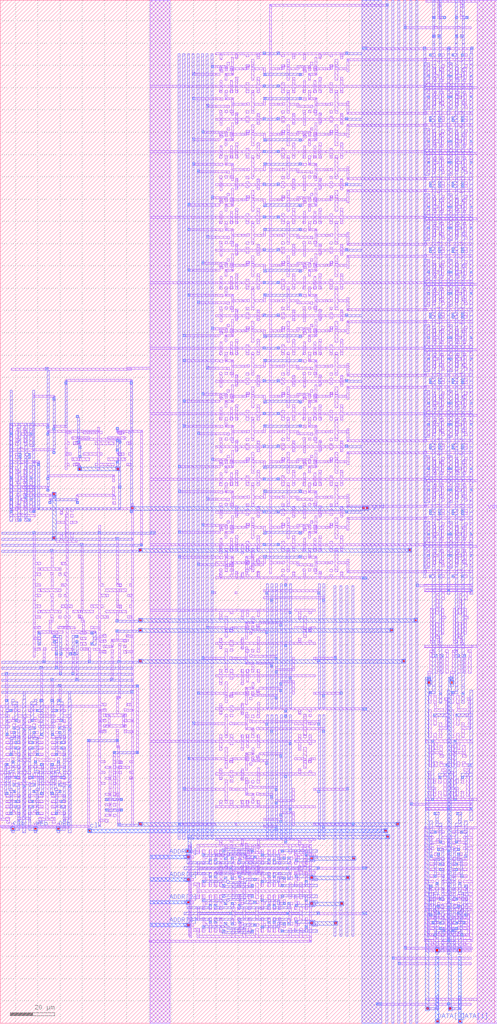
<source format=lef>
MACRO sram_2_16_1_scn3me_subm
    CLASS RING ;
    ORIGIN 66.9 0.0 ;
    FOREIGN  sram 0.0 0.0 ;
    SIZE 222.3 BY 459.3 ;
    SYMMETRY X Y R90 ;
    PIN vdd 
        DIRECTION INOUT ; 
        USE POWER ; 
        SHAPE ABUTMENT ; 
        PORT             
        Layer metal1 ; 
        RECT  0.45 0.0 9.45 459.3 ;
        RECT  147.45 0.0 156.45 459.3 ;
        END             
    END vdd 
    PIN gnd 
        DIRECTION INOUT ; 
        USE GROUND ; 
        SHAPE ABUTMENT ; 
        PORT             
        Layer metal2 ; 
        RECT  95.55 0.0 104.55 459.3 ;
        END             
    END gnd 
    PIN DATA[0] 
        DIRECTION INOUT ; 
        PORT             
        Layer metal3 ; 
        RECT  128.7 0.0 130.2 30.15 ;
        RECT  128.7 0.0 130.5 1.8 ;
        END             
    END DATA[0] 
    PIN DATA[1] 
        DIRECTION INOUT ; 
        PORT             
        Layer metal3 ; 
        RECT  138.9 0.0 140.4 30.15 ;
        RECT  138.9 0.0 140.7 1.8 ;
        END             
    END DATA[1] 
    PIN ADDR[0] 
        DIRECTION INPUT ; 
        PORT             
        Layer metal3 ; 
        RECT  0.45 73.95 17.55 75.45 ;
        END             
    END ADDR[0] 
    PIN ADDR[1] 
        DIRECTION INPUT ; 
        PORT             
        Layer metal3 ; 
        RECT  0.45 63.75 17.55 65.25 ;
        END             
    END ADDR[1] 
    PIN ADDR[2] 
        DIRECTION INPUT ; 
        PORT             
        Layer metal3 ; 
        RECT  0.45 53.55 17.55 55.05 ;
        END             
    END ADDR[2] 
    PIN ADDR[3] 
        DIRECTION INPUT ; 
        PORT             
        Layer metal3 ; 
        RECT  0.45 43.35 17.55 44.85 ;
        END             
    END ADDR[3] 
    PIN CSb 
        DIRECTION INPUT ; 
        PORT             
        Layer metal3 ; 
        RECT  -62.1 86.4 -60.3 88.2 ;
        END             
    END CSb 
    PIN OEb 
        DIRECTION INPUT ; 
        PORT             
        Layer metal3 ; 
        RECT  -41.7 86.4 -39.9 88.2 ;
        END             
    END OEb 
    PIN WEb 
        DIRECTION INPUT ; 
        PORT             
        Layer metal3 ; 
        RECT  -51.9 86.4 -50.1 88.2 ;
        END             
    END WEb 
    PIN clk 
        DIRECTION INPUT ; 
        PORT             
        Layer metal3 ; 
        RECT  -27.15 85.5 106.35 87.0 ;
        RECT  -27.6 85.5 -25.8 87.3 ;
        END             
    END clk 
    OBS 
        Layer  metal1 ; 
        RECT  -10.2 293.55 0.45 294.45 ;
        RECT  147.45 0.0 156.45 459.3 ;
        RECT  0.45 0.0 9.45 459.3 ;
        RECT  51.45 206.4 52.35 209.7 ;
        RECT  88.95 202.35 89.85 203.25 ;
        RECT  89.4 202.35 124.8 203.25 ;
        RECT  88.95 202.8 89.85 208.2 ;
        RECT  51.45 219.9 52.35 223.2 ;
        RECT  88.95 226.35 89.85 227.25 ;
        RECT  89.4 226.35 124.8 227.25 ;
        RECT  88.95 221.4 89.85 226.8 ;
        RECT  51.45 235.8 52.35 239.1 ;
        RECT  88.95 231.75 89.85 232.65 ;
        RECT  89.4 231.75 124.8 232.65 ;
        RECT  88.95 232.2 89.85 237.6 ;
        RECT  51.45 249.3 52.35 252.6 ;
        RECT  88.95 255.75 89.85 256.65 ;
        RECT  89.4 255.75 124.8 256.65 ;
        RECT  88.95 250.8 89.85 256.2 ;
        RECT  51.45 265.2 52.35 268.5 ;
        RECT  88.95 261.15 89.85 262.05 ;
        RECT  89.4 261.15 124.8 262.05 ;
        RECT  88.95 261.6 89.85 267.0 ;
        RECT  51.45 278.7 52.35 282.0 ;
        RECT  88.95 285.15 89.85 286.05 ;
        RECT  89.4 285.15 124.8 286.05 ;
        RECT  88.95 280.2 89.85 285.6 ;
        RECT  51.45 294.6 52.35 297.9 ;
        RECT  88.95 290.55 89.85 291.45 ;
        RECT  89.4 290.55 124.8 291.45 ;
        RECT  88.95 291.0 89.85 296.4 ;
        RECT  51.45 308.1 52.35 311.4 ;
        RECT  88.95 314.55 89.85 315.45 ;
        RECT  89.4 314.55 124.8 315.45 ;
        RECT  88.95 309.6 89.85 315.0 ;
        RECT  51.45 324.0 52.35 327.3 ;
        RECT  88.95 319.95 89.85 320.85 ;
        RECT  89.4 319.95 124.8 320.85 ;
        RECT  88.95 320.4 89.85 325.8 ;
        RECT  51.45 337.5 52.35 340.8 ;
        RECT  88.95 343.95 89.85 344.85 ;
        RECT  89.4 343.95 124.8 344.85 ;
        RECT  88.95 339.0 89.85 344.4 ;
        RECT  51.45 353.4 52.35 356.7 ;
        RECT  88.95 349.35 89.85 350.25 ;
        RECT  89.4 349.35 124.8 350.25 ;
        RECT  88.95 349.8 89.85 355.2 ;
        RECT  51.45 366.9 52.35 370.2 ;
        RECT  88.95 373.35 89.85 374.25 ;
        RECT  89.4 373.35 124.8 374.25 ;
        RECT  88.95 368.4 89.85 373.8 ;
        RECT  51.45 382.8 52.35 386.1 ;
        RECT  88.95 378.75 89.85 379.65 ;
        RECT  89.4 378.75 124.8 379.65 ;
        RECT  88.95 379.2 89.85 384.6 ;
        RECT  51.45 396.3 52.35 399.6 ;
        RECT  88.95 402.75 89.85 403.65 ;
        RECT  89.4 402.75 124.8 403.65 ;
        RECT  88.95 397.8 89.85 403.2 ;
        RECT  51.45 412.2 52.35 415.5 ;
        RECT  88.95 408.15 89.85 409.05 ;
        RECT  89.4 408.15 124.8 409.05 ;
        RECT  88.95 408.6 89.85 414.0 ;
        RECT  51.45 425.7 52.35 429.0 ;
        RECT  88.95 432.15 89.85 433.05 ;
        RECT  89.4 432.15 124.8 433.05 ;
        RECT  88.95 427.2 89.85 432.6 ;
        RECT  88.95 214.35 124.35 215.25 ;
        RECT  88.95 243.75 124.35 244.65 ;
        RECT  88.95 273.15 124.35 274.05 ;
        RECT  88.95 302.55 124.35 303.45 ;
        RECT  88.95 331.95 124.35 332.85 ;
        RECT  88.95 361.35 124.35 362.25 ;
        RECT  88.95 390.75 124.35 391.65 ;
        RECT  88.95 420.15 124.35 421.05 ;
        RECT  74.85 88.8 91.95 89.7 ;
        RECT  74.85 104.7 89.25 105.6 ;
        RECT  74.85 147.6 86.55 148.5 ;
        RECT  74.85 163.5 83.85 164.4 ;
        RECT  114.45 33.3 129.45 34.2 ;
        RECT  109.05 28.65 129.75 29.55 ;
        RECT  111.75 26.25 129.75 27.15 ;
        RECT  114.45 446.4 124.35 447.3 ;
        RECT  117.15 97.95 124.35 98.85 ;
        RECT  119.85 196.05 124.35 196.95 ;
        RECT  54.15 456.6 55.05 457.5 ;
        RECT  54.15 435.3 55.05 457.05 ;
        RECT  54.6 456.6 107.25 457.5 ;
        RECT  124.35 213.75 147.45 214.65 ;
        RECT  124.35 243.15 147.45 244.05 ;
        RECT  124.35 272.55 147.45 273.45 ;
        RECT  124.35 301.95 147.45 302.85 ;
        RECT  124.35 331.35 147.45 332.25 ;
        RECT  124.35 360.75 147.45 361.65 ;
        RECT  124.35 390.15 147.45 391.05 ;
        RECT  124.35 419.55 147.45 420.45 ;
        RECT  124.35 458.4 147.45 459.3 ;
        RECT  124.35 168.75 147.45 169.65 ;
        RECT  124.35 100.05 147.45 100.95 ;
        RECT  124.35 87.3 147.45 88.2 ;
        RECT  129.75 10.35 147.45 11.25 ;
        RECT  139.35 10.35 147.45 11.25 ;
        RECT  0.45 214.35 29.85 215.25 ;
        RECT  0.45 243.75 29.85 244.65 ;
        RECT  0.45 273.15 29.85 274.05 ;
        RECT  0.45 302.55 29.85 303.45 ;
        RECT  0.45 331.95 29.85 332.85 ;
        RECT  0.45 361.35 29.85 362.25 ;
        RECT  0.45 390.75 29.85 391.65 ;
        RECT  0.45 420.15 29.85 421.05 ;
        RECT  0.45 126.15 29.85 127.05 ;
        RECT  0.45 184.95 29.85 185.85 ;
        RECT  0.0 36.3 0.9 37.2 ;
        RECT  72.15 36.3 73.05 37.2 ;
        RECT  0.0 36.3 0.9 36.75 ;
        RECT  0.45 36.3 72.6 37.2 ;
        RECT  72.15 36.75 73.05 39.0 ;
        RECT  95.55 437.1 144.75 438.0 ;
        RECT  102.15 8.1 144.75 9.0 ;
        RECT  29.85 140.85 95.55 141.75 ;
        RECT  29.85 199.65 95.55 200.55 ;
        RECT  75.75 69.15 95.55 70.05 ;
        RECT  75.75 69.15 95.55 70.05 ;
        RECT  75.75 48.75 95.55 49.65 ;
        RECT  75.75 48.75 95.55 49.65 ;
        RECT  123.75 213.6 135.15 214.8 ;
        RECT  124.95 211.5 126.15 213.6 ;
        RECT  127.95 211.5 129.15 212.7 ;
        RECT  130.95 211.5 132.15 212.7 ;
        RECT  133.95 211.5 135.15 213.6 ;
        RECT  127.65 210.6 128.85 211.5 ;
        RECT  124.95 204.9 126.15 210.6 ;
        RECT  127.65 209.4 130.05 210.6 ;
        RECT  127.65 206.1 128.85 209.4 ;
        RECT  131.25 207.9 132.45 211.5 ;
        RECT  130.65 206.7 132.45 207.9 ;
        RECT  131.25 206.1 132.45 206.7 ;
        RECT  127.35 204.9 128.55 206.1 ;
        RECT  131.55 204.9 132.75 206.1 ;
        RECT  133.95 204.9 135.15 210.6 ;
        RECT  129.45 203.4 130.65 203.7 ;
        RECT  123.75 202.2 135.15 203.4 ;
        RECT  125.85 200.1 128.55 201.3 ;
        RECT  130.05 200.1 132.75 201.3 ;
        RECT  123.75 214.8 135.15 216.0 ;
        RECT  124.95 216.0 126.15 218.1 ;
        RECT  127.95 216.9 129.15 218.1 ;
        RECT  130.95 216.9 132.15 218.1 ;
        RECT  133.95 216.0 135.15 218.1 ;
        RECT  127.65 218.1 128.85 219.0 ;
        RECT  124.95 219.0 126.15 224.7 ;
        RECT  127.65 219.0 130.05 220.2 ;
        RECT  127.65 220.2 128.85 223.5 ;
        RECT  131.25 218.1 132.45 221.7 ;
        RECT  130.65 221.7 132.45 222.9 ;
        RECT  131.25 222.9 132.45 223.5 ;
        RECT  127.35 223.5 128.55 224.7 ;
        RECT  131.55 223.5 132.75 224.7 ;
        RECT  133.95 219.0 135.15 224.7 ;
        RECT  129.45 225.9 130.65 226.2 ;
        RECT  123.75 226.2 135.15 227.4 ;
        RECT  125.85 228.3 128.55 229.5 ;
        RECT  130.05 228.3 132.75 229.5 ;
        RECT  123.75 243.0 135.15 244.2 ;
        RECT  124.95 240.9 126.15 243.0 ;
        RECT  127.95 240.9 129.15 242.1 ;
        RECT  130.95 240.9 132.15 242.1 ;
        RECT  133.95 240.9 135.15 243.0 ;
        RECT  127.65 240.0 128.85 240.9 ;
        RECT  124.95 234.3 126.15 240.0 ;
        RECT  127.65 238.8 130.05 240.0 ;
        RECT  127.65 235.5 128.85 238.8 ;
        RECT  131.25 237.3 132.45 240.9 ;
        RECT  130.65 236.1 132.45 237.3 ;
        RECT  131.25 235.5 132.45 236.1 ;
        RECT  127.35 234.3 128.55 235.5 ;
        RECT  131.55 234.3 132.75 235.5 ;
        RECT  133.95 234.3 135.15 240.0 ;
        RECT  129.45 232.8 130.65 233.1 ;
        RECT  123.75 231.6 135.15 232.8 ;
        RECT  125.85 229.5 128.55 230.7 ;
        RECT  130.05 229.5 132.75 230.7 ;
        RECT  123.75 244.2 135.15 245.4 ;
        RECT  124.95 245.4 126.15 247.5 ;
        RECT  127.95 246.3 129.15 247.5 ;
        RECT  130.95 246.3 132.15 247.5 ;
        RECT  133.95 245.4 135.15 247.5 ;
        RECT  127.65 247.5 128.85 248.4 ;
        RECT  124.95 248.4 126.15 254.1 ;
        RECT  127.65 248.4 130.05 249.6 ;
        RECT  127.65 249.6 128.85 252.9 ;
        RECT  131.25 247.5 132.45 251.1 ;
        RECT  130.65 251.1 132.45 252.3 ;
        RECT  131.25 252.3 132.45 252.9 ;
        RECT  127.35 252.9 128.55 254.1 ;
        RECT  131.55 252.9 132.75 254.1 ;
        RECT  133.95 248.4 135.15 254.1 ;
        RECT  129.45 255.3 130.65 255.6 ;
        RECT  123.75 255.6 135.15 256.8 ;
        RECT  125.85 257.7 128.55 258.9 ;
        RECT  130.05 257.7 132.75 258.9 ;
        RECT  123.75 272.4 135.15 273.6 ;
        RECT  124.95 270.3 126.15 272.4 ;
        RECT  127.95 270.3 129.15 271.5 ;
        RECT  130.95 270.3 132.15 271.5 ;
        RECT  133.95 270.3 135.15 272.4 ;
        RECT  127.65 269.4 128.85 270.3 ;
        RECT  124.95 263.7 126.15 269.4 ;
        RECT  127.65 268.2 130.05 269.4 ;
        RECT  127.65 264.9 128.85 268.2 ;
        RECT  131.25 266.7 132.45 270.3 ;
        RECT  130.65 265.5 132.45 266.7 ;
        RECT  131.25 264.9 132.45 265.5 ;
        RECT  127.35 263.7 128.55 264.9 ;
        RECT  131.55 263.7 132.75 264.9 ;
        RECT  133.95 263.7 135.15 269.4 ;
        RECT  129.45 262.2 130.65 262.5 ;
        RECT  123.75 261.0 135.15 262.2 ;
        RECT  125.85 258.9 128.55 260.1 ;
        RECT  130.05 258.9 132.75 260.1 ;
        RECT  123.75 273.6 135.15 274.8 ;
        RECT  124.95 274.8 126.15 276.9 ;
        RECT  127.95 275.7 129.15 276.9 ;
        RECT  130.95 275.7 132.15 276.9 ;
        RECT  133.95 274.8 135.15 276.9 ;
        RECT  127.65 276.9 128.85 277.8 ;
        RECT  124.95 277.8 126.15 283.5 ;
        RECT  127.65 277.8 130.05 279.0 ;
        RECT  127.65 279.0 128.85 282.3 ;
        RECT  131.25 276.9 132.45 280.5 ;
        RECT  130.65 280.5 132.45 281.7 ;
        RECT  131.25 281.7 132.45 282.3 ;
        RECT  127.35 282.3 128.55 283.5 ;
        RECT  131.55 282.3 132.75 283.5 ;
        RECT  133.95 277.8 135.15 283.5 ;
        RECT  129.45 284.7 130.65 285.0 ;
        RECT  123.75 285.0 135.15 286.2 ;
        RECT  125.85 287.1 128.55 288.3 ;
        RECT  130.05 287.1 132.75 288.3 ;
        RECT  123.75 301.8 135.15 303.0 ;
        RECT  124.95 299.7 126.15 301.8 ;
        RECT  127.95 299.7 129.15 300.9 ;
        RECT  130.95 299.7 132.15 300.9 ;
        RECT  133.95 299.7 135.15 301.8 ;
        RECT  127.65 298.8 128.85 299.7 ;
        RECT  124.95 293.1 126.15 298.8 ;
        RECT  127.65 297.6 130.05 298.8 ;
        RECT  127.65 294.3 128.85 297.6 ;
        RECT  131.25 296.1 132.45 299.7 ;
        RECT  130.65 294.9 132.45 296.1 ;
        RECT  131.25 294.3 132.45 294.9 ;
        RECT  127.35 293.1 128.55 294.3 ;
        RECT  131.55 293.1 132.75 294.3 ;
        RECT  133.95 293.1 135.15 298.8 ;
        RECT  129.45 291.6 130.65 291.9 ;
        RECT  123.75 290.4 135.15 291.6 ;
        RECT  125.85 288.3 128.55 289.5 ;
        RECT  130.05 288.3 132.75 289.5 ;
        RECT  123.75 303.0 135.15 304.2 ;
        RECT  124.95 304.2 126.15 306.3 ;
        RECT  127.95 305.1 129.15 306.3 ;
        RECT  130.95 305.1 132.15 306.3 ;
        RECT  133.95 304.2 135.15 306.3 ;
        RECT  127.65 306.3 128.85 307.2 ;
        RECT  124.95 307.2 126.15 312.9 ;
        RECT  127.65 307.2 130.05 308.4 ;
        RECT  127.65 308.4 128.85 311.7 ;
        RECT  131.25 306.3 132.45 309.9 ;
        RECT  130.65 309.9 132.45 311.1 ;
        RECT  131.25 311.1 132.45 311.7 ;
        RECT  127.35 311.7 128.55 312.9 ;
        RECT  131.55 311.7 132.75 312.9 ;
        RECT  133.95 307.2 135.15 312.9 ;
        RECT  129.45 314.1 130.65 314.4 ;
        RECT  123.75 314.4 135.15 315.6 ;
        RECT  125.85 316.5 128.55 317.7 ;
        RECT  130.05 316.5 132.75 317.7 ;
        RECT  123.75 331.2 135.15 332.4 ;
        RECT  124.95 329.1 126.15 331.2 ;
        RECT  127.95 329.1 129.15 330.3 ;
        RECT  130.95 329.1 132.15 330.3 ;
        RECT  133.95 329.1 135.15 331.2 ;
        RECT  127.65 328.2 128.85 329.1 ;
        RECT  124.95 322.5 126.15 328.2 ;
        RECT  127.65 327.0 130.05 328.2 ;
        RECT  127.65 323.7 128.85 327.0 ;
        RECT  131.25 325.5 132.45 329.1 ;
        RECT  130.65 324.3 132.45 325.5 ;
        RECT  131.25 323.7 132.45 324.3 ;
        RECT  127.35 322.5 128.55 323.7 ;
        RECT  131.55 322.5 132.75 323.7 ;
        RECT  133.95 322.5 135.15 328.2 ;
        RECT  129.45 321.0 130.65 321.3 ;
        RECT  123.75 319.8 135.15 321.0 ;
        RECT  125.85 317.7 128.55 318.9 ;
        RECT  130.05 317.7 132.75 318.9 ;
        RECT  123.75 332.4 135.15 333.6 ;
        RECT  124.95 333.6 126.15 335.7 ;
        RECT  127.95 334.5 129.15 335.7 ;
        RECT  130.95 334.5 132.15 335.7 ;
        RECT  133.95 333.6 135.15 335.7 ;
        RECT  127.65 335.7 128.85 336.6 ;
        RECT  124.95 336.6 126.15 342.3 ;
        RECT  127.65 336.6 130.05 337.8 ;
        RECT  127.65 337.8 128.85 341.1 ;
        RECT  131.25 335.7 132.45 339.3 ;
        RECT  130.65 339.3 132.45 340.5 ;
        RECT  131.25 340.5 132.45 341.1 ;
        RECT  127.35 341.1 128.55 342.3 ;
        RECT  131.55 341.1 132.75 342.3 ;
        RECT  133.95 336.6 135.15 342.3 ;
        RECT  129.45 343.5 130.65 343.8 ;
        RECT  123.75 343.8 135.15 345.0 ;
        RECT  125.85 345.9 128.55 347.1 ;
        RECT  130.05 345.9 132.75 347.1 ;
        RECT  123.75 360.6 135.15 361.8 ;
        RECT  124.95 358.5 126.15 360.6 ;
        RECT  127.95 358.5 129.15 359.7 ;
        RECT  130.95 358.5 132.15 359.7 ;
        RECT  133.95 358.5 135.15 360.6 ;
        RECT  127.65 357.6 128.85 358.5 ;
        RECT  124.95 351.9 126.15 357.6 ;
        RECT  127.65 356.4 130.05 357.6 ;
        RECT  127.65 353.1 128.85 356.4 ;
        RECT  131.25 354.9 132.45 358.5 ;
        RECT  130.65 353.7 132.45 354.9 ;
        RECT  131.25 353.1 132.45 353.7 ;
        RECT  127.35 351.9 128.55 353.1 ;
        RECT  131.55 351.9 132.75 353.1 ;
        RECT  133.95 351.9 135.15 357.6 ;
        RECT  129.45 350.4 130.65 350.7 ;
        RECT  123.75 349.2 135.15 350.4 ;
        RECT  125.85 347.1 128.55 348.3 ;
        RECT  130.05 347.1 132.75 348.3 ;
        RECT  123.75 361.8 135.15 363.0 ;
        RECT  124.95 363.0 126.15 365.1 ;
        RECT  127.95 363.9 129.15 365.1 ;
        RECT  130.95 363.9 132.15 365.1 ;
        RECT  133.95 363.0 135.15 365.1 ;
        RECT  127.65 365.1 128.85 366.0 ;
        RECT  124.95 366.0 126.15 371.7 ;
        RECT  127.65 366.0 130.05 367.2 ;
        RECT  127.65 367.2 128.85 370.5 ;
        RECT  131.25 365.1 132.45 368.7 ;
        RECT  130.65 368.7 132.45 369.9 ;
        RECT  131.25 369.9 132.45 370.5 ;
        RECT  127.35 370.5 128.55 371.7 ;
        RECT  131.55 370.5 132.75 371.7 ;
        RECT  133.95 366.0 135.15 371.7 ;
        RECT  129.45 372.9 130.65 373.2 ;
        RECT  123.75 373.2 135.15 374.4 ;
        RECT  125.85 375.3 128.55 376.5 ;
        RECT  130.05 375.3 132.75 376.5 ;
        RECT  123.75 390.0 135.15 391.2 ;
        RECT  124.95 387.9 126.15 390.0 ;
        RECT  127.95 387.9 129.15 389.1 ;
        RECT  130.95 387.9 132.15 389.1 ;
        RECT  133.95 387.9 135.15 390.0 ;
        RECT  127.65 387.0 128.85 387.9 ;
        RECT  124.95 381.3 126.15 387.0 ;
        RECT  127.65 385.8 130.05 387.0 ;
        RECT  127.65 382.5 128.85 385.8 ;
        RECT  131.25 384.3 132.45 387.9 ;
        RECT  130.65 383.1 132.45 384.3 ;
        RECT  131.25 382.5 132.45 383.1 ;
        RECT  127.35 381.3 128.55 382.5 ;
        RECT  131.55 381.3 132.75 382.5 ;
        RECT  133.95 381.3 135.15 387.0 ;
        RECT  129.45 379.8 130.65 380.1 ;
        RECT  123.75 378.6 135.15 379.8 ;
        RECT  125.85 376.5 128.55 377.7 ;
        RECT  130.05 376.5 132.75 377.7 ;
        RECT  123.75 391.2 135.15 392.4 ;
        RECT  124.95 392.4 126.15 394.5 ;
        RECT  127.95 393.3 129.15 394.5 ;
        RECT  130.95 393.3 132.15 394.5 ;
        RECT  133.95 392.4 135.15 394.5 ;
        RECT  127.65 394.5 128.85 395.4 ;
        RECT  124.95 395.4 126.15 401.1 ;
        RECT  127.65 395.4 130.05 396.6 ;
        RECT  127.65 396.6 128.85 399.9 ;
        RECT  131.25 394.5 132.45 398.1 ;
        RECT  130.65 398.1 132.45 399.3 ;
        RECT  131.25 399.3 132.45 399.9 ;
        RECT  127.35 399.9 128.55 401.1 ;
        RECT  131.55 399.9 132.75 401.1 ;
        RECT  133.95 395.4 135.15 401.1 ;
        RECT  129.45 402.3 130.65 402.6 ;
        RECT  123.75 402.6 135.15 403.8 ;
        RECT  125.85 404.7 128.55 405.9 ;
        RECT  130.05 404.7 132.75 405.9 ;
        RECT  123.75 419.4 135.15 420.6 ;
        RECT  124.95 417.3 126.15 419.4 ;
        RECT  127.95 417.3 129.15 418.5 ;
        RECT  130.95 417.3 132.15 418.5 ;
        RECT  133.95 417.3 135.15 419.4 ;
        RECT  127.65 416.4 128.85 417.3 ;
        RECT  124.95 410.7 126.15 416.4 ;
        RECT  127.65 415.2 130.05 416.4 ;
        RECT  127.65 411.9 128.85 415.2 ;
        RECT  131.25 413.7 132.45 417.3 ;
        RECT  130.65 412.5 132.45 413.7 ;
        RECT  131.25 411.9 132.45 412.5 ;
        RECT  127.35 410.7 128.55 411.9 ;
        RECT  131.55 410.7 132.75 411.9 ;
        RECT  133.95 410.7 135.15 416.4 ;
        RECT  129.45 409.2 130.65 409.5 ;
        RECT  123.75 408.0 135.15 409.2 ;
        RECT  125.85 405.9 128.55 407.1 ;
        RECT  130.05 405.9 132.75 407.1 ;
        RECT  123.75 420.6 135.15 421.8 ;
        RECT  124.95 421.8 126.15 423.9 ;
        RECT  127.95 422.7 129.15 423.9 ;
        RECT  130.95 422.7 132.15 423.9 ;
        RECT  133.95 421.8 135.15 423.9 ;
        RECT  127.65 423.9 128.85 424.8 ;
        RECT  124.95 424.8 126.15 430.5 ;
        RECT  127.65 424.8 130.05 426.0 ;
        RECT  127.65 426.0 128.85 429.3 ;
        RECT  131.25 423.9 132.45 427.5 ;
        RECT  130.65 427.5 132.45 428.7 ;
        RECT  131.25 428.7 132.45 429.3 ;
        RECT  127.35 429.3 128.55 430.5 ;
        RECT  131.55 429.3 132.75 430.5 ;
        RECT  133.95 424.8 135.15 430.5 ;
        RECT  129.45 431.7 130.65 432.0 ;
        RECT  123.75 432.0 135.15 433.2 ;
        RECT  125.85 434.1 128.55 435.3 ;
        RECT  130.05 434.1 132.75 435.3 ;
        RECT  133.95 213.6 145.35 214.8 ;
        RECT  135.15 211.5 136.35 213.6 ;
        RECT  138.15 211.5 139.35 212.7 ;
        RECT  141.15 211.5 142.35 212.7 ;
        RECT  144.15 211.5 145.35 213.6 ;
        RECT  137.85 210.6 139.05 211.5 ;
        RECT  135.15 204.9 136.35 210.6 ;
        RECT  137.85 209.4 140.25 210.6 ;
        RECT  137.85 206.1 139.05 209.4 ;
        RECT  141.45 207.9 142.65 211.5 ;
        RECT  140.85 206.7 142.65 207.9 ;
        RECT  141.45 206.1 142.65 206.7 ;
        RECT  137.55 204.9 138.75 206.1 ;
        RECT  141.75 204.9 142.95 206.1 ;
        RECT  144.15 204.9 145.35 210.6 ;
        RECT  139.65 203.4 140.85 203.7 ;
        RECT  133.95 202.2 145.35 203.4 ;
        RECT  136.05 200.1 138.75 201.3 ;
        RECT  140.25 200.1 142.95 201.3 ;
        RECT  133.95 214.8 145.35 216.0 ;
        RECT  135.15 216.0 136.35 218.1 ;
        RECT  138.15 216.9 139.35 218.1 ;
        RECT  141.15 216.9 142.35 218.1 ;
        RECT  144.15 216.0 145.35 218.1 ;
        RECT  137.85 218.1 139.05 219.0 ;
        RECT  135.15 219.0 136.35 224.7 ;
        RECT  137.85 219.0 140.25 220.2 ;
        RECT  137.85 220.2 139.05 223.5 ;
        RECT  141.45 218.1 142.65 221.7 ;
        RECT  140.85 221.7 142.65 222.9 ;
        RECT  141.45 222.9 142.65 223.5 ;
        RECT  137.55 223.5 138.75 224.7 ;
        RECT  141.75 223.5 142.95 224.7 ;
        RECT  144.15 219.0 145.35 224.7 ;
        RECT  139.65 225.9 140.85 226.2 ;
        RECT  133.95 226.2 145.35 227.4 ;
        RECT  136.05 228.3 138.75 229.5 ;
        RECT  140.25 228.3 142.95 229.5 ;
        RECT  133.95 243.0 145.35 244.2 ;
        RECT  135.15 240.9 136.35 243.0 ;
        RECT  138.15 240.9 139.35 242.1 ;
        RECT  141.15 240.9 142.35 242.1 ;
        RECT  144.15 240.9 145.35 243.0 ;
        RECT  137.85 240.0 139.05 240.9 ;
        RECT  135.15 234.3 136.35 240.0 ;
        RECT  137.85 238.8 140.25 240.0 ;
        RECT  137.85 235.5 139.05 238.8 ;
        RECT  141.45 237.3 142.65 240.9 ;
        RECT  140.85 236.1 142.65 237.3 ;
        RECT  141.45 235.5 142.65 236.1 ;
        RECT  137.55 234.3 138.75 235.5 ;
        RECT  141.75 234.3 142.95 235.5 ;
        RECT  144.15 234.3 145.35 240.0 ;
        RECT  139.65 232.8 140.85 233.1 ;
        RECT  133.95 231.6 145.35 232.8 ;
        RECT  136.05 229.5 138.75 230.7 ;
        RECT  140.25 229.5 142.95 230.7 ;
        RECT  133.95 244.2 145.35 245.4 ;
        RECT  135.15 245.4 136.35 247.5 ;
        RECT  138.15 246.3 139.35 247.5 ;
        RECT  141.15 246.3 142.35 247.5 ;
        RECT  144.15 245.4 145.35 247.5 ;
        RECT  137.85 247.5 139.05 248.4 ;
        RECT  135.15 248.4 136.35 254.1 ;
        RECT  137.85 248.4 140.25 249.6 ;
        RECT  137.85 249.6 139.05 252.9 ;
        RECT  141.45 247.5 142.65 251.1 ;
        RECT  140.85 251.1 142.65 252.3 ;
        RECT  141.45 252.3 142.65 252.9 ;
        RECT  137.55 252.9 138.75 254.1 ;
        RECT  141.75 252.9 142.95 254.1 ;
        RECT  144.15 248.4 145.35 254.1 ;
        RECT  139.65 255.3 140.85 255.6 ;
        RECT  133.95 255.6 145.35 256.8 ;
        RECT  136.05 257.7 138.75 258.9 ;
        RECT  140.25 257.7 142.95 258.9 ;
        RECT  133.95 272.4 145.35 273.6 ;
        RECT  135.15 270.3 136.35 272.4 ;
        RECT  138.15 270.3 139.35 271.5 ;
        RECT  141.15 270.3 142.35 271.5 ;
        RECT  144.15 270.3 145.35 272.4 ;
        RECT  137.85 269.4 139.05 270.3 ;
        RECT  135.15 263.7 136.35 269.4 ;
        RECT  137.85 268.2 140.25 269.4 ;
        RECT  137.85 264.9 139.05 268.2 ;
        RECT  141.45 266.7 142.65 270.3 ;
        RECT  140.85 265.5 142.65 266.7 ;
        RECT  141.45 264.9 142.65 265.5 ;
        RECT  137.55 263.7 138.75 264.9 ;
        RECT  141.75 263.7 142.95 264.9 ;
        RECT  144.15 263.7 145.35 269.4 ;
        RECT  139.65 262.2 140.85 262.5 ;
        RECT  133.95 261.0 145.35 262.2 ;
        RECT  136.05 258.9 138.75 260.1 ;
        RECT  140.25 258.9 142.95 260.1 ;
        RECT  133.95 273.6 145.35 274.8 ;
        RECT  135.15 274.8 136.35 276.9 ;
        RECT  138.15 275.7 139.35 276.9 ;
        RECT  141.15 275.7 142.35 276.9 ;
        RECT  144.15 274.8 145.35 276.9 ;
        RECT  137.85 276.9 139.05 277.8 ;
        RECT  135.15 277.8 136.35 283.5 ;
        RECT  137.85 277.8 140.25 279.0 ;
        RECT  137.85 279.0 139.05 282.3 ;
        RECT  141.45 276.9 142.65 280.5 ;
        RECT  140.85 280.5 142.65 281.7 ;
        RECT  141.45 281.7 142.65 282.3 ;
        RECT  137.55 282.3 138.75 283.5 ;
        RECT  141.75 282.3 142.95 283.5 ;
        RECT  144.15 277.8 145.35 283.5 ;
        RECT  139.65 284.7 140.85 285.0 ;
        RECT  133.95 285.0 145.35 286.2 ;
        RECT  136.05 287.1 138.75 288.3 ;
        RECT  140.25 287.1 142.95 288.3 ;
        RECT  133.95 301.8 145.35 303.0 ;
        RECT  135.15 299.7 136.35 301.8 ;
        RECT  138.15 299.7 139.35 300.9 ;
        RECT  141.15 299.7 142.35 300.9 ;
        RECT  144.15 299.7 145.35 301.8 ;
        RECT  137.85 298.8 139.05 299.7 ;
        RECT  135.15 293.1 136.35 298.8 ;
        RECT  137.85 297.6 140.25 298.8 ;
        RECT  137.85 294.3 139.05 297.6 ;
        RECT  141.45 296.1 142.65 299.7 ;
        RECT  140.85 294.9 142.65 296.1 ;
        RECT  141.45 294.3 142.65 294.9 ;
        RECT  137.55 293.1 138.75 294.3 ;
        RECT  141.75 293.1 142.95 294.3 ;
        RECT  144.15 293.1 145.35 298.8 ;
        RECT  139.65 291.6 140.85 291.9 ;
        RECT  133.95 290.4 145.35 291.6 ;
        RECT  136.05 288.3 138.75 289.5 ;
        RECT  140.25 288.3 142.95 289.5 ;
        RECT  133.95 303.0 145.35 304.2 ;
        RECT  135.15 304.2 136.35 306.3 ;
        RECT  138.15 305.1 139.35 306.3 ;
        RECT  141.15 305.1 142.35 306.3 ;
        RECT  144.15 304.2 145.35 306.3 ;
        RECT  137.85 306.3 139.05 307.2 ;
        RECT  135.15 307.2 136.35 312.9 ;
        RECT  137.85 307.2 140.25 308.4 ;
        RECT  137.85 308.4 139.05 311.7 ;
        RECT  141.45 306.3 142.65 309.9 ;
        RECT  140.85 309.9 142.65 311.1 ;
        RECT  141.45 311.1 142.65 311.7 ;
        RECT  137.55 311.7 138.75 312.9 ;
        RECT  141.75 311.7 142.95 312.9 ;
        RECT  144.15 307.2 145.35 312.9 ;
        RECT  139.65 314.1 140.85 314.4 ;
        RECT  133.95 314.4 145.35 315.6 ;
        RECT  136.05 316.5 138.75 317.7 ;
        RECT  140.25 316.5 142.95 317.7 ;
        RECT  133.95 331.2 145.35 332.4 ;
        RECT  135.15 329.1 136.35 331.2 ;
        RECT  138.15 329.1 139.35 330.3 ;
        RECT  141.15 329.1 142.35 330.3 ;
        RECT  144.15 329.1 145.35 331.2 ;
        RECT  137.85 328.2 139.05 329.1 ;
        RECT  135.15 322.5 136.35 328.2 ;
        RECT  137.85 327.0 140.25 328.2 ;
        RECT  137.85 323.7 139.05 327.0 ;
        RECT  141.45 325.5 142.65 329.1 ;
        RECT  140.85 324.3 142.65 325.5 ;
        RECT  141.45 323.7 142.65 324.3 ;
        RECT  137.55 322.5 138.75 323.7 ;
        RECT  141.75 322.5 142.95 323.7 ;
        RECT  144.15 322.5 145.35 328.2 ;
        RECT  139.65 321.0 140.85 321.3 ;
        RECT  133.95 319.8 145.35 321.0 ;
        RECT  136.05 317.7 138.75 318.9 ;
        RECT  140.25 317.7 142.95 318.9 ;
        RECT  133.95 332.4 145.35 333.6 ;
        RECT  135.15 333.6 136.35 335.7 ;
        RECT  138.15 334.5 139.35 335.7 ;
        RECT  141.15 334.5 142.35 335.7 ;
        RECT  144.15 333.6 145.35 335.7 ;
        RECT  137.85 335.7 139.05 336.6 ;
        RECT  135.15 336.6 136.35 342.3 ;
        RECT  137.85 336.6 140.25 337.8 ;
        RECT  137.85 337.8 139.05 341.1 ;
        RECT  141.45 335.7 142.65 339.3 ;
        RECT  140.85 339.3 142.65 340.5 ;
        RECT  141.45 340.5 142.65 341.1 ;
        RECT  137.55 341.1 138.75 342.3 ;
        RECT  141.75 341.1 142.95 342.3 ;
        RECT  144.15 336.6 145.35 342.3 ;
        RECT  139.65 343.5 140.85 343.8 ;
        RECT  133.95 343.8 145.35 345.0 ;
        RECT  136.05 345.9 138.75 347.1 ;
        RECT  140.25 345.9 142.95 347.1 ;
        RECT  133.95 360.6 145.35 361.8 ;
        RECT  135.15 358.5 136.35 360.6 ;
        RECT  138.15 358.5 139.35 359.7 ;
        RECT  141.15 358.5 142.35 359.7 ;
        RECT  144.15 358.5 145.35 360.6 ;
        RECT  137.85 357.6 139.05 358.5 ;
        RECT  135.15 351.9 136.35 357.6 ;
        RECT  137.85 356.4 140.25 357.6 ;
        RECT  137.85 353.1 139.05 356.4 ;
        RECT  141.45 354.9 142.65 358.5 ;
        RECT  140.85 353.7 142.65 354.9 ;
        RECT  141.45 353.1 142.65 353.7 ;
        RECT  137.55 351.9 138.75 353.1 ;
        RECT  141.75 351.9 142.95 353.1 ;
        RECT  144.15 351.9 145.35 357.6 ;
        RECT  139.65 350.4 140.85 350.7 ;
        RECT  133.95 349.2 145.35 350.4 ;
        RECT  136.05 347.1 138.75 348.3 ;
        RECT  140.25 347.1 142.95 348.3 ;
        RECT  133.95 361.8 145.35 363.0 ;
        RECT  135.15 363.0 136.35 365.1 ;
        RECT  138.15 363.9 139.35 365.1 ;
        RECT  141.15 363.9 142.35 365.1 ;
        RECT  144.15 363.0 145.35 365.1 ;
        RECT  137.85 365.1 139.05 366.0 ;
        RECT  135.15 366.0 136.35 371.7 ;
        RECT  137.85 366.0 140.25 367.2 ;
        RECT  137.85 367.2 139.05 370.5 ;
        RECT  141.45 365.1 142.65 368.7 ;
        RECT  140.85 368.7 142.65 369.9 ;
        RECT  141.45 369.9 142.65 370.5 ;
        RECT  137.55 370.5 138.75 371.7 ;
        RECT  141.75 370.5 142.95 371.7 ;
        RECT  144.15 366.0 145.35 371.7 ;
        RECT  139.65 372.9 140.85 373.2 ;
        RECT  133.95 373.2 145.35 374.4 ;
        RECT  136.05 375.3 138.75 376.5 ;
        RECT  140.25 375.3 142.95 376.5 ;
        RECT  133.95 390.0 145.35 391.2 ;
        RECT  135.15 387.9 136.35 390.0 ;
        RECT  138.15 387.9 139.35 389.1 ;
        RECT  141.15 387.9 142.35 389.1 ;
        RECT  144.15 387.9 145.35 390.0 ;
        RECT  137.85 387.0 139.05 387.9 ;
        RECT  135.15 381.3 136.35 387.0 ;
        RECT  137.85 385.8 140.25 387.0 ;
        RECT  137.85 382.5 139.05 385.8 ;
        RECT  141.45 384.3 142.65 387.9 ;
        RECT  140.85 383.1 142.65 384.3 ;
        RECT  141.45 382.5 142.65 383.1 ;
        RECT  137.55 381.3 138.75 382.5 ;
        RECT  141.75 381.3 142.95 382.5 ;
        RECT  144.15 381.3 145.35 387.0 ;
        RECT  139.65 379.8 140.85 380.1 ;
        RECT  133.95 378.6 145.35 379.8 ;
        RECT  136.05 376.5 138.75 377.7 ;
        RECT  140.25 376.5 142.95 377.7 ;
        RECT  133.95 391.2 145.35 392.4 ;
        RECT  135.15 392.4 136.35 394.5 ;
        RECT  138.15 393.3 139.35 394.5 ;
        RECT  141.15 393.3 142.35 394.5 ;
        RECT  144.15 392.4 145.35 394.5 ;
        RECT  137.85 394.5 139.05 395.4 ;
        RECT  135.15 395.4 136.35 401.1 ;
        RECT  137.85 395.4 140.25 396.6 ;
        RECT  137.85 396.6 139.05 399.9 ;
        RECT  141.45 394.5 142.65 398.1 ;
        RECT  140.85 398.1 142.65 399.3 ;
        RECT  141.45 399.3 142.65 399.9 ;
        RECT  137.55 399.9 138.75 401.1 ;
        RECT  141.75 399.9 142.95 401.1 ;
        RECT  144.15 395.4 145.35 401.1 ;
        RECT  139.65 402.3 140.85 402.6 ;
        RECT  133.95 402.6 145.35 403.8 ;
        RECT  136.05 404.7 138.75 405.9 ;
        RECT  140.25 404.7 142.95 405.9 ;
        RECT  133.95 419.4 145.35 420.6 ;
        RECT  135.15 417.3 136.35 419.4 ;
        RECT  138.15 417.3 139.35 418.5 ;
        RECT  141.15 417.3 142.35 418.5 ;
        RECT  144.15 417.3 145.35 419.4 ;
        RECT  137.85 416.4 139.05 417.3 ;
        RECT  135.15 410.7 136.35 416.4 ;
        RECT  137.85 415.2 140.25 416.4 ;
        RECT  137.85 411.9 139.05 415.2 ;
        RECT  141.45 413.7 142.65 417.3 ;
        RECT  140.85 412.5 142.65 413.7 ;
        RECT  141.45 411.9 142.65 412.5 ;
        RECT  137.55 410.7 138.75 411.9 ;
        RECT  141.75 410.7 142.95 411.9 ;
        RECT  144.15 410.7 145.35 416.4 ;
        RECT  139.65 409.2 140.85 409.5 ;
        RECT  133.95 408.0 145.35 409.2 ;
        RECT  136.05 405.9 138.75 407.1 ;
        RECT  140.25 405.9 142.95 407.1 ;
        RECT  133.95 420.6 145.35 421.8 ;
        RECT  135.15 421.8 136.35 423.9 ;
        RECT  138.15 422.7 139.35 423.9 ;
        RECT  141.15 422.7 142.35 423.9 ;
        RECT  144.15 421.8 145.35 423.9 ;
        RECT  137.85 423.9 139.05 424.8 ;
        RECT  135.15 424.8 136.35 430.5 ;
        RECT  137.85 424.8 140.25 426.0 ;
        RECT  137.85 426.0 139.05 429.3 ;
        RECT  141.45 423.9 142.65 427.5 ;
        RECT  140.85 427.5 142.65 428.7 ;
        RECT  141.45 428.7 142.65 429.3 ;
        RECT  137.55 429.3 138.75 430.5 ;
        RECT  141.75 429.3 142.95 430.5 ;
        RECT  144.15 424.8 145.35 430.5 ;
        RECT  139.65 431.7 140.85 432.0 ;
        RECT  133.95 432.0 145.35 433.2 ;
        RECT  136.05 434.1 138.75 435.3 ;
        RECT  140.25 434.1 142.95 435.3 ;
        RECT  124.35 458.4 144.75 459.3 ;
        RECT  124.35 446.4 144.75 447.3 ;
        RECT  124.35 446.4 134.55 447.3 ;
        RECT  124.35 458.4 134.55 459.3 ;
        RECT  129.75 450.9 130.65 459.3 ;
        RECT  127.35 442.5 128.55 443.7 ;
        RECT  129.75 442.5 130.95 443.7 ;
        RECT  127.35 450.9 128.55 452.1 ;
        RECT  129.75 450.9 130.95 452.1 ;
        RECT  129.75 450.9 130.95 452.1 ;
        RECT  132.15 450.9 133.35 452.1 ;
        RECT  128.25 446.4 129.45 447.6 ;
        RECT  129.75 456.3 130.95 457.5 ;
        RECT  127.35 450.9 128.55 452.1 ;
        RECT  132.15 450.9 133.35 452.1 ;
        RECT  127.35 442.5 128.55 443.7 ;
        RECT  129.75 442.5 130.95 443.7 ;
        RECT  134.55 446.4 144.75 447.3 ;
        RECT  134.55 458.4 144.75 459.3 ;
        RECT  139.95 450.9 140.85 459.3 ;
        RECT  137.55 442.5 138.75 443.7 ;
        RECT  139.95 442.5 141.15 443.7 ;
        RECT  137.55 450.9 138.75 452.1 ;
        RECT  139.95 450.9 141.15 452.1 ;
        RECT  139.95 450.9 141.15 452.1 ;
        RECT  142.35 450.9 143.55 452.1 ;
        RECT  138.45 446.4 139.65 447.6 ;
        RECT  139.95 456.3 141.15 457.5 ;
        RECT  137.55 450.9 138.75 452.1 ;
        RECT  142.35 450.9 143.55 452.1 ;
        RECT  137.55 442.5 138.75 443.7 ;
        RECT  139.95 442.5 141.15 443.7 ;
        RECT  124.35 168.75 144.75 169.65 ;
        RECT  124.35 193.95 144.75 194.85 ;
        RECT  124.35 196.05 144.75 196.95 ;
        RECT  123.75 195.9 135.15 197.1 ;
        RECT  123.75 193.8 135.15 195.0 ;
        RECT  129.15 190.2 130.35 192.9 ;
        RECT  131.55 190.2 132.75 193.8 ;
        RECT  133.95 192.6 135.15 193.8 ;
        RECT  129.15 186.3 130.05 190.2 ;
        RECT  126.45 171.9 127.65 186.3 ;
        RECT  128.85 183.6 130.05 186.3 ;
        RECT  131.25 182.7 132.45 186.3 ;
        RECT  131.25 181.5 133.35 182.7 ;
        RECT  128.85 174.6 130.05 180.0 ;
        RECT  131.25 174.6 132.45 181.5 ;
        RECT  128.85 173.7 129.75 174.6 ;
        RECT  128.85 172.8 130.65 173.7 ;
        RECT  126.45 170.7 128.25 171.9 ;
        RECT  129.75 171.0 130.65 172.8 ;
        RECT  129.75 169.8 130.95 171.0 ;
        RECT  123.75 168.6 135.15 169.8 ;
        RECT  127.05 167.4 128.25 167.7 ;
        RECT  126.15 166.5 128.25 167.4 ;
        RECT  133.05 166.5 134.55 167.7 ;
        RECT  126.15 164.4 127.05 166.5 ;
        RECT  128.25 164.4 129.45 165.6 ;
        RECT  126.15 158.1 127.35 164.4 ;
        RECT  125.25 157.2 127.35 158.1 ;
        RECT  128.55 157.2 129.75 164.4 ;
        RECT  130.95 157.2 132.15 165.6 ;
        RECT  133.65 164.4 134.55 166.5 ;
        RECT  133.35 157.2 134.55 164.4 ;
        RECT  125.25 154.5 126.45 157.2 ;
        RECT  133.95 195.9 145.35 197.1 ;
        RECT  133.95 193.8 145.35 195.0 ;
        RECT  139.35 190.2 140.55 192.9 ;
        RECT  141.75 190.2 142.95 193.8 ;
        RECT  144.15 192.6 145.35 193.8 ;
        RECT  139.35 186.3 140.25 190.2 ;
        RECT  136.65 171.9 137.85 186.3 ;
        RECT  139.05 183.6 140.25 186.3 ;
        RECT  141.45 182.7 142.65 186.3 ;
        RECT  141.45 181.5 143.55 182.7 ;
        RECT  139.05 174.6 140.25 180.0 ;
        RECT  141.45 174.6 142.65 181.5 ;
        RECT  139.05 173.7 139.95 174.6 ;
        RECT  139.05 172.8 140.85 173.7 ;
        RECT  136.65 170.7 138.45 171.9 ;
        RECT  139.95 171.0 140.85 172.8 ;
        RECT  139.95 169.8 141.15 171.0 ;
        RECT  133.95 168.6 145.35 169.8 ;
        RECT  137.25 167.4 138.45 167.7 ;
        RECT  136.35 166.5 138.45 167.4 ;
        RECT  143.25 166.5 144.75 167.7 ;
        RECT  136.35 164.4 137.25 166.5 ;
        RECT  138.45 164.4 139.65 165.6 ;
        RECT  136.35 158.1 137.55 164.4 ;
        RECT  135.45 157.2 137.55 158.1 ;
        RECT  138.75 157.2 139.95 164.4 ;
        RECT  141.15 157.2 142.35 165.6 ;
        RECT  143.85 164.4 144.75 166.5 ;
        RECT  143.55 157.2 144.75 164.4 ;
        RECT  135.45 154.5 136.65 157.2 ;
        RECT  124.35 97.95 144.75 98.85 ;
        RECT  124.35 100.05 144.75 100.95 ;
        RECT  124.35 95.85 144.75 96.75 ;
        RECT  125.85 147.9 127.05 149.1 ;
        RECT  125.85 147.3 126.75 147.9 ;
        RECT  125.55 143.7 126.75 147.3 ;
        RECT  127.95 143.7 129.15 147.3 ;
        RECT  130.35 143.7 131.55 148.5 ;
        RECT  132.75 144.9 134.25 146.1 ;
        RECT  128.25 141.3 129.15 143.7 ;
        RECT  125.55 128.1 126.75 140.7 ;
        RECT  128.25 140.1 132.45 141.3 ;
        RECT  127.65 137.7 132.45 138.9 ;
        RECT  127.95 133.8 129.15 137.7 ;
        RECT  130.35 133.2 131.55 135.0 ;
        RECT  133.35 133.2 134.25 144.9 ;
        RECT  130.35 132.0 134.25 133.2 ;
        RECT  127.95 127.2 129.15 130.2 ;
        RECT  130.35 128.1 131.55 132.0 ;
        RECT  124.35 126.0 135.15 127.2 ;
        RECT  125.85 121.8 127.05 124.8 ;
        RECT  128.25 122.7 129.45 126.0 ;
        RECT  130.65 121.8 131.85 124.8 ;
        RECT  125.85 120.9 131.85 121.8 ;
        RECT  125.85 115.2 127.05 120.9 ;
        RECT  130.65 120.6 131.85 120.9 ;
        RECT  130.65 119.4 132.45 120.6 ;
        RECT  128.25 115.2 129.45 117.3 ;
        RECT  130.65 116.4 131.85 117.3 ;
        RECT  130.65 115.2 134.55 116.4 ;
        RECT  131.25 113.1 133.65 114.3 ;
        RECT  125.25 111.9 126.45 113.1 ;
        RECT  125.55 109.8 126.45 111.9 ;
        RECT  125.25 105.9 126.45 109.8 ;
        RECT  127.65 107.7 128.85 109.8 ;
        RECT  130.05 107.7 131.25 111.0 ;
        RECT  125.25 105.0 128.85 105.9 ;
        RECT  125.25 101.1 126.45 104.1 ;
        RECT  127.65 102.0 128.85 105.0 ;
        RECT  130.05 101.1 131.25 104.1 ;
        RECT  132.45 102.0 133.65 113.1 ;
        RECT  124.35 99.9 135.15 101.1 ;
        RECT  124.35 97.8 135.15 99.0 ;
        RECT  124.35 95.7 135.15 96.9 ;
        RECT  127.95 93.6 130.35 94.8 ;
        RECT  136.05 147.9 137.25 149.1 ;
        RECT  136.05 147.3 136.95 147.9 ;
        RECT  135.75 143.7 136.95 147.3 ;
        RECT  138.15 143.7 139.35 147.3 ;
        RECT  140.55 143.7 141.75 148.5 ;
        RECT  142.95 144.9 144.45 146.1 ;
        RECT  138.45 141.3 139.35 143.7 ;
        RECT  135.75 128.1 136.95 140.7 ;
        RECT  138.45 140.1 142.65 141.3 ;
        RECT  137.85 137.7 142.65 138.9 ;
        RECT  138.15 133.8 139.35 137.7 ;
        RECT  140.55 133.2 141.75 135.0 ;
        RECT  143.55 133.2 144.45 144.9 ;
        RECT  140.55 132.0 144.45 133.2 ;
        RECT  138.15 127.2 139.35 130.2 ;
        RECT  140.55 128.1 141.75 132.0 ;
        RECT  134.55 126.0 145.35 127.2 ;
        RECT  136.05 121.8 137.25 124.8 ;
        RECT  138.45 122.7 139.65 126.0 ;
        RECT  140.85 121.8 142.05 124.8 ;
        RECT  136.05 120.9 142.05 121.8 ;
        RECT  136.05 115.2 137.25 120.9 ;
        RECT  140.85 120.6 142.05 120.9 ;
        RECT  140.85 119.4 142.65 120.6 ;
        RECT  138.45 115.2 139.65 117.3 ;
        RECT  140.85 116.4 142.05 117.3 ;
        RECT  140.85 115.2 144.75 116.4 ;
        RECT  141.45 113.1 143.85 114.3 ;
        RECT  135.45 111.9 136.65 113.1 ;
        RECT  135.75 109.8 136.65 111.9 ;
        RECT  135.45 105.9 136.65 109.8 ;
        RECT  137.85 107.7 139.05 109.8 ;
        RECT  140.25 107.7 141.45 111.0 ;
        RECT  135.45 105.0 139.05 105.9 ;
        RECT  135.45 101.1 136.65 104.1 ;
        RECT  137.85 102.0 139.05 105.0 ;
        RECT  140.25 101.1 141.45 104.1 ;
        RECT  142.65 102.0 143.85 113.1 ;
        RECT  134.55 99.9 145.35 101.1 ;
        RECT  134.55 97.8 145.35 99.0 ;
        RECT  134.55 95.7 145.35 96.9 ;
        RECT  138.15 93.6 140.55 94.8 ;
        RECT  124.35 32.85 144.75 33.75 ;
        RECT  124.35 87.3 144.75 88.2 ;
        RECT  123.75 87.3 135.15 88.2 ;
        RECT  123.75 84.0 124.95 87.3 ;
        RECT  126.15 85.5 132.75 86.4 ;
        RECT  126.15 85.2 129.15 85.5 ;
        RECT  131.55 85.2 132.75 85.5 ;
        RECT  123.75 82.8 127.95 84.0 ;
        RECT  131.55 82.8 135.15 84.0 ;
        RECT  123.75 79.2 124.95 82.8 ;
        RECT  129.15 81.9 130.35 82.8 ;
        RECT  129.15 81.6 131.55 81.9 ;
        RECT  126.15 80.7 132.75 81.6 ;
        RECT  126.15 80.4 127.95 80.7 ;
        RECT  131.55 80.4 132.75 80.7 ;
        RECT  123.75 78.0 127.95 79.2 ;
        RECT  123.75 64.2 124.95 78.0 ;
        RECT  129.45 77.4 130.65 79.8 ;
        RECT  134.25 79.2 135.15 82.8 ;
        RECT  131.55 78.0 135.15 79.2 ;
        RECT  133.95 76.8 135.15 78.0 ;
        RECT  126.15 74.4 127.35 75.6 ;
        RECT  128.25 75.3 130.65 76.5 ;
        RECT  126.15 73.5 132.75 74.4 ;
        RECT  126.15 73.2 127.95 73.5 ;
        RECT  131.55 73.2 132.75 73.5 ;
        RECT  126.15 71.1 132.75 72.0 ;
        RECT  126.15 70.8 127.95 71.1 ;
        RECT  130.35 70.8 132.75 71.1 ;
        RECT  126.15 68.7 132.75 69.6 ;
        RECT  126.15 68.4 127.95 68.7 ;
        RECT  130.35 68.4 132.75 68.7 ;
        RECT  129.15 66.6 130.35 67.5 ;
        RECT  126.15 65.7 132.75 66.6 ;
        RECT  126.15 65.4 129.15 65.7 ;
        RECT  131.55 65.4 132.75 65.7 ;
        RECT  123.75 63.0 127.95 64.2 ;
        RECT  123.75 58.5 124.95 63.0 ;
        RECT  128.85 62.1 130.05 64.5 ;
        RECT  134.25 64.2 135.15 76.8 ;
        RECT  131.55 63.0 135.15 64.2 ;
        RECT  126.15 60.9 127.35 62.1 ;
        RECT  126.15 60.0 132.75 60.9 ;
        RECT  126.15 59.7 127.95 60.0 ;
        RECT  131.55 59.7 132.75 60.0 ;
        RECT  134.25 58.5 135.15 63.0 ;
        RECT  123.75 57.3 127.95 58.5 ;
        RECT  123.75 53.7 124.95 57.3 ;
        RECT  129.45 56.4 130.65 57.6 ;
        RECT  131.55 57.3 135.15 58.5 ;
        RECT  126.15 56.1 131.55 56.4 ;
        RECT  126.15 55.5 132.75 56.1 ;
        RECT  126.15 54.9 127.95 55.5 ;
        RECT  130.35 55.2 132.75 55.5 ;
        RECT  131.55 54.9 132.75 55.2 ;
        RECT  123.75 52.5 127.95 53.7 ;
        RECT  123.75 37.5 124.95 52.5 ;
        RECT  129.45 51.9 130.65 54.3 ;
        RECT  134.25 53.7 135.15 57.3 ;
        RECT  131.55 52.5 135.15 53.7 ;
        RECT  133.95 51.3 135.15 52.5 ;
        RECT  126.15 48.0 127.35 49.2 ;
        RECT  128.25 48.9 130.65 50.1 ;
        RECT  126.15 47.1 132.75 48.0 ;
        RECT  126.15 46.8 127.95 47.1 ;
        RECT  131.55 46.8 132.75 47.1 ;
        RECT  126.15 44.7 132.75 45.6 ;
        RECT  126.15 44.4 127.95 44.7 ;
        RECT  130.35 44.4 132.75 44.7 ;
        RECT  126.15 42.3 132.75 43.2 ;
        RECT  126.15 42.0 127.95 42.3 ;
        RECT  130.35 42.0 132.75 42.3 ;
        RECT  129.15 40.2 130.35 41.1 ;
        RECT  126.15 39.3 132.75 40.2 ;
        RECT  126.15 39.0 129.15 39.3 ;
        RECT  131.55 39.0 132.75 39.3 ;
        RECT  134.25 37.8 135.15 51.3 ;
        RECT  126.15 37.5 127.95 37.8 ;
        RECT  123.75 36.6 127.95 37.5 ;
        RECT  131.55 36.9 135.15 37.8 ;
        RECT  131.55 36.6 132.75 36.9 ;
        RECT  126.75 35.1 127.95 36.6 ;
        RECT  128.85 34.2 130.05 35.1 ;
        RECT  123.75 33.3 135.15 34.2 ;
        RECT  133.95 87.3 145.35 88.2 ;
        RECT  144.15 84.0 145.35 87.3 ;
        RECT  136.35 85.5 142.95 86.4 ;
        RECT  139.95 85.2 142.95 85.5 ;
        RECT  136.35 85.2 137.55 85.5 ;
        RECT  141.15 82.8 145.35 84.0 ;
        RECT  133.95 82.8 137.55 84.0 ;
        RECT  144.15 79.2 145.35 82.8 ;
        RECT  138.75 81.9 139.95 82.8 ;
        RECT  137.55 81.6 139.95 81.9 ;
        RECT  136.35 80.7 142.95 81.6 ;
        RECT  141.15 80.4 142.95 80.7 ;
        RECT  136.35 80.4 137.55 80.7 ;
        RECT  141.15 78.0 145.35 79.2 ;
        RECT  144.15 64.2 145.35 78.0 ;
        RECT  138.45 77.4 139.65 79.8 ;
        RECT  133.95 79.2 134.85 82.8 ;
        RECT  133.95 78.0 137.55 79.2 ;
        RECT  133.95 76.8 135.15 78.0 ;
        RECT  141.75 74.4 142.95 75.6 ;
        RECT  138.45 75.3 140.85 76.5 ;
        RECT  136.35 73.5 142.95 74.4 ;
        RECT  141.15 73.2 142.95 73.5 ;
        RECT  136.35 73.2 137.55 73.5 ;
        RECT  136.35 71.1 142.95 72.0 ;
        RECT  141.15 70.8 142.95 71.1 ;
        RECT  136.35 70.8 138.75 71.1 ;
        RECT  136.35 68.7 142.95 69.6 ;
        RECT  141.15 68.4 142.95 68.7 ;
        RECT  136.35 68.4 138.75 68.7 ;
        RECT  138.75 66.6 139.95 67.5 ;
        RECT  136.35 65.7 142.95 66.6 ;
        RECT  139.95 65.4 142.95 65.7 ;
        RECT  136.35 65.4 137.55 65.7 ;
        RECT  141.15 63.0 145.35 64.2 ;
        RECT  144.15 58.5 145.35 63.0 ;
        RECT  139.05 62.1 140.25 64.5 ;
        RECT  133.95 64.2 134.85 76.8 ;
        RECT  133.95 63.0 137.55 64.2 ;
        RECT  141.75 60.9 142.95 62.1 ;
        RECT  136.35 60.0 142.95 60.9 ;
        RECT  141.15 59.7 142.95 60.0 ;
        RECT  136.35 59.7 137.55 60.0 ;
        RECT  133.95 58.5 134.85 63.0 ;
        RECT  141.15 57.3 145.35 58.5 ;
        RECT  144.15 53.7 145.35 57.3 ;
        RECT  138.45 56.4 139.65 57.6 ;
        RECT  133.95 57.3 137.55 58.5 ;
        RECT  137.55 56.1 142.95 56.4 ;
        RECT  136.35 55.5 142.95 56.1 ;
        RECT  141.15 54.9 142.95 55.5 ;
        RECT  136.35 55.2 138.75 55.5 ;
        RECT  136.35 54.9 137.55 55.2 ;
        RECT  141.15 52.5 145.35 53.7 ;
        RECT  144.15 37.5 145.35 52.5 ;
        RECT  138.45 51.9 139.65 54.3 ;
        RECT  133.95 53.7 134.85 57.3 ;
        RECT  133.95 52.5 137.55 53.7 ;
        RECT  133.95 51.3 135.15 52.5 ;
        RECT  141.75 48.0 142.95 49.2 ;
        RECT  138.45 48.9 140.85 50.1 ;
        RECT  136.35 47.1 142.95 48.0 ;
        RECT  141.15 46.8 142.95 47.1 ;
        RECT  136.35 46.8 137.55 47.1 ;
        RECT  136.35 44.7 142.95 45.6 ;
        RECT  141.15 44.4 142.95 44.7 ;
        RECT  136.35 44.4 138.75 44.7 ;
        RECT  136.35 42.3 142.95 43.2 ;
        RECT  141.15 42.0 142.95 42.3 ;
        RECT  136.35 42.0 138.75 42.3 ;
        RECT  138.75 40.2 139.95 41.1 ;
        RECT  136.35 39.3 142.95 40.2 ;
        RECT  139.95 39.0 142.95 39.3 ;
        RECT  136.35 39.0 137.55 39.3 ;
        RECT  133.95 37.8 134.85 51.3 ;
        RECT  141.15 37.5 142.95 37.8 ;
        RECT  141.15 36.6 145.35 37.5 ;
        RECT  133.95 36.9 137.55 37.8 ;
        RECT  136.35 36.6 137.55 36.9 ;
        RECT  141.15 35.1 142.35 36.6 ;
        RECT  139.05 34.2 140.25 35.1 ;
        RECT  133.95 33.3 145.35 34.2 ;
        RECT  124.35 26.25 144.75 27.15 ;
        RECT  124.35 28.65 144.75 29.55 ;
        RECT  124.35 10.35 144.75 11.25 ;
        RECT  124.35 50.4 135.15 51.6 ;
        RECT  125.25 46.8 126.75 49.2 ;
        RECT  127.95 46.8 129.15 50.4 ;
        RECT  130.35 46.8 131.55 49.2 ;
        RECT  132.75 46.8 133.95 49.2 ;
        RECT  125.25 43.5 126.15 46.8 ;
        RECT  127.05 44.7 128.25 45.9 ;
        RECT  125.25 42.3 130.35 43.5 ;
        RECT  133.05 42.3 133.95 46.8 ;
        RECT  125.25 40.2 126.15 42.3 ;
        RECT  131.85 41.1 133.95 42.3 ;
        RECT  133.05 40.2 133.95 41.1 ;
        RECT  125.25 39.0 126.75 40.2 ;
        RECT  127.95 37.8 129.15 40.2 ;
        RECT  130.35 39.0 131.55 40.2 ;
        RECT  132.75 39.0 133.95 40.2 ;
        RECT  124.35 36.6 135.15 37.8 ;
        RECT  124.35 34.5 135.15 35.7 ;
        RECT  124.35 32.1 135.15 33.3 ;
        RECT  133.95 50.4 144.75 51.6 ;
        RECT  142.35 46.8 143.85 49.2 ;
        RECT  139.95 46.8 141.15 50.4 ;
        RECT  137.55 46.8 138.75 49.2 ;
        RECT  135.15 46.8 136.35 49.2 ;
        RECT  142.95 43.5 143.85 46.8 ;
        RECT  140.85 44.7 142.05 45.9 ;
        RECT  138.75 42.3 143.85 43.5 ;
        RECT  135.15 42.3 136.05 46.8 ;
        RECT  142.95 40.2 143.85 42.3 ;
        RECT  135.15 41.1 137.25 42.3 ;
        RECT  135.15 40.2 136.05 41.1 ;
        RECT  142.35 39.0 143.85 40.2 ;
        RECT  139.95 37.8 141.15 40.2 ;
        RECT  137.55 39.0 138.75 40.2 ;
        RECT  135.15 39.0 136.35 40.2 ;
        RECT  133.95 36.6 144.75 37.8 ;
        RECT  133.95 34.5 144.75 35.7 ;
        RECT  133.95 32.1 144.75 33.3 ;
        RECT  41.85 206.4 42.75 207.3 ;
        RECT  41.85 222.3 42.75 223.2 ;
        RECT  41.85 235.8 42.75 236.7 ;
        RECT  41.85 251.7 42.75 252.6 ;
        RECT  41.85 265.2 42.75 266.1 ;
        RECT  41.85 281.1 42.75 282.0 ;
        RECT  41.85 294.6 42.75 295.5 ;
        RECT  41.85 310.5 42.75 311.4 ;
        RECT  41.85 324.0 42.75 324.9 ;
        RECT  41.85 339.9 42.75 340.8 ;
        RECT  41.85 353.4 42.75 354.3 ;
        RECT  41.85 369.3 42.75 370.2 ;
        RECT  41.85 382.8 42.75 383.7 ;
        RECT  41.85 398.7 42.75 399.6 ;
        RECT  41.85 412.2 42.75 413.1 ;
        RECT  41.85 428.1 42.75 429.0 ;
        RECT  13.05 88.8 29.85 89.7 ;
        RECT  15.15 104.7 29.85 105.6 ;
        RECT  17.25 118.2 29.85 119.1 ;
        RECT  19.35 134.1 29.85 135.0 ;
        RECT  21.45 147.6 29.85 148.5 ;
        RECT  23.55 163.5 29.85 164.4 ;
        RECT  25.65 177.0 29.85 177.9 ;
        RECT  27.75 192.9 29.85 193.8 ;
        RECT  13.05 208.8 29.85 209.7 ;
        RECT  21.45 205.5 29.85 206.4 ;
        RECT  13.05 219.9 29.85 220.8 ;
        RECT  23.55 223.2 29.85 224.1 ;
        RECT  13.05 238.2 29.85 239.1 ;
        RECT  25.65 234.9 29.85 235.8 ;
        RECT  13.05 249.3 29.85 250.2 ;
        RECT  27.75 252.6 29.85 253.5 ;
        RECT  15.15 267.6 29.85 268.5 ;
        RECT  21.45 264.3 29.85 265.2 ;
        RECT  15.15 278.7 29.85 279.6 ;
        RECT  23.55 282.0 29.85 282.9 ;
        RECT  15.15 297.0 29.85 297.9 ;
        RECT  25.65 293.7 29.85 294.6 ;
        RECT  15.15 308.1 29.85 309.0 ;
        RECT  27.75 311.4 29.85 312.3 ;
        RECT  17.25 326.4 29.85 327.3 ;
        RECT  21.45 323.1 29.85 324.0 ;
        RECT  17.25 337.5 29.85 338.4 ;
        RECT  23.55 340.8 29.85 341.7 ;
        RECT  17.25 355.8 29.85 356.7 ;
        RECT  25.65 352.5 29.85 353.4 ;
        RECT  17.25 366.9 29.85 367.8 ;
        RECT  27.75 370.2 29.85 371.1 ;
        RECT  19.35 385.2 29.85 386.1 ;
        RECT  21.45 381.9 29.85 382.8 ;
        RECT  19.35 396.3 29.85 397.2 ;
        RECT  23.55 399.6 29.85 400.5 ;
        RECT  19.35 414.6 29.85 415.5 ;
        RECT  25.65 411.3 29.85 412.2 ;
        RECT  19.35 425.7 29.85 426.6 ;
        RECT  27.75 429.0 29.85 429.9 ;
        RECT  38.55 88.8 39.45 89.7 ;
        RECT  38.55 104.7 39.45 105.6 ;
        RECT  38.55 118.2 39.45 119.1 ;
        RECT  38.55 134.1 39.45 135.0 ;
        RECT  64.35 88.8 65.25 94.95 ;
        RECT  58.95 94.05 65.25 94.95 ;
        RECT  73.95 88.8 79.05 89.7 ;
        RECT  63.15 96.75 74.85 97.65 ;
        RECT  61.05 82.05 74.85 82.95 ;
        RECT  64.35 99.45 65.25 105.6 ;
        RECT  56.85 99.45 65.25 100.35 ;
        RECT  73.95 104.7 76.95 105.6 ;
        RECT  63.15 96.75 74.85 97.65 ;
        RECT  61.05 111.45 74.85 112.35 ;
        RECT  51.45 91.2 59.85 92.1 ;
        RECT  51.45 87.9 57.75 88.8 ;
        RECT  51.45 102.3 55.65 103.2 ;
        RECT  51.45 105.6 57.75 106.5 ;
        RECT  51.45 120.6 59.85 121.5 ;
        RECT  51.45 117.3 53.55 118.2 ;
        RECT  51.45 131.7 55.65 132.6 ;
        RECT  51.45 131.7 79.05 132.6 ;
        RECT  51.45 135.0 53.55 135.9 ;
        RECT  51.45 135.0 76.95 135.9 ;
        RECT  51.45 82.05 61.95 82.95 ;
        RECT  51.45 96.75 64.05 97.65 ;
        RECT  51.45 111.45 61.95 112.35 ;
        RECT  51.45 126.15 64.05 127.05 ;
        RECT  51.45 140.85 61.95 141.75 ;
        RECT  61.05 138.6 61.95 140.85 ;
        RECT  65.25 82.05 74.85 82.95 ;
        RECT  65.25 67.35 74.85 68.25 ;
        RECT  67.05 68.25 68.25 70.65 ;
        RECT  67.05 80.25 68.25 82.05 ;
        RECT  71.85 81.15 73.05 82.05 ;
        RECT  71.85 68.25 73.05 69.45 ;
        RECT  69.45 70.5 70.65 79.95 ;
        RECT  72.75 75.3 74.85 76.2 ;
        RECT  65.25 75.3 69.45 76.2 ;
        RECT  71.85 78.75 73.05 79.95 ;
        RECT  69.45 78.75 70.65 79.95 ;
        RECT  71.85 69.45 73.05 70.65 ;
        RECT  69.45 69.45 70.65 70.65 ;
        RECT  67.05 69.45 68.25 70.65 ;
        RECT  67.05 79.95 68.25 81.15 ;
        RECT  71.55 75.15 72.75 76.35 ;
        RECT  65.25 111.45 74.85 112.35 ;
        RECT  65.25 126.15 74.85 127.05 ;
        RECT  67.05 123.75 68.25 126.15 ;
        RECT  67.05 112.35 68.25 114.15 ;
        RECT  71.85 112.35 73.05 113.25 ;
        RECT  71.85 124.95 73.05 126.15 ;
        RECT  69.45 114.45 70.65 123.9 ;
        RECT  72.75 118.2 74.85 119.1 ;
        RECT  65.25 118.2 69.45 119.1 ;
        RECT  71.85 116.85 73.05 118.05 ;
        RECT  69.45 116.85 70.65 118.05 ;
        RECT  71.85 117.75 73.05 118.95 ;
        RECT  69.45 117.75 70.65 118.95 ;
        RECT  67.05 122.55 68.25 123.75 ;
        RECT  67.05 112.05 68.25 113.25 ;
        RECT  71.55 116.85 72.75 118.05 ;
        RECT  29.85 82.05 39.45 82.95 ;
        RECT  29.85 67.35 39.45 68.25 ;
        RECT  31.65 68.25 32.85 70.65 ;
        RECT  31.65 80.25 32.85 82.05 ;
        RECT  36.45 81.15 37.65 82.05 ;
        RECT  36.45 68.25 37.65 69.45 ;
        RECT  34.05 70.5 35.25 79.95 ;
        RECT  37.35 75.3 39.45 76.2 ;
        RECT  29.85 75.3 34.05 76.2 ;
        RECT  36.45 78.75 37.65 79.95 ;
        RECT  34.05 78.75 35.25 79.95 ;
        RECT  36.45 69.45 37.65 70.65 ;
        RECT  34.05 69.45 35.25 70.65 ;
        RECT  31.65 69.45 32.85 70.65 ;
        RECT  31.65 79.95 32.85 81.15 ;
        RECT  36.15 75.15 37.35 76.35 ;
        RECT  29.85 111.45 39.45 112.35 ;
        RECT  29.85 126.15 39.45 127.05 ;
        RECT  31.65 123.75 32.85 126.15 ;
        RECT  31.65 112.35 32.85 114.15 ;
        RECT  36.45 112.35 37.65 113.25 ;
        RECT  36.45 124.95 37.65 126.15 ;
        RECT  34.05 114.45 35.25 123.9 ;
        RECT  37.35 118.2 39.45 119.1 ;
        RECT  29.85 118.2 34.05 119.1 ;
        RECT  36.45 116.85 37.65 118.05 ;
        RECT  34.05 116.85 35.25 118.05 ;
        RECT  36.45 117.75 37.65 118.95 ;
        RECT  34.05 117.75 35.25 118.95 ;
        RECT  31.65 122.55 32.85 123.75 ;
        RECT  31.65 112.05 32.85 113.25 ;
        RECT  36.15 116.85 37.35 118.05 ;
        RECT  29.85 111.45 39.45 112.35 ;
        RECT  29.85 96.75 39.45 97.65 ;
        RECT  31.65 97.65 32.85 100.05 ;
        RECT  31.65 109.65 32.85 111.45 ;
        RECT  36.45 110.55 37.65 111.45 ;
        RECT  36.45 97.65 37.65 98.85 ;
        RECT  34.05 99.9 35.25 109.35 ;
        RECT  37.35 104.7 39.45 105.6 ;
        RECT  29.85 104.7 34.05 105.6 ;
        RECT  36.45 108.15 37.65 109.35 ;
        RECT  34.05 108.15 35.25 109.35 ;
        RECT  36.45 98.85 37.65 100.05 ;
        RECT  34.05 98.85 35.25 100.05 ;
        RECT  31.65 98.85 32.85 100.05 ;
        RECT  31.65 109.35 32.85 110.55 ;
        RECT  36.15 104.55 37.35 105.75 ;
        RECT  29.85 140.85 39.45 141.75 ;
        RECT  29.85 155.55 39.45 156.45 ;
        RECT  31.65 153.15 32.85 155.55 ;
        RECT  31.65 141.75 32.85 143.55 ;
        RECT  36.45 141.75 37.65 142.65 ;
        RECT  36.45 154.35 37.65 155.55 ;
        RECT  34.05 143.85 35.25 153.3 ;
        RECT  37.35 147.6 39.45 148.5 ;
        RECT  29.85 147.6 34.05 148.5 ;
        RECT  36.45 146.25 37.65 147.45 ;
        RECT  34.05 146.25 35.25 147.45 ;
        RECT  36.45 147.15 37.65 148.35 ;
        RECT  34.05 147.15 35.25 148.35 ;
        RECT  31.65 151.95 32.85 153.15 ;
        RECT  31.65 141.45 32.85 142.65 ;
        RECT  36.15 146.25 37.35 147.45 ;
        RECT  39.45 82.05 51.45 82.95 ;
        RECT  39.45 67.35 51.45 68.25 ;
        RECT  41.55 67.8 42.45 70.65 ;
        RECT  41.55 80.1 42.45 82.5 ;
        RECT  48.6 67.8 49.5 70.65 ;
        RECT  43.8 67.8 44.7 70.65 ;
        RECT  48.6 79.65 49.5 82.5 ;
        RECT  43.35 72.9 44.25 73.8 ;
        RECT  46.35 72.9 47.25 73.8 ;
        RECT  43.35 73.35 44.25 80.85 ;
        RECT  43.8 72.9 46.8 73.8 ;
        RECT  46.35 70.65 47.25 73.35 ;
        RECT  49.35 72.9 51.45 73.8 ;
        RECT  46.35 76.2 51.45 77.1 ;
        RECT  39.45 75.3 43.8 76.2 ;
        RECT  48.45 78.45 49.65 79.65 ;
        RECT  46.05 78.45 47.25 79.65 ;
        RECT  46.05 78.45 47.25 79.65 ;
        RECT  43.65 78.45 44.85 79.65 ;
        RECT  48.45 69.45 49.65 70.65 ;
        RECT  46.05 69.45 47.25 70.65 ;
        RECT  46.05 69.45 47.25 70.65 ;
        RECT  43.65 69.45 44.85 70.65 ;
        RECT  41.25 69.45 42.45 70.65 ;
        RECT  41.25 79.65 42.45 80.85 ;
        RECT  48.15 72.9 49.35 74.1 ;
        RECT  45.15 76.2 46.35 77.4 ;
        RECT  39.45 111.45 51.45 112.35 ;
        RECT  39.45 126.15 51.45 127.05 ;
        RECT  41.55 123.75 42.45 126.6 ;
        RECT  41.55 111.9 42.45 114.3 ;
        RECT  48.6 123.75 49.5 126.6 ;
        RECT  43.8 123.75 44.7 126.6 ;
        RECT  48.6 111.9 49.5 114.75 ;
        RECT  43.35 120.6 44.25 121.5 ;
        RECT  46.35 120.6 47.25 121.5 ;
        RECT  43.35 113.55 44.25 121.05 ;
        RECT  43.8 120.6 46.8 121.5 ;
        RECT  46.35 121.05 47.25 123.75 ;
        RECT  49.35 120.6 51.45 121.5 ;
        RECT  46.35 117.3 51.45 118.2 ;
        RECT  39.45 118.2 43.8 119.1 ;
        RECT  48.45 118.35 49.65 119.55 ;
        RECT  46.05 118.35 47.25 119.55 ;
        RECT  46.05 118.35 47.25 119.55 ;
        RECT  43.65 118.35 44.85 119.55 ;
        RECT  48.45 117.75 49.65 118.95 ;
        RECT  46.05 117.75 47.25 118.95 ;
        RECT  46.05 117.75 47.25 118.95 ;
        RECT  43.65 117.75 44.85 118.95 ;
        RECT  41.25 122.55 42.45 123.75 ;
        RECT  41.25 112.35 42.45 113.55 ;
        RECT  48.15 119.1 49.35 120.3 ;
        RECT  45.15 115.8 46.35 117.0 ;
        RECT  39.45 111.45 51.45 112.35 ;
        RECT  39.45 96.75 51.45 97.65 ;
        RECT  41.55 97.2 42.45 100.05 ;
        RECT  41.55 109.5 42.45 111.9 ;
        RECT  48.6 97.2 49.5 100.05 ;
        RECT  43.8 97.2 44.7 100.05 ;
        RECT  48.6 109.05 49.5 111.9 ;
        RECT  43.35 102.3 44.25 103.2 ;
        RECT  46.35 102.3 47.25 103.2 ;
        RECT  43.35 102.75 44.25 110.25 ;
        RECT  43.8 102.3 46.8 103.2 ;
        RECT  46.35 100.05 47.25 102.75 ;
        RECT  49.35 102.3 51.45 103.2 ;
        RECT  46.35 105.6 51.45 106.5 ;
        RECT  39.45 104.7 43.8 105.6 ;
        RECT  48.45 107.85 49.65 109.05 ;
        RECT  46.05 107.85 47.25 109.05 ;
        RECT  46.05 107.85 47.25 109.05 ;
        RECT  43.65 107.85 44.85 109.05 ;
        RECT  48.45 98.85 49.65 100.05 ;
        RECT  46.05 98.85 47.25 100.05 ;
        RECT  46.05 98.85 47.25 100.05 ;
        RECT  43.65 98.85 44.85 100.05 ;
        RECT  41.25 98.85 42.45 100.05 ;
        RECT  41.25 109.05 42.45 110.25 ;
        RECT  48.15 102.3 49.35 103.5 ;
        RECT  45.15 105.6 46.35 106.8 ;
        RECT  39.45 140.85 51.45 141.75 ;
        RECT  39.45 155.55 51.45 156.45 ;
        RECT  41.55 153.15 42.45 156.0 ;
        RECT  41.55 141.3 42.45 143.7 ;
        RECT  48.6 153.15 49.5 156.0 ;
        RECT  43.8 153.15 44.7 156.0 ;
        RECT  48.6 141.3 49.5 144.15 ;
        RECT  43.35 150.0 44.25 150.9 ;
        RECT  46.35 150.0 47.25 150.9 ;
        RECT  43.35 142.95 44.25 150.45 ;
        RECT  43.8 150.0 46.8 150.9 ;
        RECT  46.35 150.45 47.25 153.15 ;
        RECT  49.35 150.0 51.45 150.9 ;
        RECT  46.35 146.7 51.45 147.6 ;
        RECT  39.45 147.6 43.8 148.5 ;
        RECT  48.45 147.75 49.65 148.95 ;
        RECT  46.05 147.75 47.25 148.95 ;
        RECT  46.05 147.75 47.25 148.95 ;
        RECT  43.65 147.75 44.85 148.95 ;
        RECT  48.45 147.15 49.65 148.35 ;
        RECT  46.05 147.15 47.25 148.35 ;
        RECT  46.05 147.15 47.25 148.35 ;
        RECT  43.65 147.15 44.85 148.35 ;
        RECT  41.25 151.95 42.45 153.15 ;
        RECT  41.25 141.75 42.45 142.95 ;
        RECT  48.15 148.5 49.35 149.7 ;
        RECT  45.15 145.2 46.35 146.4 ;
        RECT  58.65 92.85 59.85 94.05 ;
        RECT  77.85 87.6 79.05 88.8 ;
        RECT  56.55 98.25 57.75 99.45 ;
        RECT  75.75 103.5 76.95 104.7 ;
        RECT  58.65 90.0 59.85 91.2 ;
        RECT  56.55 86.7 57.75 87.9 ;
        RECT  54.45 101.1 55.65 102.3 ;
        RECT  56.55 104.4 57.75 105.6 ;
        RECT  58.65 119.4 59.85 120.6 ;
        RECT  52.35 116.1 53.55 117.3 ;
        RECT  54.45 130.5 55.65 131.7 ;
        RECT  77.85 130.5 79.05 131.7 ;
        RECT  52.35 133.8 53.55 135.0 ;
        RECT  75.75 133.8 76.95 135.0 ;
        RECT  60.75 80.85 61.95 82.05 ;
        RECT  62.85 95.55 64.05 96.75 ;
        RECT  60.75 110.25 61.95 111.45 ;
        RECT  62.85 124.95 64.05 126.15 ;
        RECT  60.75 137.4 61.95 138.6 ;
        RECT  38.55 147.6 39.45 148.5 ;
        RECT  38.55 163.5 39.45 164.4 ;
        RECT  38.55 177.0 39.45 177.9 ;
        RECT  38.55 192.9 39.45 193.8 ;
        RECT  64.35 147.6 65.25 153.75 ;
        RECT  58.95 152.85 65.25 153.75 ;
        RECT  73.95 147.6 79.05 148.5 ;
        RECT  63.15 155.55 74.85 156.45 ;
        RECT  61.05 140.85 74.85 141.75 ;
        RECT  64.35 158.25 65.25 164.4 ;
        RECT  56.85 158.25 65.25 159.15 ;
        RECT  73.95 163.5 76.95 164.4 ;
        RECT  63.15 155.55 74.85 156.45 ;
        RECT  61.05 170.25 74.85 171.15 ;
        RECT  51.45 150.0 59.85 150.9 ;
        RECT  51.45 146.7 57.75 147.6 ;
        RECT  51.45 161.1 55.65 162.0 ;
        RECT  51.45 164.4 57.75 165.3 ;
        RECT  51.45 179.4 59.85 180.3 ;
        RECT  51.45 176.1 53.55 177.0 ;
        RECT  51.45 190.5 55.65 191.4 ;
        RECT  51.45 190.5 79.05 191.4 ;
        RECT  51.45 193.8 53.55 194.7 ;
        RECT  51.45 193.8 76.95 194.7 ;
        RECT  51.45 140.85 61.95 141.75 ;
        RECT  51.45 155.55 64.05 156.45 ;
        RECT  51.45 170.25 61.95 171.15 ;
        RECT  51.45 184.95 64.05 185.85 ;
        RECT  51.45 199.65 61.95 200.55 ;
        RECT  61.05 197.4 61.95 199.65 ;
        RECT  65.25 140.85 74.85 141.75 ;
        RECT  65.25 126.15 74.85 127.05 ;
        RECT  67.05 127.05 68.25 129.45 ;
        RECT  67.05 139.05 68.25 140.85 ;
        RECT  71.85 139.95 73.05 140.85 ;
        RECT  71.85 127.05 73.05 128.25 ;
        RECT  69.45 129.3 70.65 138.75 ;
        RECT  72.75 134.1 74.85 135.0 ;
        RECT  65.25 134.1 69.45 135.0 ;
        RECT  71.85 137.55 73.05 138.75 ;
        RECT  69.45 137.55 70.65 138.75 ;
        RECT  71.85 128.25 73.05 129.45 ;
        RECT  69.45 128.25 70.65 129.45 ;
        RECT  67.05 128.25 68.25 129.45 ;
        RECT  67.05 138.75 68.25 139.95 ;
        RECT  71.55 133.95 72.75 135.15 ;
        RECT  65.25 170.25 74.85 171.15 ;
        RECT  65.25 184.95 74.85 185.85 ;
        RECT  67.05 182.55 68.25 184.95 ;
        RECT  67.05 171.15 68.25 172.95 ;
        RECT  71.85 171.15 73.05 172.05 ;
        RECT  71.85 183.75 73.05 184.95 ;
        RECT  69.45 173.25 70.65 182.7 ;
        RECT  72.75 177.0 74.85 177.9 ;
        RECT  65.25 177.0 69.45 177.9 ;
        RECT  71.85 175.65 73.05 176.85 ;
        RECT  69.45 175.65 70.65 176.85 ;
        RECT  71.85 176.55 73.05 177.75 ;
        RECT  69.45 176.55 70.65 177.75 ;
        RECT  67.05 181.35 68.25 182.55 ;
        RECT  67.05 170.85 68.25 172.05 ;
        RECT  71.55 175.65 72.75 176.85 ;
        RECT  29.85 140.85 39.45 141.75 ;
        RECT  29.85 126.15 39.45 127.05 ;
        RECT  31.65 127.05 32.85 129.45 ;
        RECT  31.65 139.05 32.85 140.85 ;
        RECT  36.45 139.95 37.65 140.85 ;
        RECT  36.45 127.05 37.65 128.25 ;
        RECT  34.05 129.3 35.25 138.75 ;
        RECT  37.35 134.1 39.45 135.0 ;
        RECT  29.85 134.1 34.05 135.0 ;
        RECT  36.45 137.55 37.65 138.75 ;
        RECT  34.05 137.55 35.25 138.75 ;
        RECT  36.45 128.25 37.65 129.45 ;
        RECT  34.05 128.25 35.25 129.45 ;
        RECT  31.65 128.25 32.85 129.45 ;
        RECT  31.65 138.75 32.85 139.95 ;
        RECT  36.15 133.95 37.35 135.15 ;
        RECT  29.85 170.25 39.45 171.15 ;
        RECT  29.85 184.95 39.45 185.85 ;
        RECT  31.65 182.55 32.85 184.95 ;
        RECT  31.65 171.15 32.85 172.95 ;
        RECT  36.45 171.15 37.65 172.05 ;
        RECT  36.45 183.75 37.65 184.95 ;
        RECT  34.05 173.25 35.25 182.7 ;
        RECT  37.35 177.0 39.45 177.9 ;
        RECT  29.85 177.0 34.05 177.9 ;
        RECT  36.45 175.65 37.65 176.85 ;
        RECT  34.05 175.65 35.25 176.85 ;
        RECT  36.45 176.55 37.65 177.75 ;
        RECT  34.05 176.55 35.25 177.75 ;
        RECT  31.65 181.35 32.85 182.55 ;
        RECT  31.65 170.85 32.85 172.05 ;
        RECT  36.15 175.65 37.35 176.85 ;
        RECT  29.85 170.25 39.45 171.15 ;
        RECT  29.85 155.55 39.45 156.45 ;
        RECT  31.65 156.45 32.85 158.85 ;
        RECT  31.65 168.45 32.85 170.25 ;
        RECT  36.45 169.35 37.65 170.25 ;
        RECT  36.45 156.45 37.65 157.65 ;
        RECT  34.05 158.7 35.25 168.15 ;
        RECT  37.35 163.5 39.45 164.4 ;
        RECT  29.85 163.5 34.05 164.4 ;
        RECT  36.45 166.95 37.65 168.15 ;
        RECT  34.05 166.95 35.25 168.15 ;
        RECT  36.45 157.65 37.65 158.85 ;
        RECT  34.05 157.65 35.25 158.85 ;
        RECT  31.65 157.65 32.85 158.85 ;
        RECT  31.65 168.15 32.85 169.35 ;
        RECT  36.15 163.35 37.35 164.55 ;
        RECT  29.85 199.65 39.45 200.55 ;
        RECT  29.85 214.35 39.45 215.25 ;
        RECT  31.65 211.95 32.85 214.35 ;
        RECT  31.65 200.55 32.85 202.35 ;
        RECT  36.45 200.55 37.65 201.45 ;
        RECT  36.45 213.15 37.65 214.35 ;
        RECT  34.05 202.65 35.25 212.1 ;
        RECT  37.35 206.4 39.45 207.3 ;
        RECT  29.85 206.4 34.05 207.3 ;
        RECT  36.45 205.05 37.65 206.25 ;
        RECT  34.05 205.05 35.25 206.25 ;
        RECT  36.45 205.95 37.65 207.15 ;
        RECT  34.05 205.95 35.25 207.15 ;
        RECT  31.65 210.75 32.85 211.95 ;
        RECT  31.65 200.25 32.85 201.45 ;
        RECT  36.15 205.05 37.35 206.25 ;
        RECT  39.45 140.85 51.45 141.75 ;
        RECT  39.45 126.15 51.45 127.05 ;
        RECT  41.55 126.6 42.45 129.45 ;
        RECT  41.55 138.9 42.45 141.3 ;
        RECT  48.6 126.6 49.5 129.45 ;
        RECT  43.8 126.6 44.7 129.45 ;
        RECT  48.6 138.45 49.5 141.3 ;
        RECT  43.35 131.7 44.25 132.6 ;
        RECT  46.35 131.7 47.25 132.6 ;
        RECT  43.35 132.15 44.25 139.65 ;
        RECT  43.8 131.7 46.8 132.6 ;
        RECT  46.35 129.45 47.25 132.15 ;
        RECT  49.35 131.7 51.45 132.6 ;
        RECT  46.35 135.0 51.45 135.9 ;
        RECT  39.45 134.1 43.8 135.0 ;
        RECT  48.45 137.25 49.65 138.45 ;
        RECT  46.05 137.25 47.25 138.45 ;
        RECT  46.05 137.25 47.25 138.45 ;
        RECT  43.65 137.25 44.85 138.45 ;
        RECT  48.45 128.25 49.65 129.45 ;
        RECT  46.05 128.25 47.25 129.45 ;
        RECT  46.05 128.25 47.25 129.45 ;
        RECT  43.65 128.25 44.85 129.45 ;
        RECT  41.25 128.25 42.45 129.45 ;
        RECT  41.25 138.45 42.45 139.65 ;
        RECT  48.15 131.7 49.35 132.9 ;
        RECT  45.15 135.0 46.35 136.2 ;
        RECT  39.45 170.25 51.45 171.15 ;
        RECT  39.45 184.95 51.45 185.85 ;
        RECT  41.55 182.55 42.45 185.4 ;
        RECT  41.55 170.7 42.45 173.1 ;
        RECT  48.6 182.55 49.5 185.4 ;
        RECT  43.8 182.55 44.7 185.4 ;
        RECT  48.6 170.7 49.5 173.55 ;
        RECT  43.35 179.4 44.25 180.3 ;
        RECT  46.35 179.4 47.25 180.3 ;
        RECT  43.35 172.35 44.25 179.85 ;
        RECT  43.8 179.4 46.8 180.3 ;
        RECT  46.35 179.85 47.25 182.55 ;
        RECT  49.35 179.4 51.45 180.3 ;
        RECT  46.35 176.1 51.45 177.0 ;
        RECT  39.45 177.0 43.8 177.9 ;
        RECT  48.45 177.15 49.65 178.35 ;
        RECT  46.05 177.15 47.25 178.35 ;
        RECT  46.05 177.15 47.25 178.35 ;
        RECT  43.65 177.15 44.85 178.35 ;
        RECT  48.45 176.55 49.65 177.75 ;
        RECT  46.05 176.55 47.25 177.75 ;
        RECT  46.05 176.55 47.25 177.75 ;
        RECT  43.65 176.55 44.85 177.75 ;
        RECT  41.25 181.35 42.45 182.55 ;
        RECT  41.25 171.15 42.45 172.35 ;
        RECT  48.15 177.9 49.35 179.1 ;
        RECT  45.15 174.6 46.35 175.8 ;
        RECT  39.45 170.25 51.45 171.15 ;
        RECT  39.45 155.55 51.45 156.45 ;
        RECT  41.55 156.0 42.45 158.85 ;
        RECT  41.55 168.3 42.45 170.7 ;
        RECT  48.6 156.0 49.5 158.85 ;
        RECT  43.8 156.0 44.7 158.85 ;
        RECT  48.6 167.85 49.5 170.7 ;
        RECT  43.35 161.1 44.25 162.0 ;
        RECT  46.35 161.1 47.25 162.0 ;
        RECT  43.35 161.55 44.25 169.05 ;
        RECT  43.8 161.1 46.8 162.0 ;
        RECT  46.35 158.85 47.25 161.55 ;
        RECT  49.35 161.1 51.45 162.0 ;
        RECT  46.35 164.4 51.45 165.3 ;
        RECT  39.45 163.5 43.8 164.4 ;
        RECT  48.45 166.65 49.65 167.85 ;
        RECT  46.05 166.65 47.25 167.85 ;
        RECT  46.05 166.65 47.25 167.85 ;
        RECT  43.65 166.65 44.85 167.85 ;
        RECT  48.45 157.65 49.65 158.85 ;
        RECT  46.05 157.65 47.25 158.85 ;
        RECT  46.05 157.65 47.25 158.85 ;
        RECT  43.65 157.65 44.85 158.85 ;
        RECT  41.25 157.65 42.45 158.85 ;
        RECT  41.25 167.85 42.45 169.05 ;
        RECT  48.15 161.1 49.35 162.3 ;
        RECT  45.15 164.4 46.35 165.6 ;
        RECT  39.45 199.65 51.45 200.55 ;
        RECT  39.45 214.35 51.45 215.25 ;
        RECT  41.55 211.95 42.45 214.8 ;
        RECT  41.55 200.1 42.45 202.5 ;
        RECT  48.6 211.95 49.5 214.8 ;
        RECT  43.8 211.95 44.7 214.8 ;
        RECT  48.6 200.1 49.5 202.95 ;
        RECT  43.35 208.8 44.25 209.7 ;
        RECT  46.35 208.8 47.25 209.7 ;
        RECT  43.35 201.75 44.25 209.25 ;
        RECT  43.8 208.8 46.8 209.7 ;
        RECT  46.35 209.25 47.25 211.95 ;
        RECT  49.35 208.8 51.45 209.7 ;
        RECT  46.35 205.5 51.45 206.4 ;
        RECT  39.45 206.4 43.8 207.3 ;
        RECT  48.45 206.55 49.65 207.75 ;
        RECT  46.05 206.55 47.25 207.75 ;
        RECT  46.05 206.55 47.25 207.75 ;
        RECT  43.65 206.55 44.85 207.75 ;
        RECT  48.45 205.95 49.65 207.15 ;
        RECT  46.05 205.95 47.25 207.15 ;
        RECT  46.05 205.95 47.25 207.15 ;
        RECT  43.65 205.95 44.85 207.15 ;
        RECT  41.25 210.75 42.45 211.95 ;
        RECT  41.25 200.55 42.45 201.75 ;
        RECT  48.15 207.3 49.35 208.5 ;
        RECT  45.15 204.0 46.35 205.2 ;
        RECT  58.65 151.65 59.85 152.85 ;
        RECT  77.85 146.4 79.05 147.6 ;
        RECT  56.55 157.05 57.75 158.25 ;
        RECT  75.75 162.3 76.95 163.5 ;
        RECT  58.65 148.8 59.85 150.0 ;
        RECT  56.55 145.5 57.75 146.7 ;
        RECT  54.45 159.9 55.65 161.1 ;
        RECT  56.55 163.2 57.75 164.4 ;
        RECT  58.65 178.2 59.85 179.4 ;
        RECT  52.35 174.9 53.55 176.1 ;
        RECT  54.45 189.3 55.65 190.5 ;
        RECT  77.85 189.3 79.05 190.5 ;
        RECT  52.35 192.6 53.55 193.8 ;
        RECT  75.75 192.6 76.95 193.8 ;
        RECT  60.75 139.65 61.95 140.85 ;
        RECT  62.85 154.35 64.05 155.55 ;
        RECT  60.75 169.05 61.95 170.25 ;
        RECT  62.85 183.75 64.05 184.95 ;
        RECT  60.75 196.2 61.95 197.4 ;
        RECT  29.85 199.65 41.85 200.55 ;
        RECT  29.85 214.35 41.85 215.25 ;
        RECT  38.85 211.95 39.75 214.8 ;
        RECT  38.85 200.1 39.75 202.5 ;
        RECT  31.8 211.95 32.7 214.8 ;
        RECT  36.6 211.95 37.5 214.8 ;
        RECT  31.8 200.1 32.7 202.95 ;
        RECT  37.05 208.8 37.95 209.7 ;
        RECT  34.05 208.8 34.95 209.7 ;
        RECT  37.05 201.75 37.95 209.25 ;
        RECT  34.5 208.8 37.5 209.7 ;
        RECT  34.05 209.25 34.95 211.95 ;
        RECT  29.85 208.8 31.95 209.7 ;
        RECT  29.85 205.5 34.95 206.4 ;
        RECT  37.5 206.4 41.85 207.3 ;
        RECT  31.65 202.95 32.85 204.15 ;
        RECT  34.05 202.95 35.25 204.15 ;
        RECT  34.05 202.95 35.25 204.15 ;
        RECT  36.45 202.95 37.65 204.15 ;
        RECT  31.65 211.95 32.85 213.15 ;
        RECT  34.05 211.95 35.25 213.15 ;
        RECT  34.05 211.95 35.25 213.15 ;
        RECT  36.45 211.95 37.65 213.15 ;
        RECT  38.85 211.95 40.05 213.15 ;
        RECT  38.85 201.75 40.05 202.95 ;
        RECT  31.95 208.5 33.15 209.7 ;
        RECT  34.95 205.2 36.15 206.4 ;
        RECT  29.85 229.05 41.85 229.95 ;
        RECT  29.85 214.35 41.85 215.25 ;
        RECT  38.85 214.8 39.75 217.65 ;
        RECT  38.85 227.1 39.75 229.5 ;
        RECT  31.8 214.8 32.7 217.65 ;
        RECT  36.6 214.8 37.5 217.65 ;
        RECT  31.8 226.65 32.7 229.5 ;
        RECT  37.05 219.9 37.95 220.8 ;
        RECT  34.05 219.9 34.95 220.8 ;
        RECT  37.05 220.35 37.95 227.85 ;
        RECT  34.5 219.9 37.5 220.8 ;
        RECT  34.05 217.65 34.95 220.35 ;
        RECT  29.85 219.9 31.95 220.8 ;
        RECT  29.85 223.2 34.95 224.1 ;
        RECT  37.5 222.3 41.85 223.2 ;
        RECT  31.65 221.85 32.85 223.05 ;
        RECT  34.05 221.85 35.25 223.05 ;
        RECT  34.05 221.85 35.25 223.05 ;
        RECT  36.45 221.85 37.65 223.05 ;
        RECT  31.65 222.45 32.85 223.65 ;
        RECT  34.05 222.45 35.25 223.65 ;
        RECT  34.05 222.45 35.25 223.65 ;
        RECT  36.45 222.45 37.65 223.65 ;
        RECT  38.85 217.65 40.05 218.85 ;
        RECT  38.85 227.85 40.05 229.05 ;
        RECT  31.95 221.1 33.15 222.3 ;
        RECT  34.95 224.4 36.15 225.6 ;
        RECT  29.85 229.05 41.85 229.95 ;
        RECT  29.85 243.75 41.85 244.65 ;
        RECT  38.85 241.35 39.75 244.2 ;
        RECT  38.85 229.5 39.75 231.9 ;
        RECT  31.8 241.35 32.7 244.2 ;
        RECT  36.6 241.35 37.5 244.2 ;
        RECT  31.8 229.5 32.7 232.35 ;
        RECT  37.05 238.2 37.95 239.1 ;
        RECT  34.05 238.2 34.95 239.1 ;
        RECT  37.05 231.15 37.95 238.65 ;
        RECT  34.5 238.2 37.5 239.1 ;
        RECT  34.05 238.65 34.95 241.35 ;
        RECT  29.85 238.2 31.95 239.1 ;
        RECT  29.85 234.9 34.95 235.8 ;
        RECT  37.5 235.8 41.85 236.7 ;
        RECT  31.65 232.35 32.85 233.55 ;
        RECT  34.05 232.35 35.25 233.55 ;
        RECT  34.05 232.35 35.25 233.55 ;
        RECT  36.45 232.35 37.65 233.55 ;
        RECT  31.65 241.35 32.85 242.55 ;
        RECT  34.05 241.35 35.25 242.55 ;
        RECT  34.05 241.35 35.25 242.55 ;
        RECT  36.45 241.35 37.65 242.55 ;
        RECT  38.85 241.35 40.05 242.55 ;
        RECT  38.85 231.15 40.05 232.35 ;
        RECT  31.95 237.9 33.15 239.1 ;
        RECT  34.95 234.6 36.15 235.8 ;
        RECT  29.85 258.45 41.85 259.35 ;
        RECT  29.85 243.75 41.85 244.65 ;
        RECT  38.85 244.2 39.75 247.05 ;
        RECT  38.85 256.5 39.75 258.9 ;
        RECT  31.8 244.2 32.7 247.05 ;
        RECT  36.6 244.2 37.5 247.05 ;
        RECT  31.8 256.05 32.7 258.9 ;
        RECT  37.05 249.3 37.95 250.2 ;
        RECT  34.05 249.3 34.95 250.2 ;
        RECT  37.05 249.75 37.95 257.25 ;
        RECT  34.5 249.3 37.5 250.2 ;
        RECT  34.05 247.05 34.95 249.75 ;
        RECT  29.85 249.3 31.95 250.2 ;
        RECT  29.85 252.6 34.95 253.5 ;
        RECT  37.5 251.7 41.85 252.6 ;
        RECT  31.65 251.25 32.85 252.45 ;
        RECT  34.05 251.25 35.25 252.45 ;
        RECT  34.05 251.25 35.25 252.45 ;
        RECT  36.45 251.25 37.65 252.45 ;
        RECT  31.65 251.85 32.85 253.05 ;
        RECT  34.05 251.85 35.25 253.05 ;
        RECT  34.05 251.85 35.25 253.05 ;
        RECT  36.45 251.85 37.65 253.05 ;
        RECT  38.85 247.05 40.05 248.25 ;
        RECT  38.85 257.25 40.05 258.45 ;
        RECT  31.95 250.5 33.15 251.7 ;
        RECT  34.95 253.8 36.15 255.0 ;
        RECT  29.85 258.45 41.85 259.35 ;
        RECT  29.85 273.15 41.85 274.05 ;
        RECT  38.85 270.75 39.75 273.6 ;
        RECT  38.85 258.9 39.75 261.3 ;
        RECT  31.8 270.75 32.7 273.6 ;
        RECT  36.6 270.75 37.5 273.6 ;
        RECT  31.8 258.9 32.7 261.75 ;
        RECT  37.05 267.6 37.95 268.5 ;
        RECT  34.05 267.6 34.95 268.5 ;
        RECT  37.05 260.55 37.95 268.05 ;
        RECT  34.5 267.6 37.5 268.5 ;
        RECT  34.05 268.05 34.95 270.75 ;
        RECT  29.85 267.6 31.95 268.5 ;
        RECT  29.85 264.3 34.95 265.2 ;
        RECT  37.5 265.2 41.85 266.1 ;
        RECT  31.65 261.75 32.85 262.95 ;
        RECT  34.05 261.75 35.25 262.95 ;
        RECT  34.05 261.75 35.25 262.95 ;
        RECT  36.45 261.75 37.65 262.95 ;
        RECT  31.65 270.75 32.85 271.95 ;
        RECT  34.05 270.75 35.25 271.95 ;
        RECT  34.05 270.75 35.25 271.95 ;
        RECT  36.45 270.75 37.65 271.95 ;
        RECT  38.85 270.75 40.05 271.95 ;
        RECT  38.85 260.55 40.05 261.75 ;
        RECT  31.95 267.3 33.15 268.5 ;
        RECT  34.95 264.0 36.15 265.2 ;
        RECT  29.85 287.85 41.85 288.75 ;
        RECT  29.85 273.15 41.85 274.05 ;
        RECT  38.85 273.6 39.75 276.45 ;
        RECT  38.85 285.9 39.75 288.3 ;
        RECT  31.8 273.6 32.7 276.45 ;
        RECT  36.6 273.6 37.5 276.45 ;
        RECT  31.8 285.45 32.7 288.3 ;
        RECT  37.05 278.7 37.95 279.6 ;
        RECT  34.05 278.7 34.95 279.6 ;
        RECT  37.05 279.15 37.95 286.65 ;
        RECT  34.5 278.7 37.5 279.6 ;
        RECT  34.05 276.45 34.95 279.15 ;
        RECT  29.85 278.7 31.95 279.6 ;
        RECT  29.85 282.0 34.95 282.9 ;
        RECT  37.5 281.1 41.85 282.0 ;
        RECT  31.65 280.65 32.85 281.85 ;
        RECT  34.05 280.65 35.25 281.85 ;
        RECT  34.05 280.65 35.25 281.85 ;
        RECT  36.45 280.65 37.65 281.85 ;
        RECT  31.65 281.25 32.85 282.45 ;
        RECT  34.05 281.25 35.25 282.45 ;
        RECT  34.05 281.25 35.25 282.45 ;
        RECT  36.45 281.25 37.65 282.45 ;
        RECT  38.85 276.45 40.05 277.65 ;
        RECT  38.85 286.65 40.05 287.85 ;
        RECT  31.95 279.9 33.15 281.1 ;
        RECT  34.95 283.2 36.15 284.4 ;
        RECT  29.85 287.85 41.85 288.75 ;
        RECT  29.85 302.55 41.85 303.45 ;
        RECT  38.85 300.15 39.75 303.0 ;
        RECT  38.85 288.3 39.75 290.7 ;
        RECT  31.8 300.15 32.7 303.0 ;
        RECT  36.6 300.15 37.5 303.0 ;
        RECT  31.8 288.3 32.7 291.15 ;
        RECT  37.05 297.0 37.95 297.9 ;
        RECT  34.05 297.0 34.95 297.9 ;
        RECT  37.05 289.95 37.95 297.45 ;
        RECT  34.5 297.0 37.5 297.9 ;
        RECT  34.05 297.45 34.95 300.15 ;
        RECT  29.85 297.0 31.95 297.9 ;
        RECT  29.85 293.7 34.95 294.6 ;
        RECT  37.5 294.6 41.85 295.5 ;
        RECT  31.65 291.15 32.85 292.35 ;
        RECT  34.05 291.15 35.25 292.35 ;
        RECT  34.05 291.15 35.25 292.35 ;
        RECT  36.45 291.15 37.65 292.35 ;
        RECT  31.65 300.15 32.85 301.35 ;
        RECT  34.05 300.15 35.25 301.35 ;
        RECT  34.05 300.15 35.25 301.35 ;
        RECT  36.45 300.15 37.65 301.35 ;
        RECT  38.85 300.15 40.05 301.35 ;
        RECT  38.85 289.95 40.05 291.15 ;
        RECT  31.95 296.7 33.15 297.9 ;
        RECT  34.95 293.4 36.15 294.6 ;
        RECT  29.85 317.25 41.85 318.15 ;
        RECT  29.85 302.55 41.85 303.45 ;
        RECT  38.85 303.0 39.75 305.85 ;
        RECT  38.85 315.3 39.75 317.7 ;
        RECT  31.8 303.0 32.7 305.85 ;
        RECT  36.6 303.0 37.5 305.85 ;
        RECT  31.8 314.85 32.7 317.7 ;
        RECT  37.05 308.1 37.95 309.0 ;
        RECT  34.05 308.1 34.95 309.0 ;
        RECT  37.05 308.55 37.95 316.05 ;
        RECT  34.5 308.1 37.5 309.0 ;
        RECT  34.05 305.85 34.95 308.55 ;
        RECT  29.85 308.1 31.95 309.0 ;
        RECT  29.85 311.4 34.95 312.3 ;
        RECT  37.5 310.5 41.85 311.4 ;
        RECT  31.65 310.05 32.85 311.25 ;
        RECT  34.05 310.05 35.25 311.25 ;
        RECT  34.05 310.05 35.25 311.25 ;
        RECT  36.45 310.05 37.65 311.25 ;
        RECT  31.65 310.65 32.85 311.85 ;
        RECT  34.05 310.65 35.25 311.85 ;
        RECT  34.05 310.65 35.25 311.85 ;
        RECT  36.45 310.65 37.65 311.85 ;
        RECT  38.85 305.85 40.05 307.05 ;
        RECT  38.85 316.05 40.05 317.25 ;
        RECT  31.95 309.3 33.15 310.5 ;
        RECT  34.95 312.6 36.15 313.8 ;
        RECT  29.85 317.25 41.85 318.15 ;
        RECT  29.85 331.95 41.85 332.85 ;
        RECT  38.85 329.55 39.75 332.4 ;
        RECT  38.85 317.7 39.75 320.1 ;
        RECT  31.8 329.55 32.7 332.4 ;
        RECT  36.6 329.55 37.5 332.4 ;
        RECT  31.8 317.7 32.7 320.55 ;
        RECT  37.05 326.4 37.95 327.3 ;
        RECT  34.05 326.4 34.95 327.3 ;
        RECT  37.05 319.35 37.95 326.85 ;
        RECT  34.5 326.4 37.5 327.3 ;
        RECT  34.05 326.85 34.95 329.55 ;
        RECT  29.85 326.4 31.95 327.3 ;
        RECT  29.85 323.1 34.95 324.0 ;
        RECT  37.5 324.0 41.85 324.9 ;
        RECT  31.65 320.55 32.85 321.75 ;
        RECT  34.05 320.55 35.25 321.75 ;
        RECT  34.05 320.55 35.25 321.75 ;
        RECT  36.45 320.55 37.65 321.75 ;
        RECT  31.65 329.55 32.85 330.75 ;
        RECT  34.05 329.55 35.25 330.75 ;
        RECT  34.05 329.55 35.25 330.75 ;
        RECT  36.45 329.55 37.65 330.75 ;
        RECT  38.85 329.55 40.05 330.75 ;
        RECT  38.85 319.35 40.05 320.55 ;
        RECT  31.95 326.1 33.15 327.3 ;
        RECT  34.95 322.8 36.15 324.0 ;
        RECT  29.85 346.65 41.85 347.55 ;
        RECT  29.85 331.95 41.85 332.85 ;
        RECT  38.85 332.4 39.75 335.25 ;
        RECT  38.85 344.7 39.75 347.1 ;
        RECT  31.8 332.4 32.7 335.25 ;
        RECT  36.6 332.4 37.5 335.25 ;
        RECT  31.8 344.25 32.7 347.1 ;
        RECT  37.05 337.5 37.95 338.4 ;
        RECT  34.05 337.5 34.95 338.4 ;
        RECT  37.05 337.95 37.95 345.45 ;
        RECT  34.5 337.5 37.5 338.4 ;
        RECT  34.05 335.25 34.95 337.95 ;
        RECT  29.85 337.5 31.95 338.4 ;
        RECT  29.85 340.8 34.95 341.7 ;
        RECT  37.5 339.9 41.85 340.8 ;
        RECT  31.65 339.45 32.85 340.65 ;
        RECT  34.05 339.45 35.25 340.65 ;
        RECT  34.05 339.45 35.25 340.65 ;
        RECT  36.45 339.45 37.65 340.65 ;
        RECT  31.65 340.05 32.85 341.25 ;
        RECT  34.05 340.05 35.25 341.25 ;
        RECT  34.05 340.05 35.25 341.25 ;
        RECT  36.45 340.05 37.65 341.25 ;
        RECT  38.85 335.25 40.05 336.45 ;
        RECT  38.85 345.45 40.05 346.65 ;
        RECT  31.95 338.7 33.15 339.9 ;
        RECT  34.95 342.0 36.15 343.2 ;
        RECT  29.85 346.65 41.85 347.55 ;
        RECT  29.85 361.35 41.85 362.25 ;
        RECT  38.85 358.95 39.75 361.8 ;
        RECT  38.85 347.1 39.75 349.5 ;
        RECT  31.8 358.95 32.7 361.8 ;
        RECT  36.6 358.95 37.5 361.8 ;
        RECT  31.8 347.1 32.7 349.95 ;
        RECT  37.05 355.8 37.95 356.7 ;
        RECT  34.05 355.8 34.95 356.7 ;
        RECT  37.05 348.75 37.95 356.25 ;
        RECT  34.5 355.8 37.5 356.7 ;
        RECT  34.05 356.25 34.95 358.95 ;
        RECT  29.85 355.8 31.95 356.7 ;
        RECT  29.85 352.5 34.95 353.4 ;
        RECT  37.5 353.4 41.85 354.3 ;
        RECT  31.65 349.95 32.85 351.15 ;
        RECT  34.05 349.95 35.25 351.15 ;
        RECT  34.05 349.95 35.25 351.15 ;
        RECT  36.45 349.95 37.65 351.15 ;
        RECT  31.65 358.95 32.85 360.15 ;
        RECT  34.05 358.95 35.25 360.15 ;
        RECT  34.05 358.95 35.25 360.15 ;
        RECT  36.45 358.95 37.65 360.15 ;
        RECT  38.85 358.95 40.05 360.15 ;
        RECT  38.85 348.75 40.05 349.95 ;
        RECT  31.95 355.5 33.15 356.7 ;
        RECT  34.95 352.2 36.15 353.4 ;
        RECT  29.85 376.05 41.85 376.95 ;
        RECT  29.85 361.35 41.85 362.25 ;
        RECT  38.85 361.8 39.75 364.65 ;
        RECT  38.85 374.1 39.75 376.5 ;
        RECT  31.8 361.8 32.7 364.65 ;
        RECT  36.6 361.8 37.5 364.65 ;
        RECT  31.8 373.65 32.7 376.5 ;
        RECT  37.05 366.9 37.95 367.8 ;
        RECT  34.05 366.9 34.95 367.8 ;
        RECT  37.05 367.35 37.95 374.85 ;
        RECT  34.5 366.9 37.5 367.8 ;
        RECT  34.05 364.65 34.95 367.35 ;
        RECT  29.85 366.9 31.95 367.8 ;
        RECT  29.85 370.2 34.95 371.1 ;
        RECT  37.5 369.3 41.85 370.2 ;
        RECT  31.65 368.85 32.85 370.05 ;
        RECT  34.05 368.85 35.25 370.05 ;
        RECT  34.05 368.85 35.25 370.05 ;
        RECT  36.45 368.85 37.65 370.05 ;
        RECT  31.65 369.45 32.85 370.65 ;
        RECT  34.05 369.45 35.25 370.65 ;
        RECT  34.05 369.45 35.25 370.65 ;
        RECT  36.45 369.45 37.65 370.65 ;
        RECT  38.85 364.65 40.05 365.85 ;
        RECT  38.85 374.85 40.05 376.05 ;
        RECT  31.95 368.1 33.15 369.3 ;
        RECT  34.95 371.4 36.15 372.6 ;
        RECT  29.85 376.05 41.85 376.95 ;
        RECT  29.85 390.75 41.85 391.65 ;
        RECT  38.85 388.35 39.75 391.2 ;
        RECT  38.85 376.5 39.75 378.9 ;
        RECT  31.8 388.35 32.7 391.2 ;
        RECT  36.6 388.35 37.5 391.2 ;
        RECT  31.8 376.5 32.7 379.35 ;
        RECT  37.05 385.2 37.95 386.1 ;
        RECT  34.05 385.2 34.95 386.1 ;
        RECT  37.05 378.15 37.95 385.65 ;
        RECT  34.5 385.2 37.5 386.1 ;
        RECT  34.05 385.65 34.95 388.35 ;
        RECT  29.85 385.2 31.95 386.1 ;
        RECT  29.85 381.9 34.95 382.8 ;
        RECT  37.5 382.8 41.85 383.7 ;
        RECT  31.65 379.35 32.85 380.55 ;
        RECT  34.05 379.35 35.25 380.55 ;
        RECT  34.05 379.35 35.25 380.55 ;
        RECT  36.45 379.35 37.65 380.55 ;
        RECT  31.65 388.35 32.85 389.55 ;
        RECT  34.05 388.35 35.25 389.55 ;
        RECT  34.05 388.35 35.25 389.55 ;
        RECT  36.45 388.35 37.65 389.55 ;
        RECT  38.85 388.35 40.05 389.55 ;
        RECT  38.85 378.15 40.05 379.35 ;
        RECT  31.95 384.9 33.15 386.1 ;
        RECT  34.95 381.6 36.15 382.8 ;
        RECT  29.85 405.45 41.85 406.35 ;
        RECT  29.85 390.75 41.85 391.65 ;
        RECT  38.85 391.2 39.75 394.05 ;
        RECT  38.85 403.5 39.75 405.9 ;
        RECT  31.8 391.2 32.7 394.05 ;
        RECT  36.6 391.2 37.5 394.05 ;
        RECT  31.8 403.05 32.7 405.9 ;
        RECT  37.05 396.3 37.95 397.2 ;
        RECT  34.05 396.3 34.95 397.2 ;
        RECT  37.05 396.75 37.95 404.25 ;
        RECT  34.5 396.3 37.5 397.2 ;
        RECT  34.05 394.05 34.95 396.75 ;
        RECT  29.85 396.3 31.95 397.2 ;
        RECT  29.85 399.6 34.95 400.5 ;
        RECT  37.5 398.7 41.85 399.6 ;
        RECT  31.65 398.25 32.85 399.45 ;
        RECT  34.05 398.25 35.25 399.45 ;
        RECT  34.05 398.25 35.25 399.45 ;
        RECT  36.45 398.25 37.65 399.45 ;
        RECT  31.65 398.85 32.85 400.05 ;
        RECT  34.05 398.85 35.25 400.05 ;
        RECT  34.05 398.85 35.25 400.05 ;
        RECT  36.45 398.85 37.65 400.05 ;
        RECT  38.85 394.05 40.05 395.25 ;
        RECT  38.85 404.25 40.05 405.45 ;
        RECT  31.95 397.5 33.15 398.7 ;
        RECT  34.95 400.8 36.15 402.0 ;
        RECT  29.85 405.45 41.85 406.35 ;
        RECT  29.85 420.15 41.85 421.05 ;
        RECT  38.85 417.75 39.75 420.6 ;
        RECT  38.85 405.9 39.75 408.3 ;
        RECT  31.8 417.75 32.7 420.6 ;
        RECT  36.6 417.75 37.5 420.6 ;
        RECT  31.8 405.9 32.7 408.75 ;
        RECT  37.05 414.6 37.95 415.5 ;
        RECT  34.05 414.6 34.95 415.5 ;
        RECT  37.05 407.55 37.95 415.05 ;
        RECT  34.5 414.6 37.5 415.5 ;
        RECT  34.05 415.05 34.95 417.75 ;
        RECT  29.85 414.6 31.95 415.5 ;
        RECT  29.85 411.3 34.95 412.2 ;
        RECT  37.5 412.2 41.85 413.1 ;
        RECT  31.65 408.75 32.85 409.95 ;
        RECT  34.05 408.75 35.25 409.95 ;
        RECT  34.05 408.75 35.25 409.95 ;
        RECT  36.45 408.75 37.65 409.95 ;
        RECT  31.65 417.75 32.85 418.95 ;
        RECT  34.05 417.75 35.25 418.95 ;
        RECT  34.05 417.75 35.25 418.95 ;
        RECT  36.45 417.75 37.65 418.95 ;
        RECT  38.85 417.75 40.05 418.95 ;
        RECT  38.85 407.55 40.05 408.75 ;
        RECT  31.95 414.3 33.15 415.5 ;
        RECT  34.95 411.0 36.15 412.2 ;
        RECT  29.85 434.85 41.85 435.75 ;
        RECT  29.85 420.15 41.85 421.05 ;
        RECT  38.85 420.6 39.75 423.45 ;
        RECT  38.85 432.9 39.75 435.3 ;
        RECT  31.8 420.6 32.7 423.45 ;
        RECT  36.6 420.6 37.5 423.45 ;
        RECT  31.8 432.45 32.7 435.3 ;
        RECT  37.05 425.7 37.95 426.6 ;
        RECT  34.05 425.7 34.95 426.6 ;
        RECT  37.05 426.15 37.95 433.65 ;
        RECT  34.5 425.7 37.5 426.6 ;
        RECT  34.05 423.45 34.95 426.15 ;
        RECT  29.85 425.7 31.95 426.6 ;
        RECT  29.85 429.0 34.95 429.9 ;
        RECT  37.5 428.1 41.85 429.0 ;
        RECT  31.65 427.65 32.85 428.85 ;
        RECT  34.05 427.65 35.25 428.85 ;
        RECT  34.05 427.65 35.25 428.85 ;
        RECT  36.45 427.65 37.65 428.85 ;
        RECT  31.65 428.25 32.85 429.45 ;
        RECT  34.05 428.25 35.25 429.45 ;
        RECT  34.05 428.25 35.25 429.45 ;
        RECT  36.45 428.25 37.65 429.45 ;
        RECT  38.85 423.45 40.05 424.65 ;
        RECT  38.85 433.65 40.05 434.85 ;
        RECT  31.95 426.9 33.15 428.1 ;
        RECT  34.95 430.2 36.15 431.4 ;
        RECT  41.85 199.65 51.45 200.55 ;
        RECT  41.85 214.35 51.45 215.25 ;
        RECT  48.45 211.95 49.65 214.35 ;
        RECT  48.45 200.55 49.65 202.35 ;
        RECT  43.65 200.55 44.85 201.45 ;
        RECT  43.65 213.15 44.85 214.35 ;
        RECT  46.05 202.65 47.25 212.1 ;
        RECT  41.85 206.4 43.95 207.3 ;
        RECT  47.25 206.4 51.45 207.3 ;
        RECT  43.65 202.65 44.85 203.85 ;
        RECT  46.05 202.65 47.25 203.85 ;
        RECT  43.65 211.95 44.85 213.15 ;
        RECT  46.05 211.95 47.25 213.15 ;
        RECT  48.45 211.95 49.65 213.15 ;
        RECT  48.45 201.45 49.65 202.65 ;
        RECT  43.95 206.25 45.15 207.45 ;
        RECT  41.85 229.05 51.45 229.95 ;
        RECT  41.85 214.35 51.45 215.25 ;
        RECT  48.45 215.25 49.65 217.65 ;
        RECT  48.45 227.25 49.65 229.05 ;
        RECT  43.65 228.15 44.85 229.05 ;
        RECT  43.65 215.25 44.85 216.45 ;
        RECT  46.05 217.5 47.25 226.95 ;
        RECT  41.85 222.3 43.95 223.2 ;
        RECT  47.25 222.3 51.45 223.2 ;
        RECT  43.65 223.35 44.85 224.55 ;
        RECT  46.05 223.35 47.25 224.55 ;
        RECT  43.65 222.45 44.85 223.65 ;
        RECT  46.05 222.45 47.25 223.65 ;
        RECT  48.45 217.65 49.65 218.85 ;
        RECT  48.45 228.15 49.65 229.35 ;
        RECT  43.95 223.35 45.15 224.55 ;
        RECT  41.85 229.05 51.45 229.95 ;
        RECT  41.85 243.75 51.45 244.65 ;
        RECT  48.45 241.35 49.65 243.75 ;
        RECT  48.45 229.95 49.65 231.75 ;
        RECT  43.65 229.95 44.85 230.85 ;
        RECT  43.65 242.55 44.85 243.75 ;
        RECT  46.05 232.05 47.25 241.5 ;
        RECT  41.85 235.8 43.95 236.7 ;
        RECT  47.25 235.8 51.45 236.7 ;
        RECT  43.65 232.05 44.85 233.25 ;
        RECT  46.05 232.05 47.25 233.25 ;
        RECT  43.65 241.35 44.85 242.55 ;
        RECT  46.05 241.35 47.25 242.55 ;
        RECT  48.45 241.35 49.65 242.55 ;
        RECT  48.45 230.85 49.65 232.05 ;
        RECT  43.95 235.65 45.15 236.85 ;
        RECT  41.85 258.45 51.45 259.35 ;
        RECT  41.85 243.75 51.45 244.65 ;
        RECT  48.45 244.65 49.65 247.05 ;
        RECT  48.45 256.65 49.65 258.45 ;
        RECT  43.65 257.55 44.85 258.45 ;
        RECT  43.65 244.65 44.85 245.85 ;
        RECT  46.05 246.9 47.25 256.35 ;
        RECT  41.85 251.7 43.95 252.6 ;
        RECT  47.25 251.7 51.45 252.6 ;
        RECT  43.65 252.75 44.85 253.95 ;
        RECT  46.05 252.75 47.25 253.95 ;
        RECT  43.65 251.85 44.85 253.05 ;
        RECT  46.05 251.85 47.25 253.05 ;
        RECT  48.45 247.05 49.65 248.25 ;
        RECT  48.45 257.55 49.65 258.75 ;
        RECT  43.95 252.75 45.15 253.95 ;
        RECT  41.85 258.45 51.45 259.35 ;
        RECT  41.85 273.15 51.45 274.05 ;
        RECT  48.45 270.75 49.65 273.15 ;
        RECT  48.45 259.35 49.65 261.15 ;
        RECT  43.65 259.35 44.85 260.25 ;
        RECT  43.65 271.95 44.85 273.15 ;
        RECT  46.05 261.45 47.25 270.9 ;
        RECT  41.85 265.2 43.95 266.1 ;
        RECT  47.25 265.2 51.45 266.1 ;
        RECT  43.65 261.45 44.85 262.65 ;
        RECT  46.05 261.45 47.25 262.65 ;
        RECT  43.65 270.75 44.85 271.95 ;
        RECT  46.05 270.75 47.25 271.95 ;
        RECT  48.45 270.75 49.65 271.95 ;
        RECT  48.45 260.25 49.65 261.45 ;
        RECT  43.95 265.05 45.15 266.25 ;
        RECT  41.85 287.85 51.45 288.75 ;
        RECT  41.85 273.15 51.45 274.05 ;
        RECT  48.45 274.05 49.65 276.45 ;
        RECT  48.45 286.05 49.65 287.85 ;
        RECT  43.65 286.95 44.85 287.85 ;
        RECT  43.65 274.05 44.85 275.25 ;
        RECT  46.05 276.3 47.25 285.75 ;
        RECT  41.85 281.1 43.95 282.0 ;
        RECT  47.25 281.1 51.45 282.0 ;
        RECT  43.65 282.15 44.85 283.35 ;
        RECT  46.05 282.15 47.25 283.35 ;
        RECT  43.65 281.25 44.85 282.45 ;
        RECT  46.05 281.25 47.25 282.45 ;
        RECT  48.45 276.45 49.65 277.65 ;
        RECT  48.45 286.95 49.65 288.15 ;
        RECT  43.95 282.15 45.15 283.35 ;
        RECT  41.85 287.85 51.45 288.75 ;
        RECT  41.85 302.55 51.45 303.45 ;
        RECT  48.45 300.15 49.65 302.55 ;
        RECT  48.45 288.75 49.65 290.55 ;
        RECT  43.65 288.75 44.85 289.65 ;
        RECT  43.65 301.35 44.85 302.55 ;
        RECT  46.05 290.85 47.25 300.3 ;
        RECT  41.85 294.6 43.95 295.5 ;
        RECT  47.25 294.6 51.45 295.5 ;
        RECT  43.65 290.85 44.85 292.05 ;
        RECT  46.05 290.85 47.25 292.05 ;
        RECT  43.65 300.15 44.85 301.35 ;
        RECT  46.05 300.15 47.25 301.35 ;
        RECT  48.45 300.15 49.65 301.35 ;
        RECT  48.45 289.65 49.65 290.85 ;
        RECT  43.95 294.45 45.15 295.65 ;
        RECT  41.85 317.25 51.45 318.15 ;
        RECT  41.85 302.55 51.45 303.45 ;
        RECT  48.45 303.45 49.65 305.85 ;
        RECT  48.45 315.45 49.65 317.25 ;
        RECT  43.65 316.35 44.85 317.25 ;
        RECT  43.65 303.45 44.85 304.65 ;
        RECT  46.05 305.7 47.25 315.15 ;
        RECT  41.85 310.5 43.95 311.4 ;
        RECT  47.25 310.5 51.45 311.4 ;
        RECT  43.65 311.55 44.85 312.75 ;
        RECT  46.05 311.55 47.25 312.75 ;
        RECT  43.65 310.65 44.85 311.85 ;
        RECT  46.05 310.65 47.25 311.85 ;
        RECT  48.45 305.85 49.65 307.05 ;
        RECT  48.45 316.35 49.65 317.55 ;
        RECT  43.95 311.55 45.15 312.75 ;
        RECT  41.85 317.25 51.45 318.15 ;
        RECT  41.85 331.95 51.45 332.85 ;
        RECT  48.45 329.55 49.65 331.95 ;
        RECT  48.45 318.15 49.65 319.95 ;
        RECT  43.65 318.15 44.85 319.05 ;
        RECT  43.65 330.75 44.85 331.95 ;
        RECT  46.05 320.25 47.25 329.7 ;
        RECT  41.85 324.0 43.95 324.9 ;
        RECT  47.25 324.0 51.45 324.9 ;
        RECT  43.65 320.25 44.85 321.45 ;
        RECT  46.05 320.25 47.25 321.45 ;
        RECT  43.65 329.55 44.85 330.75 ;
        RECT  46.05 329.55 47.25 330.75 ;
        RECT  48.45 329.55 49.65 330.75 ;
        RECT  48.45 319.05 49.65 320.25 ;
        RECT  43.95 323.85 45.15 325.05 ;
        RECT  41.85 346.65 51.45 347.55 ;
        RECT  41.85 331.95 51.45 332.85 ;
        RECT  48.45 332.85 49.65 335.25 ;
        RECT  48.45 344.85 49.65 346.65 ;
        RECT  43.65 345.75 44.85 346.65 ;
        RECT  43.65 332.85 44.85 334.05 ;
        RECT  46.05 335.1 47.25 344.55 ;
        RECT  41.85 339.9 43.95 340.8 ;
        RECT  47.25 339.9 51.45 340.8 ;
        RECT  43.65 340.95 44.85 342.15 ;
        RECT  46.05 340.95 47.25 342.15 ;
        RECT  43.65 340.05 44.85 341.25 ;
        RECT  46.05 340.05 47.25 341.25 ;
        RECT  48.45 335.25 49.65 336.45 ;
        RECT  48.45 345.75 49.65 346.95 ;
        RECT  43.95 340.95 45.15 342.15 ;
        RECT  41.85 346.65 51.45 347.55 ;
        RECT  41.85 361.35 51.45 362.25 ;
        RECT  48.45 358.95 49.65 361.35 ;
        RECT  48.45 347.55 49.65 349.35 ;
        RECT  43.65 347.55 44.85 348.45 ;
        RECT  43.65 360.15 44.85 361.35 ;
        RECT  46.05 349.65 47.25 359.1 ;
        RECT  41.85 353.4 43.95 354.3 ;
        RECT  47.25 353.4 51.45 354.3 ;
        RECT  43.65 349.65 44.85 350.85 ;
        RECT  46.05 349.65 47.25 350.85 ;
        RECT  43.65 358.95 44.85 360.15 ;
        RECT  46.05 358.95 47.25 360.15 ;
        RECT  48.45 358.95 49.65 360.15 ;
        RECT  48.45 348.45 49.65 349.65 ;
        RECT  43.95 353.25 45.15 354.45 ;
        RECT  41.85 376.05 51.45 376.95 ;
        RECT  41.85 361.35 51.45 362.25 ;
        RECT  48.45 362.25 49.65 364.65 ;
        RECT  48.45 374.25 49.65 376.05 ;
        RECT  43.65 375.15 44.85 376.05 ;
        RECT  43.65 362.25 44.85 363.45 ;
        RECT  46.05 364.5 47.25 373.95 ;
        RECT  41.85 369.3 43.95 370.2 ;
        RECT  47.25 369.3 51.45 370.2 ;
        RECT  43.65 370.35 44.85 371.55 ;
        RECT  46.05 370.35 47.25 371.55 ;
        RECT  43.65 369.45 44.85 370.65 ;
        RECT  46.05 369.45 47.25 370.65 ;
        RECT  48.45 364.65 49.65 365.85 ;
        RECT  48.45 375.15 49.65 376.35 ;
        RECT  43.95 370.35 45.15 371.55 ;
        RECT  41.85 376.05 51.45 376.95 ;
        RECT  41.85 390.75 51.45 391.65 ;
        RECT  48.45 388.35 49.65 390.75 ;
        RECT  48.45 376.95 49.65 378.75 ;
        RECT  43.65 376.95 44.85 377.85 ;
        RECT  43.65 389.55 44.85 390.75 ;
        RECT  46.05 379.05 47.25 388.5 ;
        RECT  41.85 382.8 43.95 383.7 ;
        RECT  47.25 382.8 51.45 383.7 ;
        RECT  43.65 379.05 44.85 380.25 ;
        RECT  46.05 379.05 47.25 380.25 ;
        RECT  43.65 388.35 44.85 389.55 ;
        RECT  46.05 388.35 47.25 389.55 ;
        RECT  48.45 388.35 49.65 389.55 ;
        RECT  48.45 377.85 49.65 379.05 ;
        RECT  43.95 382.65 45.15 383.85 ;
        RECT  41.85 405.45 51.45 406.35 ;
        RECT  41.85 390.75 51.45 391.65 ;
        RECT  48.45 391.65 49.65 394.05 ;
        RECT  48.45 403.65 49.65 405.45 ;
        RECT  43.65 404.55 44.85 405.45 ;
        RECT  43.65 391.65 44.85 392.85 ;
        RECT  46.05 393.9 47.25 403.35 ;
        RECT  41.85 398.7 43.95 399.6 ;
        RECT  47.25 398.7 51.45 399.6 ;
        RECT  43.65 399.75 44.85 400.95 ;
        RECT  46.05 399.75 47.25 400.95 ;
        RECT  43.65 398.85 44.85 400.05 ;
        RECT  46.05 398.85 47.25 400.05 ;
        RECT  48.45 394.05 49.65 395.25 ;
        RECT  48.45 404.55 49.65 405.75 ;
        RECT  43.95 399.75 45.15 400.95 ;
        RECT  41.85 405.45 51.45 406.35 ;
        RECT  41.85 420.15 51.45 421.05 ;
        RECT  48.45 417.75 49.65 420.15 ;
        RECT  48.45 406.35 49.65 408.15 ;
        RECT  43.65 406.35 44.85 407.25 ;
        RECT  43.65 418.95 44.85 420.15 ;
        RECT  46.05 408.45 47.25 417.9 ;
        RECT  41.85 412.2 43.95 413.1 ;
        RECT  47.25 412.2 51.45 413.1 ;
        RECT  43.65 408.45 44.85 409.65 ;
        RECT  46.05 408.45 47.25 409.65 ;
        RECT  43.65 417.75 44.85 418.95 ;
        RECT  46.05 417.75 47.25 418.95 ;
        RECT  48.45 417.75 49.65 418.95 ;
        RECT  48.45 407.25 49.65 408.45 ;
        RECT  43.95 412.05 45.15 413.25 ;
        RECT  41.85 434.85 51.45 435.75 ;
        RECT  41.85 420.15 51.45 421.05 ;
        RECT  48.45 421.05 49.65 423.45 ;
        RECT  48.45 433.05 49.65 434.85 ;
        RECT  43.65 433.95 44.85 434.85 ;
        RECT  43.65 421.05 44.85 422.25 ;
        RECT  46.05 423.3 47.25 432.75 ;
        RECT  41.85 428.1 43.95 429.0 ;
        RECT  47.25 428.1 51.45 429.0 ;
        RECT  43.65 429.15 44.85 430.35 ;
        RECT  46.05 429.15 47.25 430.35 ;
        RECT  43.65 428.25 44.85 429.45 ;
        RECT  46.05 428.25 47.25 429.45 ;
        RECT  48.45 423.45 49.65 424.65 ;
        RECT  48.45 433.95 49.65 435.15 ;
        RECT  43.95 429.15 45.15 430.35 ;
        RECT  13.05 88.8 14.25 90.0 ;
        RECT  15.15 104.7 16.35 105.9 ;
        RECT  17.25 118.2 18.45 119.4 ;
        RECT  19.35 134.1 20.55 135.3 ;
        RECT  21.45 147.6 22.65 148.8 ;
        RECT  23.55 163.5 24.75 164.7 ;
        RECT  25.65 177.0 26.85 178.2 ;
        RECT  27.75 192.9 28.95 194.1 ;
        RECT  13.05 208.8 14.25 210.0 ;
        RECT  21.45 205.5 22.65 206.7 ;
        RECT  13.05 219.9 14.25 221.1 ;
        RECT  23.55 223.2 24.75 224.4 ;
        RECT  13.05 238.2 14.25 239.4 ;
        RECT  25.65 234.9 26.85 236.1 ;
        RECT  13.05 249.3 14.25 250.5 ;
        RECT  27.75 252.6 28.95 253.8 ;
        RECT  15.15 267.6 16.35 268.8 ;
        RECT  21.45 264.3 22.65 265.5 ;
        RECT  15.15 278.7 16.35 279.9 ;
        RECT  23.55 282.0 24.75 283.2 ;
        RECT  15.15 297.0 16.35 298.2 ;
        RECT  25.65 293.7 26.85 294.9 ;
        RECT  15.15 308.1 16.35 309.3 ;
        RECT  27.75 311.4 28.95 312.6 ;
        RECT  17.25 326.4 18.45 327.6 ;
        RECT  21.45 323.1 22.65 324.3 ;
        RECT  17.25 337.5 18.45 338.7 ;
        RECT  23.55 340.8 24.75 342.0 ;
        RECT  17.25 355.8 18.45 357.0 ;
        RECT  25.65 352.5 26.85 353.7 ;
        RECT  17.25 366.9 18.45 368.1 ;
        RECT  27.75 370.2 28.95 371.4 ;
        RECT  19.35 385.2 20.55 386.4 ;
        RECT  21.45 381.9 22.65 383.1 ;
        RECT  19.35 396.3 20.55 397.5 ;
        RECT  23.55 399.6 24.75 400.8 ;
        RECT  19.35 414.6 20.55 415.8 ;
        RECT  25.65 411.3 26.85 412.5 ;
        RECT  19.35 425.7 20.55 426.9 ;
        RECT  27.75 429.0 28.95 430.2 ;
        RECT  54.15 201.9 55.05 440.7 ;
        RECT  54.15 206.4 58.65 207.3 ;
        RECT  66.45 205.5 67.35 207.3 ;
        RECT  79.35 206.4 80.25 207.3 ;
        RECT  88.95 206.4 89.85 207.3 ;
        RECT  54.15 222.3 58.65 223.2 ;
        RECT  66.45 222.3 67.35 224.1 ;
        RECT  79.35 222.3 80.25 223.2 ;
        RECT  88.05 222.3 88.95 223.2 ;
        RECT  54.15 235.8 58.65 236.7 ;
        RECT  66.45 234.9 67.35 236.7 ;
        RECT  79.35 235.8 80.25 236.7 ;
        RECT  88.95 235.8 89.85 236.7 ;
        RECT  54.15 251.7 58.65 252.6 ;
        RECT  66.45 251.7 67.35 253.5 ;
        RECT  79.35 251.7 80.25 252.6 ;
        RECT  88.05 251.7 88.95 252.6 ;
        RECT  54.15 265.2 58.65 266.1 ;
        RECT  66.45 264.3 67.35 266.1 ;
        RECT  79.35 265.2 80.25 266.1 ;
        RECT  88.95 265.2 89.85 266.1 ;
        RECT  54.15 281.1 58.65 282.0 ;
        RECT  66.45 281.1 67.35 282.9 ;
        RECT  79.35 281.1 80.25 282.0 ;
        RECT  88.05 281.1 88.95 282.0 ;
        RECT  54.15 294.6 58.65 295.5 ;
        RECT  66.45 293.7 67.35 295.5 ;
        RECT  79.35 294.6 80.25 295.5 ;
        RECT  88.95 294.6 89.85 295.5 ;
        RECT  54.15 310.5 58.65 311.4 ;
        RECT  66.45 310.5 67.35 312.3 ;
        RECT  79.35 310.5 80.25 311.4 ;
        RECT  88.05 310.5 88.95 311.4 ;
        RECT  54.15 324.0 58.65 324.9 ;
        RECT  66.45 323.1 67.35 324.9 ;
        RECT  79.35 324.0 80.25 324.9 ;
        RECT  88.95 324.0 89.85 324.9 ;
        RECT  54.15 339.9 58.65 340.8 ;
        RECT  66.45 339.9 67.35 341.7 ;
        RECT  79.35 339.9 80.25 340.8 ;
        RECT  88.05 339.9 88.95 340.8 ;
        RECT  54.15 353.4 58.65 354.3 ;
        RECT  66.45 352.5 67.35 354.3 ;
        RECT  79.35 353.4 80.25 354.3 ;
        RECT  88.95 353.4 89.85 354.3 ;
        RECT  54.15 369.3 58.65 370.2 ;
        RECT  66.45 369.3 67.35 371.1 ;
        RECT  79.35 369.3 80.25 370.2 ;
        RECT  88.05 369.3 88.95 370.2 ;
        RECT  54.15 382.8 58.65 383.7 ;
        RECT  66.45 381.9 67.35 383.7 ;
        RECT  79.35 382.8 80.25 383.7 ;
        RECT  88.95 382.8 89.85 383.7 ;
        RECT  54.15 398.7 58.65 399.6 ;
        RECT  66.45 398.7 67.35 400.5 ;
        RECT  79.35 398.7 80.25 399.6 ;
        RECT  88.05 398.7 88.95 399.6 ;
        RECT  54.15 412.2 58.65 413.1 ;
        RECT  66.45 411.3 67.35 413.1 ;
        RECT  79.35 412.2 80.25 413.1 ;
        RECT  88.95 412.2 89.85 413.1 ;
        RECT  54.15 428.1 58.65 429.0 ;
        RECT  66.45 428.1 67.35 429.9 ;
        RECT  79.35 428.1 80.25 429.0 ;
        RECT  88.05 428.1 88.95 429.0 ;
        RECT  51.15 214.35 52.35 215.55 ;
        RECT  57.45 214.35 58.65 215.55 ;
        RECT  57.75 199.65 67.35 200.55 ;
        RECT  57.75 214.35 67.35 215.25 ;
        RECT  64.35 211.95 65.55 214.35 ;
        RECT  64.35 200.55 65.55 202.35 ;
        RECT  59.55 200.55 60.75 201.45 ;
        RECT  59.55 213.15 60.75 214.35 ;
        RECT  61.95 202.65 63.15 212.1 ;
        RECT  57.75 206.4 59.85 207.3 ;
        RECT  63.15 206.4 67.35 207.3 ;
        RECT  59.55 202.65 60.75 203.85 ;
        RECT  61.95 202.65 63.15 203.85 ;
        RECT  59.55 211.95 60.75 213.15 ;
        RECT  61.95 211.95 63.15 213.15 ;
        RECT  64.35 211.95 65.55 213.15 ;
        RECT  64.35 201.45 65.55 202.65 ;
        RECT  59.85 206.25 61.05 207.45 ;
        RECT  67.35 199.65 79.35 200.55 ;
        RECT  67.35 214.35 79.35 215.25 ;
        RECT  76.35 211.95 77.25 214.8 ;
        RECT  76.35 200.1 77.25 202.5 ;
        RECT  69.3 211.95 70.2 214.8 ;
        RECT  74.1 211.95 75.0 214.8 ;
        RECT  69.3 200.1 70.2 202.95 ;
        RECT  74.55 208.8 75.45 209.7 ;
        RECT  71.55 208.8 72.45 209.7 ;
        RECT  74.55 201.75 75.45 209.25 ;
        RECT  72.0 208.8 75.0 209.7 ;
        RECT  71.55 209.25 72.45 211.95 ;
        RECT  67.35 208.8 69.45 209.7 ;
        RECT  67.35 205.5 72.45 206.4 ;
        RECT  75.0 206.4 79.35 207.3 ;
        RECT  69.15 202.95 70.35 204.15 ;
        RECT  71.55 202.95 72.75 204.15 ;
        RECT  71.55 202.95 72.75 204.15 ;
        RECT  73.95 202.95 75.15 204.15 ;
        RECT  69.15 211.95 70.35 213.15 ;
        RECT  71.55 211.95 72.75 213.15 ;
        RECT  71.55 211.95 72.75 213.15 ;
        RECT  73.95 211.95 75.15 213.15 ;
        RECT  76.35 211.95 77.55 213.15 ;
        RECT  76.35 201.75 77.55 202.95 ;
        RECT  69.45 208.5 70.65 209.7 ;
        RECT  72.45 205.2 73.65 206.4 ;
        RECT  79.35 199.65 88.95 200.55 ;
        RECT  79.35 214.35 88.95 215.25 ;
        RECT  85.95 211.95 87.15 214.35 ;
        RECT  85.95 200.55 87.15 202.35 ;
        RECT  81.15 200.55 82.35 201.45 ;
        RECT  81.15 213.15 82.35 214.35 ;
        RECT  83.55 202.65 84.75 212.1 ;
        RECT  79.35 206.4 81.45 207.3 ;
        RECT  84.75 206.4 88.95 207.3 ;
        RECT  81.15 202.65 82.35 203.85 ;
        RECT  83.55 202.65 84.75 203.85 ;
        RECT  81.15 211.95 82.35 213.15 ;
        RECT  83.55 211.95 84.75 213.15 ;
        RECT  85.95 211.95 87.15 213.15 ;
        RECT  85.95 201.45 87.15 202.65 ;
        RECT  81.45 206.25 82.65 207.45 ;
        RECT  67.35 208.8 68.55 210.0 ;
        RECT  51.45 208.8 52.65 210.0 ;
        RECT  51.15 229.05 52.35 230.25 ;
        RECT  57.45 229.05 58.65 230.25 ;
        RECT  57.75 229.05 67.35 229.95 ;
        RECT  57.75 214.35 67.35 215.25 ;
        RECT  64.35 215.25 65.55 217.65 ;
        RECT  64.35 227.25 65.55 229.05 ;
        RECT  59.55 228.15 60.75 229.05 ;
        RECT  59.55 215.25 60.75 216.45 ;
        RECT  61.95 217.5 63.15 226.95 ;
        RECT  57.75 222.3 59.85 223.2 ;
        RECT  63.15 222.3 67.35 223.2 ;
        RECT  59.55 223.35 60.75 224.55 ;
        RECT  61.95 223.35 63.15 224.55 ;
        RECT  59.55 222.45 60.75 223.65 ;
        RECT  61.95 222.45 63.15 223.65 ;
        RECT  64.35 217.65 65.55 218.85 ;
        RECT  64.35 228.15 65.55 229.35 ;
        RECT  59.85 223.35 61.05 224.55 ;
        RECT  67.35 229.05 79.35 229.95 ;
        RECT  67.35 214.35 79.35 215.25 ;
        RECT  76.35 214.8 77.25 217.65 ;
        RECT  76.35 227.1 77.25 229.5 ;
        RECT  69.3 214.8 70.2 217.65 ;
        RECT  74.1 214.8 75.0 217.65 ;
        RECT  69.3 226.65 70.2 229.5 ;
        RECT  74.55 219.9 75.45 220.8 ;
        RECT  71.55 219.9 72.45 220.8 ;
        RECT  74.55 220.35 75.45 227.85 ;
        RECT  72.0 219.9 75.0 220.8 ;
        RECT  71.55 217.65 72.45 220.35 ;
        RECT  67.35 219.9 69.45 220.8 ;
        RECT  67.35 223.2 72.45 224.1 ;
        RECT  75.0 222.3 79.35 223.2 ;
        RECT  69.15 221.85 70.35 223.05 ;
        RECT  71.55 221.85 72.75 223.05 ;
        RECT  71.55 221.85 72.75 223.05 ;
        RECT  73.95 221.85 75.15 223.05 ;
        RECT  69.15 222.45 70.35 223.65 ;
        RECT  71.55 222.45 72.75 223.65 ;
        RECT  71.55 222.45 72.75 223.65 ;
        RECT  73.95 222.45 75.15 223.65 ;
        RECT  76.35 217.65 77.55 218.85 ;
        RECT  76.35 227.85 77.55 229.05 ;
        RECT  69.45 221.1 70.65 222.3 ;
        RECT  72.45 224.4 73.65 225.6 ;
        RECT  79.35 229.05 88.95 229.95 ;
        RECT  79.35 214.35 88.95 215.25 ;
        RECT  85.95 215.25 87.15 217.65 ;
        RECT  85.95 227.25 87.15 229.05 ;
        RECT  81.15 228.15 82.35 229.05 ;
        RECT  81.15 215.25 82.35 216.45 ;
        RECT  83.55 217.5 84.75 226.95 ;
        RECT  79.35 222.3 81.45 223.2 ;
        RECT  84.75 222.3 88.95 223.2 ;
        RECT  81.15 223.35 82.35 224.55 ;
        RECT  83.55 223.35 84.75 224.55 ;
        RECT  81.15 222.45 82.35 223.65 ;
        RECT  83.55 222.45 84.75 223.65 ;
        RECT  85.95 217.65 87.15 218.85 ;
        RECT  85.95 228.15 87.15 229.35 ;
        RECT  81.45 223.35 82.65 224.55 ;
        RECT  67.35 219.6 68.55 220.8 ;
        RECT  51.45 219.6 52.65 220.8 ;
        RECT  51.15 243.75 52.35 244.95 ;
        RECT  57.45 243.75 58.65 244.95 ;
        RECT  57.75 229.05 67.35 229.95 ;
        RECT  57.75 243.75 67.35 244.65 ;
        RECT  64.35 241.35 65.55 243.75 ;
        RECT  64.35 229.95 65.55 231.75 ;
        RECT  59.55 229.95 60.75 230.85 ;
        RECT  59.55 242.55 60.75 243.75 ;
        RECT  61.95 232.05 63.15 241.5 ;
        RECT  57.75 235.8 59.85 236.7 ;
        RECT  63.15 235.8 67.35 236.7 ;
        RECT  59.55 232.05 60.75 233.25 ;
        RECT  61.95 232.05 63.15 233.25 ;
        RECT  59.55 241.35 60.75 242.55 ;
        RECT  61.95 241.35 63.15 242.55 ;
        RECT  64.35 241.35 65.55 242.55 ;
        RECT  64.35 230.85 65.55 232.05 ;
        RECT  59.85 235.65 61.05 236.85 ;
        RECT  67.35 229.05 79.35 229.95 ;
        RECT  67.35 243.75 79.35 244.65 ;
        RECT  76.35 241.35 77.25 244.2 ;
        RECT  76.35 229.5 77.25 231.9 ;
        RECT  69.3 241.35 70.2 244.2 ;
        RECT  74.1 241.35 75.0 244.2 ;
        RECT  69.3 229.5 70.2 232.35 ;
        RECT  74.55 238.2 75.45 239.1 ;
        RECT  71.55 238.2 72.45 239.1 ;
        RECT  74.55 231.15 75.45 238.65 ;
        RECT  72.0 238.2 75.0 239.1 ;
        RECT  71.55 238.65 72.45 241.35 ;
        RECT  67.35 238.2 69.45 239.1 ;
        RECT  67.35 234.9 72.45 235.8 ;
        RECT  75.0 235.8 79.35 236.7 ;
        RECT  69.15 232.35 70.35 233.55 ;
        RECT  71.55 232.35 72.75 233.55 ;
        RECT  71.55 232.35 72.75 233.55 ;
        RECT  73.95 232.35 75.15 233.55 ;
        RECT  69.15 241.35 70.35 242.55 ;
        RECT  71.55 241.35 72.75 242.55 ;
        RECT  71.55 241.35 72.75 242.55 ;
        RECT  73.95 241.35 75.15 242.55 ;
        RECT  76.35 241.35 77.55 242.55 ;
        RECT  76.35 231.15 77.55 232.35 ;
        RECT  69.45 237.9 70.65 239.1 ;
        RECT  72.45 234.6 73.65 235.8 ;
        RECT  79.35 229.05 88.95 229.95 ;
        RECT  79.35 243.75 88.95 244.65 ;
        RECT  85.95 241.35 87.15 243.75 ;
        RECT  85.95 229.95 87.15 231.75 ;
        RECT  81.15 229.95 82.35 230.85 ;
        RECT  81.15 242.55 82.35 243.75 ;
        RECT  83.55 232.05 84.75 241.5 ;
        RECT  79.35 235.8 81.45 236.7 ;
        RECT  84.75 235.8 88.95 236.7 ;
        RECT  81.15 232.05 82.35 233.25 ;
        RECT  83.55 232.05 84.75 233.25 ;
        RECT  81.15 241.35 82.35 242.55 ;
        RECT  83.55 241.35 84.75 242.55 ;
        RECT  85.95 241.35 87.15 242.55 ;
        RECT  85.95 230.85 87.15 232.05 ;
        RECT  81.45 235.65 82.65 236.85 ;
        RECT  67.35 238.2 68.55 239.4 ;
        RECT  51.45 238.2 52.65 239.4 ;
        RECT  51.15 258.45 52.35 259.65 ;
        RECT  57.45 258.45 58.65 259.65 ;
        RECT  57.75 258.45 67.35 259.35 ;
        RECT  57.75 243.75 67.35 244.65 ;
        RECT  64.35 244.65 65.55 247.05 ;
        RECT  64.35 256.65 65.55 258.45 ;
        RECT  59.55 257.55 60.75 258.45 ;
        RECT  59.55 244.65 60.75 245.85 ;
        RECT  61.95 246.9 63.15 256.35 ;
        RECT  57.75 251.7 59.85 252.6 ;
        RECT  63.15 251.7 67.35 252.6 ;
        RECT  59.55 252.75 60.75 253.95 ;
        RECT  61.95 252.75 63.15 253.95 ;
        RECT  59.55 251.85 60.75 253.05 ;
        RECT  61.95 251.85 63.15 253.05 ;
        RECT  64.35 247.05 65.55 248.25 ;
        RECT  64.35 257.55 65.55 258.75 ;
        RECT  59.85 252.75 61.05 253.95 ;
        RECT  67.35 258.45 79.35 259.35 ;
        RECT  67.35 243.75 79.35 244.65 ;
        RECT  76.35 244.2 77.25 247.05 ;
        RECT  76.35 256.5 77.25 258.9 ;
        RECT  69.3 244.2 70.2 247.05 ;
        RECT  74.1 244.2 75.0 247.05 ;
        RECT  69.3 256.05 70.2 258.9 ;
        RECT  74.55 249.3 75.45 250.2 ;
        RECT  71.55 249.3 72.45 250.2 ;
        RECT  74.55 249.75 75.45 257.25 ;
        RECT  72.0 249.3 75.0 250.2 ;
        RECT  71.55 247.05 72.45 249.75 ;
        RECT  67.35 249.3 69.45 250.2 ;
        RECT  67.35 252.6 72.45 253.5 ;
        RECT  75.0 251.7 79.35 252.6 ;
        RECT  69.15 251.25 70.35 252.45 ;
        RECT  71.55 251.25 72.75 252.45 ;
        RECT  71.55 251.25 72.75 252.45 ;
        RECT  73.95 251.25 75.15 252.45 ;
        RECT  69.15 251.85 70.35 253.05 ;
        RECT  71.55 251.85 72.75 253.05 ;
        RECT  71.55 251.85 72.75 253.05 ;
        RECT  73.95 251.85 75.15 253.05 ;
        RECT  76.35 247.05 77.55 248.25 ;
        RECT  76.35 257.25 77.55 258.45 ;
        RECT  69.45 250.5 70.65 251.7 ;
        RECT  72.45 253.8 73.65 255.0 ;
        RECT  79.35 258.45 88.95 259.35 ;
        RECT  79.35 243.75 88.95 244.65 ;
        RECT  85.95 244.65 87.15 247.05 ;
        RECT  85.95 256.65 87.15 258.45 ;
        RECT  81.15 257.55 82.35 258.45 ;
        RECT  81.15 244.65 82.35 245.85 ;
        RECT  83.55 246.9 84.75 256.35 ;
        RECT  79.35 251.7 81.45 252.6 ;
        RECT  84.75 251.7 88.95 252.6 ;
        RECT  81.15 252.75 82.35 253.95 ;
        RECT  83.55 252.75 84.75 253.95 ;
        RECT  81.15 251.85 82.35 253.05 ;
        RECT  83.55 251.85 84.75 253.05 ;
        RECT  85.95 247.05 87.15 248.25 ;
        RECT  85.95 257.55 87.15 258.75 ;
        RECT  81.45 252.75 82.65 253.95 ;
        RECT  67.35 249.0 68.55 250.2 ;
        RECT  51.45 249.0 52.65 250.2 ;
        RECT  51.15 273.15 52.35 274.35 ;
        RECT  57.45 273.15 58.65 274.35 ;
        RECT  57.75 258.45 67.35 259.35 ;
        RECT  57.75 273.15 67.35 274.05 ;
        RECT  64.35 270.75 65.55 273.15 ;
        RECT  64.35 259.35 65.55 261.15 ;
        RECT  59.55 259.35 60.75 260.25 ;
        RECT  59.55 271.95 60.75 273.15 ;
        RECT  61.95 261.45 63.15 270.9 ;
        RECT  57.75 265.2 59.85 266.1 ;
        RECT  63.15 265.2 67.35 266.1 ;
        RECT  59.55 261.45 60.75 262.65 ;
        RECT  61.95 261.45 63.15 262.65 ;
        RECT  59.55 270.75 60.75 271.95 ;
        RECT  61.95 270.75 63.15 271.95 ;
        RECT  64.35 270.75 65.55 271.95 ;
        RECT  64.35 260.25 65.55 261.45 ;
        RECT  59.85 265.05 61.05 266.25 ;
        RECT  67.35 258.45 79.35 259.35 ;
        RECT  67.35 273.15 79.35 274.05 ;
        RECT  76.35 270.75 77.25 273.6 ;
        RECT  76.35 258.9 77.25 261.3 ;
        RECT  69.3 270.75 70.2 273.6 ;
        RECT  74.1 270.75 75.0 273.6 ;
        RECT  69.3 258.9 70.2 261.75 ;
        RECT  74.55 267.6 75.45 268.5 ;
        RECT  71.55 267.6 72.45 268.5 ;
        RECT  74.55 260.55 75.45 268.05 ;
        RECT  72.0 267.6 75.0 268.5 ;
        RECT  71.55 268.05 72.45 270.75 ;
        RECT  67.35 267.6 69.45 268.5 ;
        RECT  67.35 264.3 72.45 265.2 ;
        RECT  75.0 265.2 79.35 266.1 ;
        RECT  69.15 261.75 70.35 262.95 ;
        RECT  71.55 261.75 72.75 262.95 ;
        RECT  71.55 261.75 72.75 262.95 ;
        RECT  73.95 261.75 75.15 262.95 ;
        RECT  69.15 270.75 70.35 271.95 ;
        RECT  71.55 270.75 72.75 271.95 ;
        RECT  71.55 270.75 72.75 271.95 ;
        RECT  73.95 270.75 75.15 271.95 ;
        RECT  76.35 270.75 77.55 271.95 ;
        RECT  76.35 260.55 77.55 261.75 ;
        RECT  69.45 267.3 70.65 268.5 ;
        RECT  72.45 264.0 73.65 265.2 ;
        RECT  79.35 258.45 88.95 259.35 ;
        RECT  79.35 273.15 88.95 274.05 ;
        RECT  85.95 270.75 87.15 273.15 ;
        RECT  85.95 259.35 87.15 261.15 ;
        RECT  81.15 259.35 82.35 260.25 ;
        RECT  81.15 271.95 82.35 273.15 ;
        RECT  83.55 261.45 84.75 270.9 ;
        RECT  79.35 265.2 81.45 266.1 ;
        RECT  84.75 265.2 88.95 266.1 ;
        RECT  81.15 261.45 82.35 262.65 ;
        RECT  83.55 261.45 84.75 262.65 ;
        RECT  81.15 270.75 82.35 271.95 ;
        RECT  83.55 270.75 84.75 271.95 ;
        RECT  85.95 270.75 87.15 271.95 ;
        RECT  85.95 260.25 87.15 261.45 ;
        RECT  81.45 265.05 82.65 266.25 ;
        RECT  67.35 267.6 68.55 268.8 ;
        RECT  51.45 267.6 52.65 268.8 ;
        RECT  51.15 287.85 52.35 289.05 ;
        RECT  57.45 287.85 58.65 289.05 ;
        RECT  57.75 287.85 67.35 288.75 ;
        RECT  57.75 273.15 67.35 274.05 ;
        RECT  64.35 274.05 65.55 276.45 ;
        RECT  64.35 286.05 65.55 287.85 ;
        RECT  59.55 286.95 60.75 287.85 ;
        RECT  59.55 274.05 60.75 275.25 ;
        RECT  61.95 276.3 63.15 285.75 ;
        RECT  57.75 281.1 59.85 282.0 ;
        RECT  63.15 281.1 67.35 282.0 ;
        RECT  59.55 282.15 60.75 283.35 ;
        RECT  61.95 282.15 63.15 283.35 ;
        RECT  59.55 281.25 60.75 282.45 ;
        RECT  61.95 281.25 63.15 282.45 ;
        RECT  64.35 276.45 65.55 277.65 ;
        RECT  64.35 286.95 65.55 288.15 ;
        RECT  59.85 282.15 61.05 283.35 ;
        RECT  67.35 287.85 79.35 288.75 ;
        RECT  67.35 273.15 79.35 274.05 ;
        RECT  76.35 273.6 77.25 276.45 ;
        RECT  76.35 285.9 77.25 288.3 ;
        RECT  69.3 273.6 70.2 276.45 ;
        RECT  74.1 273.6 75.0 276.45 ;
        RECT  69.3 285.45 70.2 288.3 ;
        RECT  74.55 278.7 75.45 279.6 ;
        RECT  71.55 278.7 72.45 279.6 ;
        RECT  74.55 279.15 75.45 286.65 ;
        RECT  72.0 278.7 75.0 279.6 ;
        RECT  71.55 276.45 72.45 279.15 ;
        RECT  67.35 278.7 69.45 279.6 ;
        RECT  67.35 282.0 72.45 282.9 ;
        RECT  75.0 281.1 79.35 282.0 ;
        RECT  69.15 280.65 70.35 281.85 ;
        RECT  71.55 280.65 72.75 281.85 ;
        RECT  71.55 280.65 72.75 281.85 ;
        RECT  73.95 280.65 75.15 281.85 ;
        RECT  69.15 281.25 70.35 282.45 ;
        RECT  71.55 281.25 72.75 282.45 ;
        RECT  71.55 281.25 72.75 282.45 ;
        RECT  73.95 281.25 75.15 282.45 ;
        RECT  76.35 276.45 77.55 277.65 ;
        RECT  76.35 286.65 77.55 287.85 ;
        RECT  69.45 279.9 70.65 281.1 ;
        RECT  72.45 283.2 73.65 284.4 ;
        RECT  79.35 287.85 88.95 288.75 ;
        RECT  79.35 273.15 88.95 274.05 ;
        RECT  85.95 274.05 87.15 276.45 ;
        RECT  85.95 286.05 87.15 287.85 ;
        RECT  81.15 286.95 82.35 287.85 ;
        RECT  81.15 274.05 82.35 275.25 ;
        RECT  83.55 276.3 84.75 285.75 ;
        RECT  79.35 281.1 81.45 282.0 ;
        RECT  84.75 281.1 88.95 282.0 ;
        RECT  81.15 282.15 82.35 283.35 ;
        RECT  83.55 282.15 84.75 283.35 ;
        RECT  81.15 281.25 82.35 282.45 ;
        RECT  83.55 281.25 84.75 282.45 ;
        RECT  85.95 276.45 87.15 277.65 ;
        RECT  85.95 286.95 87.15 288.15 ;
        RECT  81.45 282.15 82.65 283.35 ;
        RECT  67.35 278.4 68.55 279.6 ;
        RECT  51.45 278.4 52.65 279.6 ;
        RECT  51.15 302.55 52.35 303.75 ;
        RECT  57.45 302.55 58.65 303.75 ;
        RECT  57.75 287.85 67.35 288.75 ;
        RECT  57.75 302.55 67.35 303.45 ;
        RECT  64.35 300.15 65.55 302.55 ;
        RECT  64.35 288.75 65.55 290.55 ;
        RECT  59.55 288.75 60.75 289.65 ;
        RECT  59.55 301.35 60.75 302.55 ;
        RECT  61.95 290.85 63.15 300.3 ;
        RECT  57.75 294.6 59.85 295.5 ;
        RECT  63.15 294.6 67.35 295.5 ;
        RECT  59.55 290.85 60.75 292.05 ;
        RECT  61.95 290.85 63.15 292.05 ;
        RECT  59.55 300.15 60.75 301.35 ;
        RECT  61.95 300.15 63.15 301.35 ;
        RECT  64.35 300.15 65.55 301.35 ;
        RECT  64.35 289.65 65.55 290.85 ;
        RECT  59.85 294.45 61.05 295.65 ;
        RECT  67.35 287.85 79.35 288.75 ;
        RECT  67.35 302.55 79.35 303.45 ;
        RECT  76.35 300.15 77.25 303.0 ;
        RECT  76.35 288.3 77.25 290.7 ;
        RECT  69.3 300.15 70.2 303.0 ;
        RECT  74.1 300.15 75.0 303.0 ;
        RECT  69.3 288.3 70.2 291.15 ;
        RECT  74.55 297.0 75.45 297.9 ;
        RECT  71.55 297.0 72.45 297.9 ;
        RECT  74.55 289.95 75.45 297.45 ;
        RECT  72.0 297.0 75.0 297.9 ;
        RECT  71.55 297.45 72.45 300.15 ;
        RECT  67.35 297.0 69.45 297.9 ;
        RECT  67.35 293.7 72.45 294.6 ;
        RECT  75.0 294.6 79.35 295.5 ;
        RECT  69.15 291.15 70.35 292.35 ;
        RECT  71.55 291.15 72.75 292.35 ;
        RECT  71.55 291.15 72.75 292.35 ;
        RECT  73.95 291.15 75.15 292.35 ;
        RECT  69.15 300.15 70.35 301.35 ;
        RECT  71.55 300.15 72.75 301.35 ;
        RECT  71.55 300.15 72.75 301.35 ;
        RECT  73.95 300.15 75.15 301.35 ;
        RECT  76.35 300.15 77.55 301.35 ;
        RECT  76.35 289.95 77.55 291.15 ;
        RECT  69.45 296.7 70.65 297.9 ;
        RECT  72.45 293.4 73.65 294.6 ;
        RECT  79.35 287.85 88.95 288.75 ;
        RECT  79.35 302.55 88.95 303.45 ;
        RECT  85.95 300.15 87.15 302.55 ;
        RECT  85.95 288.75 87.15 290.55 ;
        RECT  81.15 288.75 82.35 289.65 ;
        RECT  81.15 301.35 82.35 302.55 ;
        RECT  83.55 290.85 84.75 300.3 ;
        RECT  79.35 294.6 81.45 295.5 ;
        RECT  84.75 294.6 88.95 295.5 ;
        RECT  81.15 290.85 82.35 292.05 ;
        RECT  83.55 290.85 84.75 292.05 ;
        RECT  81.15 300.15 82.35 301.35 ;
        RECT  83.55 300.15 84.75 301.35 ;
        RECT  85.95 300.15 87.15 301.35 ;
        RECT  85.95 289.65 87.15 290.85 ;
        RECT  81.45 294.45 82.65 295.65 ;
        RECT  67.35 297.0 68.55 298.2 ;
        RECT  51.45 297.0 52.65 298.2 ;
        RECT  51.15 317.25 52.35 318.45 ;
        RECT  57.45 317.25 58.65 318.45 ;
        RECT  57.75 317.25 67.35 318.15 ;
        RECT  57.75 302.55 67.35 303.45 ;
        RECT  64.35 303.45 65.55 305.85 ;
        RECT  64.35 315.45 65.55 317.25 ;
        RECT  59.55 316.35 60.75 317.25 ;
        RECT  59.55 303.45 60.75 304.65 ;
        RECT  61.95 305.7 63.15 315.15 ;
        RECT  57.75 310.5 59.85 311.4 ;
        RECT  63.15 310.5 67.35 311.4 ;
        RECT  59.55 311.55 60.75 312.75 ;
        RECT  61.95 311.55 63.15 312.75 ;
        RECT  59.55 310.65 60.75 311.85 ;
        RECT  61.95 310.65 63.15 311.85 ;
        RECT  64.35 305.85 65.55 307.05 ;
        RECT  64.35 316.35 65.55 317.55 ;
        RECT  59.85 311.55 61.05 312.75 ;
        RECT  67.35 317.25 79.35 318.15 ;
        RECT  67.35 302.55 79.35 303.45 ;
        RECT  76.35 303.0 77.25 305.85 ;
        RECT  76.35 315.3 77.25 317.7 ;
        RECT  69.3 303.0 70.2 305.85 ;
        RECT  74.1 303.0 75.0 305.85 ;
        RECT  69.3 314.85 70.2 317.7 ;
        RECT  74.55 308.1 75.45 309.0 ;
        RECT  71.55 308.1 72.45 309.0 ;
        RECT  74.55 308.55 75.45 316.05 ;
        RECT  72.0 308.1 75.0 309.0 ;
        RECT  71.55 305.85 72.45 308.55 ;
        RECT  67.35 308.1 69.45 309.0 ;
        RECT  67.35 311.4 72.45 312.3 ;
        RECT  75.0 310.5 79.35 311.4 ;
        RECT  69.15 310.05 70.35 311.25 ;
        RECT  71.55 310.05 72.75 311.25 ;
        RECT  71.55 310.05 72.75 311.25 ;
        RECT  73.95 310.05 75.15 311.25 ;
        RECT  69.15 310.65 70.35 311.85 ;
        RECT  71.55 310.65 72.75 311.85 ;
        RECT  71.55 310.65 72.75 311.85 ;
        RECT  73.95 310.65 75.15 311.85 ;
        RECT  76.35 305.85 77.55 307.05 ;
        RECT  76.35 316.05 77.55 317.25 ;
        RECT  69.45 309.3 70.65 310.5 ;
        RECT  72.45 312.6 73.65 313.8 ;
        RECT  79.35 317.25 88.95 318.15 ;
        RECT  79.35 302.55 88.95 303.45 ;
        RECT  85.95 303.45 87.15 305.85 ;
        RECT  85.95 315.45 87.15 317.25 ;
        RECT  81.15 316.35 82.35 317.25 ;
        RECT  81.15 303.45 82.35 304.65 ;
        RECT  83.55 305.7 84.75 315.15 ;
        RECT  79.35 310.5 81.45 311.4 ;
        RECT  84.75 310.5 88.95 311.4 ;
        RECT  81.15 311.55 82.35 312.75 ;
        RECT  83.55 311.55 84.75 312.75 ;
        RECT  81.15 310.65 82.35 311.85 ;
        RECT  83.55 310.65 84.75 311.85 ;
        RECT  85.95 305.85 87.15 307.05 ;
        RECT  85.95 316.35 87.15 317.55 ;
        RECT  81.45 311.55 82.65 312.75 ;
        RECT  67.35 307.8 68.55 309.0 ;
        RECT  51.45 307.8 52.65 309.0 ;
        RECT  51.15 331.95 52.35 333.15 ;
        RECT  57.45 331.95 58.65 333.15 ;
        RECT  57.75 317.25 67.35 318.15 ;
        RECT  57.75 331.95 67.35 332.85 ;
        RECT  64.35 329.55 65.55 331.95 ;
        RECT  64.35 318.15 65.55 319.95 ;
        RECT  59.55 318.15 60.75 319.05 ;
        RECT  59.55 330.75 60.75 331.95 ;
        RECT  61.95 320.25 63.15 329.7 ;
        RECT  57.75 324.0 59.85 324.9 ;
        RECT  63.15 324.0 67.35 324.9 ;
        RECT  59.55 320.25 60.75 321.45 ;
        RECT  61.95 320.25 63.15 321.45 ;
        RECT  59.55 329.55 60.75 330.75 ;
        RECT  61.95 329.55 63.15 330.75 ;
        RECT  64.35 329.55 65.55 330.75 ;
        RECT  64.35 319.05 65.55 320.25 ;
        RECT  59.85 323.85 61.05 325.05 ;
        RECT  67.35 317.25 79.35 318.15 ;
        RECT  67.35 331.95 79.35 332.85 ;
        RECT  76.35 329.55 77.25 332.4 ;
        RECT  76.35 317.7 77.25 320.1 ;
        RECT  69.3 329.55 70.2 332.4 ;
        RECT  74.1 329.55 75.0 332.4 ;
        RECT  69.3 317.7 70.2 320.55 ;
        RECT  74.55 326.4 75.45 327.3 ;
        RECT  71.55 326.4 72.45 327.3 ;
        RECT  74.55 319.35 75.45 326.85 ;
        RECT  72.0 326.4 75.0 327.3 ;
        RECT  71.55 326.85 72.45 329.55 ;
        RECT  67.35 326.4 69.45 327.3 ;
        RECT  67.35 323.1 72.45 324.0 ;
        RECT  75.0 324.0 79.35 324.9 ;
        RECT  69.15 320.55 70.35 321.75 ;
        RECT  71.55 320.55 72.75 321.75 ;
        RECT  71.55 320.55 72.75 321.75 ;
        RECT  73.95 320.55 75.15 321.75 ;
        RECT  69.15 329.55 70.35 330.75 ;
        RECT  71.55 329.55 72.75 330.75 ;
        RECT  71.55 329.55 72.75 330.75 ;
        RECT  73.95 329.55 75.15 330.75 ;
        RECT  76.35 329.55 77.55 330.75 ;
        RECT  76.35 319.35 77.55 320.55 ;
        RECT  69.45 326.1 70.65 327.3 ;
        RECT  72.45 322.8 73.65 324.0 ;
        RECT  79.35 317.25 88.95 318.15 ;
        RECT  79.35 331.95 88.95 332.85 ;
        RECT  85.95 329.55 87.15 331.95 ;
        RECT  85.95 318.15 87.15 319.95 ;
        RECT  81.15 318.15 82.35 319.05 ;
        RECT  81.15 330.75 82.35 331.95 ;
        RECT  83.55 320.25 84.75 329.7 ;
        RECT  79.35 324.0 81.45 324.9 ;
        RECT  84.75 324.0 88.95 324.9 ;
        RECT  81.15 320.25 82.35 321.45 ;
        RECT  83.55 320.25 84.75 321.45 ;
        RECT  81.15 329.55 82.35 330.75 ;
        RECT  83.55 329.55 84.75 330.75 ;
        RECT  85.95 329.55 87.15 330.75 ;
        RECT  85.95 319.05 87.15 320.25 ;
        RECT  81.45 323.85 82.65 325.05 ;
        RECT  67.35 326.4 68.55 327.6 ;
        RECT  51.45 326.4 52.65 327.6 ;
        RECT  51.15 346.65 52.35 347.85 ;
        RECT  57.45 346.65 58.65 347.85 ;
        RECT  57.75 346.65 67.35 347.55 ;
        RECT  57.75 331.95 67.35 332.85 ;
        RECT  64.35 332.85 65.55 335.25 ;
        RECT  64.35 344.85 65.55 346.65 ;
        RECT  59.55 345.75 60.75 346.65 ;
        RECT  59.55 332.85 60.75 334.05 ;
        RECT  61.95 335.1 63.15 344.55 ;
        RECT  57.75 339.9 59.85 340.8 ;
        RECT  63.15 339.9 67.35 340.8 ;
        RECT  59.55 340.95 60.75 342.15 ;
        RECT  61.95 340.95 63.15 342.15 ;
        RECT  59.55 340.05 60.75 341.25 ;
        RECT  61.95 340.05 63.15 341.25 ;
        RECT  64.35 335.25 65.55 336.45 ;
        RECT  64.35 345.75 65.55 346.95 ;
        RECT  59.85 340.95 61.05 342.15 ;
        RECT  67.35 346.65 79.35 347.55 ;
        RECT  67.35 331.95 79.35 332.85 ;
        RECT  76.35 332.4 77.25 335.25 ;
        RECT  76.35 344.7 77.25 347.1 ;
        RECT  69.3 332.4 70.2 335.25 ;
        RECT  74.1 332.4 75.0 335.25 ;
        RECT  69.3 344.25 70.2 347.1 ;
        RECT  74.55 337.5 75.45 338.4 ;
        RECT  71.55 337.5 72.45 338.4 ;
        RECT  74.55 337.95 75.45 345.45 ;
        RECT  72.0 337.5 75.0 338.4 ;
        RECT  71.55 335.25 72.45 337.95 ;
        RECT  67.35 337.5 69.45 338.4 ;
        RECT  67.35 340.8 72.45 341.7 ;
        RECT  75.0 339.9 79.35 340.8 ;
        RECT  69.15 339.45 70.35 340.65 ;
        RECT  71.55 339.45 72.75 340.65 ;
        RECT  71.55 339.45 72.75 340.65 ;
        RECT  73.95 339.45 75.15 340.65 ;
        RECT  69.15 340.05 70.35 341.25 ;
        RECT  71.55 340.05 72.75 341.25 ;
        RECT  71.55 340.05 72.75 341.25 ;
        RECT  73.95 340.05 75.15 341.25 ;
        RECT  76.35 335.25 77.55 336.45 ;
        RECT  76.35 345.45 77.55 346.65 ;
        RECT  69.45 338.7 70.65 339.9 ;
        RECT  72.45 342.0 73.65 343.2 ;
        RECT  79.35 346.65 88.95 347.55 ;
        RECT  79.35 331.95 88.95 332.85 ;
        RECT  85.95 332.85 87.15 335.25 ;
        RECT  85.95 344.85 87.15 346.65 ;
        RECT  81.15 345.75 82.35 346.65 ;
        RECT  81.15 332.85 82.35 334.05 ;
        RECT  83.55 335.1 84.75 344.55 ;
        RECT  79.35 339.9 81.45 340.8 ;
        RECT  84.75 339.9 88.95 340.8 ;
        RECT  81.15 340.95 82.35 342.15 ;
        RECT  83.55 340.95 84.75 342.15 ;
        RECT  81.15 340.05 82.35 341.25 ;
        RECT  83.55 340.05 84.75 341.25 ;
        RECT  85.95 335.25 87.15 336.45 ;
        RECT  85.95 345.75 87.15 346.95 ;
        RECT  81.45 340.95 82.65 342.15 ;
        RECT  67.35 337.2 68.55 338.4 ;
        RECT  51.45 337.2 52.65 338.4 ;
        RECT  51.15 361.35 52.35 362.55 ;
        RECT  57.45 361.35 58.65 362.55 ;
        RECT  57.75 346.65 67.35 347.55 ;
        RECT  57.75 361.35 67.35 362.25 ;
        RECT  64.35 358.95 65.55 361.35 ;
        RECT  64.35 347.55 65.55 349.35 ;
        RECT  59.55 347.55 60.75 348.45 ;
        RECT  59.55 360.15 60.75 361.35 ;
        RECT  61.95 349.65 63.15 359.1 ;
        RECT  57.75 353.4 59.85 354.3 ;
        RECT  63.15 353.4 67.35 354.3 ;
        RECT  59.55 349.65 60.75 350.85 ;
        RECT  61.95 349.65 63.15 350.85 ;
        RECT  59.55 358.95 60.75 360.15 ;
        RECT  61.95 358.95 63.15 360.15 ;
        RECT  64.35 358.95 65.55 360.15 ;
        RECT  64.35 348.45 65.55 349.65 ;
        RECT  59.85 353.25 61.05 354.45 ;
        RECT  67.35 346.65 79.35 347.55 ;
        RECT  67.35 361.35 79.35 362.25 ;
        RECT  76.35 358.95 77.25 361.8 ;
        RECT  76.35 347.1 77.25 349.5 ;
        RECT  69.3 358.95 70.2 361.8 ;
        RECT  74.1 358.95 75.0 361.8 ;
        RECT  69.3 347.1 70.2 349.95 ;
        RECT  74.55 355.8 75.45 356.7 ;
        RECT  71.55 355.8 72.45 356.7 ;
        RECT  74.55 348.75 75.45 356.25 ;
        RECT  72.0 355.8 75.0 356.7 ;
        RECT  71.55 356.25 72.45 358.95 ;
        RECT  67.35 355.8 69.45 356.7 ;
        RECT  67.35 352.5 72.45 353.4 ;
        RECT  75.0 353.4 79.35 354.3 ;
        RECT  69.15 349.95 70.35 351.15 ;
        RECT  71.55 349.95 72.75 351.15 ;
        RECT  71.55 349.95 72.75 351.15 ;
        RECT  73.95 349.95 75.15 351.15 ;
        RECT  69.15 358.95 70.35 360.15 ;
        RECT  71.55 358.95 72.75 360.15 ;
        RECT  71.55 358.95 72.75 360.15 ;
        RECT  73.95 358.95 75.15 360.15 ;
        RECT  76.35 358.95 77.55 360.15 ;
        RECT  76.35 348.75 77.55 349.95 ;
        RECT  69.45 355.5 70.65 356.7 ;
        RECT  72.45 352.2 73.65 353.4 ;
        RECT  79.35 346.65 88.95 347.55 ;
        RECT  79.35 361.35 88.95 362.25 ;
        RECT  85.95 358.95 87.15 361.35 ;
        RECT  85.95 347.55 87.15 349.35 ;
        RECT  81.15 347.55 82.35 348.45 ;
        RECT  81.15 360.15 82.35 361.35 ;
        RECT  83.55 349.65 84.75 359.1 ;
        RECT  79.35 353.4 81.45 354.3 ;
        RECT  84.75 353.4 88.95 354.3 ;
        RECT  81.15 349.65 82.35 350.85 ;
        RECT  83.55 349.65 84.75 350.85 ;
        RECT  81.15 358.95 82.35 360.15 ;
        RECT  83.55 358.95 84.75 360.15 ;
        RECT  85.95 358.95 87.15 360.15 ;
        RECT  85.95 348.45 87.15 349.65 ;
        RECT  81.45 353.25 82.65 354.45 ;
        RECT  67.35 355.8 68.55 357.0 ;
        RECT  51.45 355.8 52.65 357.0 ;
        RECT  51.15 376.05 52.35 377.25 ;
        RECT  57.45 376.05 58.65 377.25 ;
        RECT  57.75 376.05 67.35 376.95 ;
        RECT  57.75 361.35 67.35 362.25 ;
        RECT  64.35 362.25 65.55 364.65 ;
        RECT  64.35 374.25 65.55 376.05 ;
        RECT  59.55 375.15 60.75 376.05 ;
        RECT  59.55 362.25 60.75 363.45 ;
        RECT  61.95 364.5 63.15 373.95 ;
        RECT  57.75 369.3 59.85 370.2 ;
        RECT  63.15 369.3 67.35 370.2 ;
        RECT  59.55 370.35 60.75 371.55 ;
        RECT  61.95 370.35 63.15 371.55 ;
        RECT  59.55 369.45 60.75 370.65 ;
        RECT  61.95 369.45 63.15 370.65 ;
        RECT  64.35 364.65 65.55 365.85 ;
        RECT  64.35 375.15 65.55 376.35 ;
        RECT  59.85 370.35 61.05 371.55 ;
        RECT  67.35 376.05 79.35 376.95 ;
        RECT  67.35 361.35 79.35 362.25 ;
        RECT  76.35 361.8 77.25 364.65 ;
        RECT  76.35 374.1 77.25 376.5 ;
        RECT  69.3 361.8 70.2 364.65 ;
        RECT  74.1 361.8 75.0 364.65 ;
        RECT  69.3 373.65 70.2 376.5 ;
        RECT  74.55 366.9 75.45 367.8 ;
        RECT  71.55 366.9 72.45 367.8 ;
        RECT  74.55 367.35 75.45 374.85 ;
        RECT  72.0 366.9 75.0 367.8 ;
        RECT  71.55 364.65 72.45 367.35 ;
        RECT  67.35 366.9 69.45 367.8 ;
        RECT  67.35 370.2 72.45 371.1 ;
        RECT  75.0 369.3 79.35 370.2 ;
        RECT  69.15 368.85 70.35 370.05 ;
        RECT  71.55 368.85 72.75 370.05 ;
        RECT  71.55 368.85 72.75 370.05 ;
        RECT  73.95 368.85 75.15 370.05 ;
        RECT  69.15 369.45 70.35 370.65 ;
        RECT  71.55 369.45 72.75 370.65 ;
        RECT  71.55 369.45 72.75 370.65 ;
        RECT  73.95 369.45 75.15 370.65 ;
        RECT  76.35 364.65 77.55 365.85 ;
        RECT  76.35 374.85 77.55 376.05 ;
        RECT  69.45 368.1 70.65 369.3 ;
        RECT  72.45 371.4 73.65 372.6 ;
        RECT  79.35 376.05 88.95 376.95 ;
        RECT  79.35 361.35 88.95 362.25 ;
        RECT  85.95 362.25 87.15 364.65 ;
        RECT  85.95 374.25 87.15 376.05 ;
        RECT  81.15 375.15 82.35 376.05 ;
        RECT  81.15 362.25 82.35 363.45 ;
        RECT  83.55 364.5 84.75 373.95 ;
        RECT  79.35 369.3 81.45 370.2 ;
        RECT  84.75 369.3 88.95 370.2 ;
        RECT  81.15 370.35 82.35 371.55 ;
        RECT  83.55 370.35 84.75 371.55 ;
        RECT  81.15 369.45 82.35 370.65 ;
        RECT  83.55 369.45 84.75 370.65 ;
        RECT  85.95 364.65 87.15 365.85 ;
        RECT  85.95 375.15 87.15 376.35 ;
        RECT  81.45 370.35 82.65 371.55 ;
        RECT  67.35 366.6 68.55 367.8 ;
        RECT  51.45 366.6 52.65 367.8 ;
        RECT  51.15 390.75 52.35 391.95 ;
        RECT  57.45 390.75 58.65 391.95 ;
        RECT  57.75 376.05 67.35 376.95 ;
        RECT  57.75 390.75 67.35 391.65 ;
        RECT  64.35 388.35 65.55 390.75 ;
        RECT  64.35 376.95 65.55 378.75 ;
        RECT  59.55 376.95 60.75 377.85 ;
        RECT  59.55 389.55 60.75 390.75 ;
        RECT  61.95 379.05 63.15 388.5 ;
        RECT  57.75 382.8 59.85 383.7 ;
        RECT  63.15 382.8 67.35 383.7 ;
        RECT  59.55 379.05 60.75 380.25 ;
        RECT  61.95 379.05 63.15 380.25 ;
        RECT  59.55 388.35 60.75 389.55 ;
        RECT  61.95 388.35 63.15 389.55 ;
        RECT  64.35 388.35 65.55 389.55 ;
        RECT  64.35 377.85 65.55 379.05 ;
        RECT  59.85 382.65 61.05 383.85 ;
        RECT  67.35 376.05 79.35 376.95 ;
        RECT  67.35 390.75 79.35 391.65 ;
        RECT  76.35 388.35 77.25 391.2 ;
        RECT  76.35 376.5 77.25 378.9 ;
        RECT  69.3 388.35 70.2 391.2 ;
        RECT  74.1 388.35 75.0 391.2 ;
        RECT  69.3 376.5 70.2 379.35 ;
        RECT  74.55 385.2 75.45 386.1 ;
        RECT  71.55 385.2 72.45 386.1 ;
        RECT  74.55 378.15 75.45 385.65 ;
        RECT  72.0 385.2 75.0 386.1 ;
        RECT  71.55 385.65 72.45 388.35 ;
        RECT  67.35 385.2 69.45 386.1 ;
        RECT  67.35 381.9 72.45 382.8 ;
        RECT  75.0 382.8 79.35 383.7 ;
        RECT  69.15 379.35 70.35 380.55 ;
        RECT  71.55 379.35 72.75 380.55 ;
        RECT  71.55 379.35 72.75 380.55 ;
        RECT  73.95 379.35 75.15 380.55 ;
        RECT  69.15 388.35 70.35 389.55 ;
        RECT  71.55 388.35 72.75 389.55 ;
        RECT  71.55 388.35 72.75 389.55 ;
        RECT  73.95 388.35 75.15 389.55 ;
        RECT  76.35 388.35 77.55 389.55 ;
        RECT  76.35 378.15 77.55 379.35 ;
        RECT  69.45 384.9 70.65 386.1 ;
        RECT  72.45 381.6 73.65 382.8 ;
        RECT  79.35 376.05 88.95 376.95 ;
        RECT  79.35 390.75 88.95 391.65 ;
        RECT  85.95 388.35 87.15 390.75 ;
        RECT  85.95 376.95 87.15 378.75 ;
        RECT  81.15 376.95 82.35 377.85 ;
        RECT  81.15 389.55 82.35 390.75 ;
        RECT  83.55 379.05 84.75 388.5 ;
        RECT  79.35 382.8 81.45 383.7 ;
        RECT  84.75 382.8 88.95 383.7 ;
        RECT  81.15 379.05 82.35 380.25 ;
        RECT  83.55 379.05 84.75 380.25 ;
        RECT  81.15 388.35 82.35 389.55 ;
        RECT  83.55 388.35 84.75 389.55 ;
        RECT  85.95 388.35 87.15 389.55 ;
        RECT  85.95 377.85 87.15 379.05 ;
        RECT  81.45 382.65 82.65 383.85 ;
        RECT  67.35 385.2 68.55 386.4 ;
        RECT  51.45 385.2 52.65 386.4 ;
        RECT  51.15 405.45 52.35 406.65 ;
        RECT  57.45 405.45 58.65 406.65 ;
        RECT  57.75 405.45 67.35 406.35 ;
        RECT  57.75 390.75 67.35 391.65 ;
        RECT  64.35 391.65 65.55 394.05 ;
        RECT  64.35 403.65 65.55 405.45 ;
        RECT  59.55 404.55 60.75 405.45 ;
        RECT  59.55 391.65 60.75 392.85 ;
        RECT  61.95 393.9 63.15 403.35 ;
        RECT  57.75 398.7 59.85 399.6 ;
        RECT  63.15 398.7 67.35 399.6 ;
        RECT  59.55 399.75 60.75 400.95 ;
        RECT  61.95 399.75 63.15 400.95 ;
        RECT  59.55 398.85 60.75 400.05 ;
        RECT  61.95 398.85 63.15 400.05 ;
        RECT  64.35 394.05 65.55 395.25 ;
        RECT  64.35 404.55 65.55 405.75 ;
        RECT  59.85 399.75 61.05 400.95 ;
        RECT  67.35 405.45 79.35 406.35 ;
        RECT  67.35 390.75 79.35 391.65 ;
        RECT  76.35 391.2 77.25 394.05 ;
        RECT  76.35 403.5 77.25 405.9 ;
        RECT  69.3 391.2 70.2 394.05 ;
        RECT  74.1 391.2 75.0 394.05 ;
        RECT  69.3 403.05 70.2 405.9 ;
        RECT  74.55 396.3 75.45 397.2 ;
        RECT  71.55 396.3 72.45 397.2 ;
        RECT  74.55 396.75 75.45 404.25 ;
        RECT  72.0 396.3 75.0 397.2 ;
        RECT  71.55 394.05 72.45 396.75 ;
        RECT  67.35 396.3 69.45 397.2 ;
        RECT  67.35 399.6 72.45 400.5 ;
        RECT  75.0 398.7 79.35 399.6 ;
        RECT  69.15 398.25 70.35 399.45 ;
        RECT  71.55 398.25 72.75 399.45 ;
        RECT  71.55 398.25 72.75 399.45 ;
        RECT  73.95 398.25 75.15 399.45 ;
        RECT  69.15 398.85 70.35 400.05 ;
        RECT  71.55 398.85 72.75 400.05 ;
        RECT  71.55 398.85 72.75 400.05 ;
        RECT  73.95 398.85 75.15 400.05 ;
        RECT  76.35 394.05 77.55 395.25 ;
        RECT  76.35 404.25 77.55 405.45 ;
        RECT  69.45 397.5 70.65 398.7 ;
        RECT  72.45 400.8 73.65 402.0 ;
        RECT  79.35 405.45 88.95 406.35 ;
        RECT  79.35 390.75 88.95 391.65 ;
        RECT  85.95 391.65 87.15 394.05 ;
        RECT  85.95 403.65 87.15 405.45 ;
        RECT  81.15 404.55 82.35 405.45 ;
        RECT  81.15 391.65 82.35 392.85 ;
        RECT  83.55 393.9 84.75 403.35 ;
        RECT  79.35 398.7 81.45 399.6 ;
        RECT  84.75 398.7 88.95 399.6 ;
        RECT  81.15 399.75 82.35 400.95 ;
        RECT  83.55 399.75 84.75 400.95 ;
        RECT  81.15 398.85 82.35 400.05 ;
        RECT  83.55 398.85 84.75 400.05 ;
        RECT  85.95 394.05 87.15 395.25 ;
        RECT  85.95 404.55 87.15 405.75 ;
        RECT  81.45 399.75 82.65 400.95 ;
        RECT  67.35 396.0 68.55 397.2 ;
        RECT  51.45 396.0 52.65 397.2 ;
        RECT  51.15 420.15 52.35 421.35 ;
        RECT  57.45 420.15 58.65 421.35 ;
        RECT  57.75 405.45 67.35 406.35 ;
        RECT  57.75 420.15 67.35 421.05 ;
        RECT  64.35 417.75 65.55 420.15 ;
        RECT  64.35 406.35 65.55 408.15 ;
        RECT  59.55 406.35 60.75 407.25 ;
        RECT  59.55 418.95 60.75 420.15 ;
        RECT  61.95 408.45 63.15 417.9 ;
        RECT  57.75 412.2 59.85 413.1 ;
        RECT  63.15 412.2 67.35 413.1 ;
        RECT  59.55 408.45 60.75 409.65 ;
        RECT  61.95 408.45 63.15 409.65 ;
        RECT  59.55 417.75 60.75 418.95 ;
        RECT  61.95 417.75 63.15 418.95 ;
        RECT  64.35 417.75 65.55 418.95 ;
        RECT  64.35 407.25 65.55 408.45 ;
        RECT  59.85 412.05 61.05 413.25 ;
        RECT  67.35 405.45 79.35 406.35 ;
        RECT  67.35 420.15 79.35 421.05 ;
        RECT  76.35 417.75 77.25 420.6 ;
        RECT  76.35 405.9 77.25 408.3 ;
        RECT  69.3 417.75 70.2 420.6 ;
        RECT  74.1 417.75 75.0 420.6 ;
        RECT  69.3 405.9 70.2 408.75 ;
        RECT  74.55 414.6 75.45 415.5 ;
        RECT  71.55 414.6 72.45 415.5 ;
        RECT  74.55 407.55 75.45 415.05 ;
        RECT  72.0 414.6 75.0 415.5 ;
        RECT  71.55 415.05 72.45 417.75 ;
        RECT  67.35 414.6 69.45 415.5 ;
        RECT  67.35 411.3 72.45 412.2 ;
        RECT  75.0 412.2 79.35 413.1 ;
        RECT  69.15 408.75 70.35 409.95 ;
        RECT  71.55 408.75 72.75 409.95 ;
        RECT  71.55 408.75 72.75 409.95 ;
        RECT  73.95 408.75 75.15 409.95 ;
        RECT  69.15 417.75 70.35 418.95 ;
        RECT  71.55 417.75 72.75 418.95 ;
        RECT  71.55 417.75 72.75 418.95 ;
        RECT  73.95 417.75 75.15 418.95 ;
        RECT  76.35 417.75 77.55 418.95 ;
        RECT  76.35 407.55 77.55 408.75 ;
        RECT  69.45 414.3 70.65 415.5 ;
        RECT  72.45 411.0 73.65 412.2 ;
        RECT  79.35 405.45 88.95 406.35 ;
        RECT  79.35 420.15 88.95 421.05 ;
        RECT  85.95 417.75 87.15 420.15 ;
        RECT  85.95 406.35 87.15 408.15 ;
        RECT  81.15 406.35 82.35 407.25 ;
        RECT  81.15 418.95 82.35 420.15 ;
        RECT  83.55 408.45 84.75 417.9 ;
        RECT  79.35 412.2 81.45 413.1 ;
        RECT  84.75 412.2 88.95 413.1 ;
        RECT  81.15 408.45 82.35 409.65 ;
        RECT  83.55 408.45 84.75 409.65 ;
        RECT  81.15 417.75 82.35 418.95 ;
        RECT  83.55 417.75 84.75 418.95 ;
        RECT  85.95 417.75 87.15 418.95 ;
        RECT  85.95 407.25 87.15 408.45 ;
        RECT  81.45 412.05 82.65 413.25 ;
        RECT  67.35 414.6 68.55 415.8 ;
        RECT  51.45 414.6 52.65 415.8 ;
        RECT  51.15 434.85 52.35 436.05 ;
        RECT  57.45 434.85 58.65 436.05 ;
        RECT  57.75 434.85 67.35 435.75 ;
        RECT  57.75 420.15 67.35 421.05 ;
        RECT  64.35 421.05 65.55 423.45 ;
        RECT  64.35 433.05 65.55 434.85 ;
        RECT  59.55 433.95 60.75 434.85 ;
        RECT  59.55 421.05 60.75 422.25 ;
        RECT  61.95 423.3 63.15 432.75 ;
        RECT  57.75 428.1 59.85 429.0 ;
        RECT  63.15 428.1 67.35 429.0 ;
        RECT  59.55 429.15 60.75 430.35 ;
        RECT  61.95 429.15 63.15 430.35 ;
        RECT  59.55 428.25 60.75 429.45 ;
        RECT  61.95 428.25 63.15 429.45 ;
        RECT  64.35 423.45 65.55 424.65 ;
        RECT  64.35 433.95 65.55 435.15 ;
        RECT  59.85 429.15 61.05 430.35 ;
        RECT  67.35 434.85 79.35 435.75 ;
        RECT  67.35 420.15 79.35 421.05 ;
        RECT  76.35 420.6 77.25 423.45 ;
        RECT  76.35 432.9 77.25 435.3 ;
        RECT  69.3 420.6 70.2 423.45 ;
        RECT  74.1 420.6 75.0 423.45 ;
        RECT  69.3 432.45 70.2 435.3 ;
        RECT  74.55 425.7 75.45 426.6 ;
        RECT  71.55 425.7 72.45 426.6 ;
        RECT  74.55 426.15 75.45 433.65 ;
        RECT  72.0 425.7 75.0 426.6 ;
        RECT  71.55 423.45 72.45 426.15 ;
        RECT  67.35 425.7 69.45 426.6 ;
        RECT  67.35 429.0 72.45 429.9 ;
        RECT  75.0 428.1 79.35 429.0 ;
        RECT  69.15 427.65 70.35 428.85 ;
        RECT  71.55 427.65 72.75 428.85 ;
        RECT  71.55 427.65 72.75 428.85 ;
        RECT  73.95 427.65 75.15 428.85 ;
        RECT  69.15 428.25 70.35 429.45 ;
        RECT  71.55 428.25 72.75 429.45 ;
        RECT  71.55 428.25 72.75 429.45 ;
        RECT  73.95 428.25 75.15 429.45 ;
        RECT  76.35 423.45 77.55 424.65 ;
        RECT  76.35 433.65 77.55 434.85 ;
        RECT  69.45 426.9 70.65 428.1 ;
        RECT  72.45 430.2 73.65 431.4 ;
        RECT  79.35 434.85 88.95 435.75 ;
        RECT  79.35 420.15 88.95 421.05 ;
        RECT  85.95 421.05 87.15 423.45 ;
        RECT  85.95 433.05 87.15 434.85 ;
        RECT  81.15 433.95 82.35 434.85 ;
        RECT  81.15 421.05 82.35 422.25 ;
        RECT  83.55 423.3 84.75 432.75 ;
        RECT  79.35 428.1 81.45 429.0 ;
        RECT  84.75 428.1 88.95 429.0 ;
        RECT  81.15 429.15 82.35 430.35 ;
        RECT  83.55 429.15 84.75 430.35 ;
        RECT  81.15 428.25 82.35 429.45 ;
        RECT  83.55 428.25 84.75 429.45 ;
        RECT  85.95 423.45 87.15 424.65 ;
        RECT  85.95 433.95 87.15 435.15 ;
        RECT  81.45 429.15 82.65 430.35 ;
        RECT  67.35 425.4 68.55 426.6 ;
        RECT  51.45 425.4 52.65 426.6 ;
        RECT  17.7 39.0 18.6 79.8 ;
        RECT  72.15 39.0 73.05 79.8 ;
        RECT  72.15 69.0 73.05 80.4 ;
        RECT  68.85 79.2 72.15 80.4 ;
        RECT  70.35 71.4 71.25 78.0 ;
        RECT  70.05 75.0 70.35 78.0 ;
        RECT  70.05 71.4 70.35 72.6 ;
        RECT  67.65 76.2 68.85 80.4 ;
        RECT  67.65 69.0 68.85 72.6 ;
        RECT  64.05 79.2 67.65 80.4 ;
        RECT  66.75 73.8 67.65 75.0 ;
        RECT  66.45 72.6 66.75 75.0 ;
        RECT  65.55 71.4 66.45 78.0 ;
        RECT  65.25 76.2 65.55 78.0 ;
        RECT  65.25 71.4 65.55 72.6 ;
        RECT  62.85 76.2 64.05 80.4 ;
        RECT  49.05 79.2 62.85 80.4 ;
        RECT  62.25 73.5 64.65 74.7 ;
        RECT  64.05 69.0 67.65 69.9 ;
        RECT  62.85 69.0 64.05 72.6 ;
        RECT  61.65 69.0 62.85 70.2 ;
        RECT  59.25 76.8 60.45 78.0 ;
        RECT  60.15 73.5 61.35 75.9 ;
        RECT  58.35 71.4 59.25 78.0 ;
        RECT  58.05 76.2 58.35 78.0 ;
        RECT  58.05 71.4 58.35 72.6 ;
        RECT  55.95 71.4 56.85 78.0 ;
        RECT  55.65 76.2 55.95 78.0 ;
        RECT  55.65 71.4 55.95 73.8 ;
        RECT  53.55 71.4 54.45 78.0 ;
        RECT  53.25 76.2 53.55 78.0 ;
        RECT  53.25 71.4 53.55 73.8 ;
        RECT  51.45 73.8 52.35 75.0 ;
        RECT  50.55 71.4 51.45 78.0 ;
        RECT  50.25 75.0 50.55 78.0 ;
        RECT  50.25 71.4 50.55 72.6 ;
        RECT  47.85 76.2 49.05 80.4 ;
        RECT  43.35 79.2 47.85 80.4 ;
        RECT  46.95 74.1 49.35 75.3 ;
        RECT  49.05 69.0 61.65 69.9 ;
        RECT  47.85 69.0 49.05 72.6 ;
        RECT  45.75 76.8 46.95 78.0 ;
        RECT  44.85 71.4 45.75 78.0 ;
        RECT  44.55 76.2 44.85 78.0 ;
        RECT  44.55 71.4 44.85 72.6 ;
        RECT  43.35 69.0 47.85 69.9 ;
        RECT  42.15 76.2 43.35 80.4 ;
        RECT  38.55 79.2 42.15 80.4 ;
        RECT  41.25 73.5 42.45 74.7 ;
        RECT  42.15 69.0 43.35 72.6 ;
        RECT  40.95 72.6 41.25 78.0 ;
        RECT  40.35 71.4 40.95 78.0 ;
        RECT  39.75 76.2 40.35 78.0 ;
        RECT  40.05 71.4 40.35 73.8 ;
        RECT  39.75 71.4 40.05 72.6 ;
        RECT  37.35 76.2 38.55 80.4 ;
        RECT  22.35 79.2 37.35 80.4 ;
        RECT  36.75 73.5 39.15 74.7 ;
        RECT  38.55 69.0 42.15 69.9 ;
        RECT  37.35 69.0 38.55 72.6 ;
        RECT  36.15 69.0 37.35 70.2 ;
        RECT  32.85 76.8 34.05 78.0 ;
        RECT  33.75 73.5 34.95 75.9 ;
        RECT  31.95 71.4 32.85 78.0 ;
        RECT  31.65 76.2 31.95 78.0 ;
        RECT  31.65 71.4 31.95 72.6 ;
        RECT  29.55 71.4 30.45 78.0 ;
        RECT  29.25 76.2 29.55 78.0 ;
        RECT  29.25 71.4 29.55 73.8 ;
        RECT  27.15 71.4 28.05 78.0 ;
        RECT  26.85 76.2 27.15 78.0 ;
        RECT  26.85 71.4 27.15 73.8 ;
        RECT  25.05 73.8 25.95 75.0 ;
        RECT  24.15 71.4 25.05 78.0 ;
        RECT  23.85 75.0 24.15 78.0 ;
        RECT  23.85 71.4 24.15 72.6 ;
        RECT  22.65 69.0 36.15 69.9 ;
        RECT  22.35 76.2 22.65 78.0 ;
        RECT  21.45 76.2 22.35 80.4 ;
        RECT  21.75 69.0 22.65 72.6 ;
        RECT  21.45 71.4 21.75 72.6 ;
        RECT  19.95 76.2 21.45 77.4 ;
        RECT  19.05 74.1 19.95 75.3 ;
        RECT  18.15 69.0 19.05 80.4 ;
        RECT  72.15 58.8 73.05 70.2 ;
        RECT  68.85 58.8 72.15 60.0 ;
        RECT  70.35 61.2 71.25 67.8 ;
        RECT  70.05 61.2 70.35 64.2 ;
        RECT  70.05 66.6 70.35 67.8 ;
        RECT  67.65 58.8 68.85 63.0 ;
        RECT  67.65 66.6 68.85 70.2 ;
        RECT  64.05 58.8 67.65 60.0 ;
        RECT  66.75 64.2 67.65 65.4 ;
        RECT  66.45 64.2 66.75 66.6 ;
        RECT  65.55 61.2 66.45 67.8 ;
        RECT  65.25 61.2 65.55 63.0 ;
        RECT  65.25 66.6 65.55 67.8 ;
        RECT  62.85 58.8 64.05 63.0 ;
        RECT  49.05 58.8 62.85 60.0 ;
        RECT  62.25 64.5 64.65 65.7 ;
        RECT  64.05 69.3 67.65 70.2 ;
        RECT  62.85 66.6 64.05 70.2 ;
        RECT  61.65 69.0 62.85 70.2 ;
        RECT  59.25 61.2 60.45 62.4 ;
        RECT  60.15 63.3 61.35 65.7 ;
        RECT  58.35 61.2 59.25 67.8 ;
        RECT  58.05 61.2 58.35 63.0 ;
        RECT  58.05 66.6 58.35 67.8 ;
        RECT  55.95 61.2 56.85 67.8 ;
        RECT  55.65 61.2 55.95 63.0 ;
        RECT  55.65 65.4 55.95 67.8 ;
        RECT  53.55 61.2 54.45 67.8 ;
        RECT  53.25 61.2 53.55 63.0 ;
        RECT  53.25 65.4 53.55 67.8 ;
        RECT  51.45 64.2 52.35 65.4 ;
        RECT  50.55 61.2 51.45 67.8 ;
        RECT  50.25 61.2 50.55 64.2 ;
        RECT  50.25 66.6 50.55 67.8 ;
        RECT  47.85 58.8 49.05 63.0 ;
        RECT  43.35 58.8 47.85 60.0 ;
        RECT  46.95 63.9 49.35 65.1 ;
        RECT  49.05 69.3 61.65 70.2 ;
        RECT  47.85 66.6 49.05 70.2 ;
        RECT  45.75 61.2 46.95 62.4 ;
        RECT  44.85 61.2 45.75 67.8 ;
        RECT  44.55 61.2 44.85 63.0 ;
        RECT  44.55 66.6 44.85 67.8 ;
        RECT  43.35 69.3 47.85 70.2 ;
        RECT  42.15 58.8 43.35 63.0 ;
        RECT  38.55 58.8 42.15 60.0 ;
        RECT  41.25 64.5 42.45 65.7 ;
        RECT  42.15 66.6 43.35 70.2 ;
        RECT  40.95 61.2 41.25 66.6 ;
        RECT  40.35 61.2 40.95 67.8 ;
        RECT  39.75 61.2 40.35 63.0 ;
        RECT  40.05 65.4 40.35 67.8 ;
        RECT  39.75 66.6 40.05 67.8 ;
        RECT  37.35 58.8 38.55 63.0 ;
        RECT  22.35 58.8 37.35 60.0 ;
        RECT  36.75 64.5 39.15 65.7 ;
        RECT  38.55 69.3 42.15 70.2 ;
        RECT  37.35 66.6 38.55 70.2 ;
        RECT  36.15 69.0 37.35 70.2 ;
        RECT  32.85 61.2 34.05 62.4 ;
        RECT  33.75 63.3 34.95 65.7 ;
        RECT  31.95 61.2 32.85 67.8 ;
        RECT  31.65 61.2 31.95 63.0 ;
        RECT  31.65 66.6 31.95 67.8 ;
        RECT  29.55 61.2 30.45 67.8 ;
        RECT  29.25 61.2 29.55 63.0 ;
        RECT  29.25 65.4 29.55 67.8 ;
        RECT  27.15 61.2 28.05 67.8 ;
        RECT  26.85 61.2 27.15 63.0 ;
        RECT  26.85 65.4 27.15 67.8 ;
        RECT  25.05 64.2 25.95 65.4 ;
        RECT  24.15 61.2 25.05 67.8 ;
        RECT  23.85 61.2 24.15 64.2 ;
        RECT  23.85 66.6 24.15 67.8 ;
        RECT  22.65 69.3 36.15 70.2 ;
        RECT  22.35 61.2 22.65 63.0 ;
        RECT  21.45 58.8 22.35 63.0 ;
        RECT  21.75 66.6 22.65 70.2 ;
        RECT  21.45 66.6 21.75 67.8 ;
        RECT  19.95 61.8 21.45 63.0 ;
        RECT  19.05 63.9 19.95 65.1 ;
        RECT  18.15 58.8 19.05 70.2 ;
        RECT  72.15 48.6 73.05 60.0 ;
        RECT  68.85 58.8 72.15 60.0 ;
        RECT  70.35 51.0 71.25 57.6 ;
        RECT  70.05 54.6 70.35 57.6 ;
        RECT  70.05 51.0 70.35 52.2 ;
        RECT  67.65 55.8 68.85 60.0 ;
        RECT  67.65 48.6 68.85 52.2 ;
        RECT  64.05 58.8 67.65 60.0 ;
        RECT  66.75 53.4 67.65 54.6 ;
        RECT  66.45 52.2 66.75 54.6 ;
        RECT  65.55 51.0 66.45 57.6 ;
        RECT  65.25 55.8 65.55 57.6 ;
        RECT  65.25 51.0 65.55 52.2 ;
        RECT  62.85 55.8 64.05 60.0 ;
        RECT  49.05 58.8 62.85 60.0 ;
        RECT  62.25 53.1 64.65 54.3 ;
        RECT  64.05 48.6 67.65 49.5 ;
        RECT  62.85 48.6 64.05 52.2 ;
        RECT  61.65 48.6 62.85 49.8 ;
        RECT  59.25 56.4 60.45 57.6 ;
        RECT  60.15 53.1 61.35 55.5 ;
        RECT  58.35 51.0 59.25 57.6 ;
        RECT  58.05 55.8 58.35 57.6 ;
        RECT  58.05 51.0 58.35 52.2 ;
        RECT  55.95 51.0 56.85 57.6 ;
        RECT  55.65 55.8 55.95 57.6 ;
        RECT  55.65 51.0 55.95 53.4 ;
        RECT  53.55 51.0 54.45 57.6 ;
        RECT  53.25 55.8 53.55 57.6 ;
        RECT  53.25 51.0 53.55 53.4 ;
        RECT  51.45 53.4 52.35 54.6 ;
        RECT  50.55 51.0 51.45 57.6 ;
        RECT  50.25 54.6 50.55 57.6 ;
        RECT  50.25 51.0 50.55 52.2 ;
        RECT  47.85 55.8 49.05 60.0 ;
        RECT  43.35 58.8 47.85 60.0 ;
        RECT  46.95 53.7 49.35 54.9 ;
        RECT  49.05 48.6 61.65 49.5 ;
        RECT  47.85 48.6 49.05 52.2 ;
        RECT  45.75 56.4 46.95 57.6 ;
        RECT  44.85 51.0 45.75 57.6 ;
        RECT  44.55 55.8 44.85 57.6 ;
        RECT  44.55 51.0 44.85 52.2 ;
        RECT  43.35 48.6 47.85 49.5 ;
        RECT  42.15 55.8 43.35 60.0 ;
        RECT  38.55 58.8 42.15 60.0 ;
        RECT  41.25 53.1 42.45 54.3 ;
        RECT  42.15 48.6 43.35 52.2 ;
        RECT  40.95 52.2 41.25 57.6 ;
        RECT  40.35 51.0 40.95 57.6 ;
        RECT  39.75 55.8 40.35 57.6 ;
        RECT  40.05 51.0 40.35 53.4 ;
        RECT  39.75 51.0 40.05 52.2 ;
        RECT  37.35 55.8 38.55 60.0 ;
        RECT  22.35 58.8 37.35 60.0 ;
        RECT  36.75 53.1 39.15 54.3 ;
        RECT  38.55 48.6 42.15 49.5 ;
        RECT  37.35 48.6 38.55 52.2 ;
        RECT  36.15 48.6 37.35 49.8 ;
        RECT  32.85 56.4 34.05 57.6 ;
        RECT  33.75 53.1 34.95 55.5 ;
        RECT  31.95 51.0 32.85 57.6 ;
        RECT  31.65 55.8 31.95 57.6 ;
        RECT  31.65 51.0 31.95 52.2 ;
        RECT  29.55 51.0 30.45 57.6 ;
        RECT  29.25 55.8 29.55 57.6 ;
        RECT  29.25 51.0 29.55 53.4 ;
        RECT  27.15 51.0 28.05 57.6 ;
        RECT  26.85 55.8 27.15 57.6 ;
        RECT  26.85 51.0 27.15 53.4 ;
        RECT  25.05 53.4 25.95 54.6 ;
        RECT  24.15 51.0 25.05 57.6 ;
        RECT  23.85 54.6 24.15 57.6 ;
        RECT  23.85 51.0 24.15 52.2 ;
        RECT  22.65 48.6 36.15 49.5 ;
        RECT  22.35 55.8 22.65 57.6 ;
        RECT  21.45 55.8 22.35 60.0 ;
        RECT  21.75 48.6 22.65 52.2 ;
        RECT  21.45 51.0 21.75 52.2 ;
        RECT  19.95 55.8 21.45 57.0 ;
        RECT  19.05 53.7 19.95 54.9 ;
        RECT  18.15 48.6 19.05 60.0 ;
        RECT  72.15 38.4 73.05 49.8 ;
        RECT  68.85 38.4 72.15 39.6 ;
        RECT  70.35 40.8 71.25 47.4 ;
        RECT  70.05 40.8 70.35 43.8 ;
        RECT  70.05 46.2 70.35 47.4 ;
        RECT  67.65 38.4 68.85 42.6 ;
        RECT  67.65 46.2 68.85 49.8 ;
        RECT  64.05 38.4 67.65 39.6 ;
        RECT  66.75 43.8 67.65 45.0 ;
        RECT  66.45 43.8 66.75 46.2 ;
        RECT  65.55 40.8 66.45 47.4 ;
        RECT  65.25 40.8 65.55 42.6 ;
        RECT  65.25 46.2 65.55 47.4 ;
        RECT  62.85 38.4 64.05 42.6 ;
        RECT  49.05 38.4 62.85 39.6 ;
        RECT  62.25 44.1 64.65 45.3 ;
        RECT  64.05 48.9 67.65 49.8 ;
        RECT  62.85 46.2 64.05 49.8 ;
        RECT  61.65 48.6 62.85 49.8 ;
        RECT  59.25 40.8 60.45 42.0 ;
        RECT  60.15 42.9 61.35 45.3 ;
        RECT  58.35 40.8 59.25 47.4 ;
        RECT  58.05 40.8 58.35 42.6 ;
        RECT  58.05 46.2 58.35 47.4 ;
        RECT  55.95 40.8 56.85 47.4 ;
        RECT  55.65 40.8 55.95 42.6 ;
        RECT  55.65 45.0 55.95 47.4 ;
        RECT  53.55 40.8 54.45 47.4 ;
        RECT  53.25 40.8 53.55 42.6 ;
        RECT  53.25 45.0 53.55 47.4 ;
        RECT  51.45 43.8 52.35 45.0 ;
        RECT  50.55 40.8 51.45 47.4 ;
        RECT  50.25 40.8 50.55 43.8 ;
        RECT  50.25 46.2 50.55 47.4 ;
        RECT  47.85 38.4 49.05 42.6 ;
        RECT  43.35 38.4 47.85 39.6 ;
        RECT  46.95 43.5 49.35 44.7 ;
        RECT  49.05 48.9 61.65 49.8 ;
        RECT  47.85 46.2 49.05 49.8 ;
        RECT  45.75 40.8 46.95 42.0 ;
        RECT  44.85 40.8 45.75 47.4 ;
        RECT  44.55 40.8 44.85 42.6 ;
        RECT  44.55 46.2 44.85 47.4 ;
        RECT  43.35 48.9 47.85 49.8 ;
        RECT  42.15 38.4 43.35 42.6 ;
        RECT  38.55 38.4 42.15 39.6 ;
        RECT  41.25 44.1 42.45 45.3 ;
        RECT  42.15 46.2 43.35 49.8 ;
        RECT  40.95 40.8 41.25 46.2 ;
        RECT  40.35 40.8 40.95 47.4 ;
        RECT  39.75 40.8 40.35 42.6 ;
        RECT  40.05 45.0 40.35 47.4 ;
        RECT  39.75 46.2 40.05 47.4 ;
        RECT  37.35 38.4 38.55 42.6 ;
        RECT  22.35 38.4 37.35 39.6 ;
        RECT  36.75 44.1 39.15 45.3 ;
        RECT  38.55 48.9 42.15 49.8 ;
        RECT  37.35 46.2 38.55 49.8 ;
        RECT  36.15 48.6 37.35 49.8 ;
        RECT  32.85 40.8 34.05 42.0 ;
        RECT  33.75 42.9 34.95 45.3 ;
        RECT  31.95 40.8 32.85 47.4 ;
        RECT  31.65 40.8 31.95 42.6 ;
        RECT  31.65 46.2 31.95 47.4 ;
        RECT  29.55 40.8 30.45 47.4 ;
        RECT  29.25 40.8 29.55 42.6 ;
        RECT  29.25 45.0 29.55 47.4 ;
        RECT  27.15 40.8 28.05 47.4 ;
        RECT  26.85 40.8 27.15 42.6 ;
        RECT  26.85 45.0 27.15 47.4 ;
        RECT  25.05 43.8 25.95 45.0 ;
        RECT  24.15 40.8 25.05 47.4 ;
        RECT  23.85 40.8 24.15 43.8 ;
        RECT  23.85 46.2 24.15 47.4 ;
        RECT  22.65 48.9 36.15 49.8 ;
        RECT  22.35 40.8 22.65 42.6 ;
        RECT  21.45 38.4 22.35 42.6 ;
        RECT  21.75 46.2 22.65 49.8 ;
        RECT  21.45 46.2 21.75 47.4 ;
        RECT  19.95 41.4 21.45 42.6 ;
        RECT  19.05 43.5 19.95 44.7 ;
        RECT  18.15 38.4 19.05 49.8 ;
        RECT  91.05 88.8 92.25 90.0 ;
        RECT  88.35 104.7 89.55 105.9 ;
        RECT  85.65 147.6 86.85 148.8 ;
        RECT  82.95 163.5 84.15 164.7 ;
        RECT  114.45 33.3 115.65 34.5 ;
        RECT  109.05 28.65 110.25 29.85 ;
        RECT  111.75 26.25 112.95 27.45 ;
        RECT  114.45 446.4 115.65 447.6 ;
        RECT  117.15 97.95 118.35 99.15 ;
        RECT  119.85 196.05 121.05 197.25 ;
        RECT  16.95 76.5 18.15 77.7 ;
        RECT  106.35 456.6 107.55 457.8 ;
        RECT  95.55 437.1 97.95 438.3 ;
        RECT  134.25 437.1 135.45 438.3 ;
        RECT  144.45 437.1 145.65 438.3 ;
        RECT  123.15 437.1 124.35 438.3 ;
        RECT  102.15 8.1 104.55 9.3 ;
        RECT  133.95 8.1 135.15 9.3 ;
        RECT  133.95 8.1 135.15 9.3 ;
        RECT  88.2 229.05 89.4 230.25 ;
        RECT  88.2 258.45 89.4 259.65 ;
        RECT  88.2 287.85 89.4 289.05 ;
        RECT  88.2 317.25 89.4 318.45 ;
        RECT  88.2 346.65 89.4 347.85 ;
        RECT  88.2 376.05 89.4 377.25 ;
        RECT  88.2 405.45 89.4 406.65 ;
        RECT  88.2 434.85 89.4 436.05 ;
        RECT  95.55 140.55 97.95 141.75 ;
        RECT  95.55 199.35 97.95 200.55 ;
        RECT  75.45 69.15 76.65 70.35 ;
        RECT  95.55 69.15 97.95 70.35 ;
        RECT  75.45 69.15 76.65 70.35 ;
        RECT  95.55 69.15 97.95 70.35 ;
        RECT  75.45 48.75 76.65 49.95 ;
        RECT  95.55 48.75 97.95 49.95 ;
        RECT  75.45 48.75 76.65 49.95 ;
        RECT  95.55 48.75 97.95 49.95 ;
        RECT  -30.6 180.0 -28.95 180.9 ;
        RECT  -44.85 180.0 -43.2 180.9 ;
        RECT  -40.5 145.5 -39.6 151.8 ;
        RECT  -43.95 145.5 -43.05 154.5 ;
        RECT  -64.35 145.5 -63.45 157.2 ;
        RECT  -48.75 145.5 -47.85 159.9 ;
        RECT  -17.1 153.6 -16.2 164.4 ;
        RECT  -13.8 161.7 -12.9 164.4 ;
        RECT  -27.15 161.7 -26.25 164.4 ;
        RECT  -32.7 153.6 -31.8 164.4 ;
        RECT  -34.5 156.3 -33.6 164.4 ;
        RECT  -47.55 161.7 -46.65 164.4 ;
        RECT  -42.0 159.0 -41.1 164.4 ;
        RECT  -40.2 156.3 -39.3 164.4 ;
        RECT  -16.05 119.7 -15.15 121.5 ;
        RECT  -5.7 121.5 -4.8 151.35 ;
        RECT  -14.7 145.95 -13.8 146.85 ;
        RECT  -13.8 145.95 -12.9 146.85 ;
        RECT  -14.7 145.5 -13.8 146.4 ;
        RECT  -14.25 145.95 -13.35 146.85 ;
        RECT  -13.8 146.4 -12.9 164.4 ;
        RECT  -30.6 189.6 -29.7 215.1 ;
        RECT  -44.1 208.8 -43.2 212.4 ;
        RECT  -14.7 199.2 -13.8 217.8 ;
        RECT  -3.9 214.65 -3.0 265.8 ;
        RECT  -7.95 265.35 -3.0 266.25 ;
        RECT  -22.65 88.5 -21.75 223.5 ;
        RECT  -52.05 180.0 -51.15 220.5 ;
        RECT  -66.3 141.9 -21.75 142.8 ;
        RECT  -7.95 88.5 -7.05 233.4 ;
        RECT  -37.35 180.0 -36.45 231.3 ;
        RECT  -14.7 126.9 -13.8 128.7 ;
        RECT  -27.6 85.5 -26.7 126.9 ;
        RECT  -61.2 87.9 -27.15 88.8 ;
        RECT  -14.7 123.75 -13.8 124.65 ;
        RECT  -14.1 123.75 -13.2 124.65 ;
        RECT  -14.7 124.2 -13.8 126.9 ;
        RECT  -14.25 123.75 -13.65 124.65 ;
        RECT  -14.1 119.7 -13.2 124.2 ;
        RECT  -66.3 87.45 -35.7 88.35 ;
        RECT  -66.3 141.9 -35.7 142.8 ;
        RECT  -66.9 141.9 -55.5 142.8 ;
        RECT  -66.9 138.6 -65.7 141.9 ;
        RECT  -64.5 140.1 -57.9 141.0 ;
        RECT  -64.5 139.8 -61.5 140.1 ;
        RECT  -59.1 139.8 -57.9 140.1 ;
        RECT  -66.9 137.4 -62.7 138.6 ;
        RECT  -59.1 137.4 -55.5 138.6 ;
        RECT  -66.9 133.8 -65.7 137.4 ;
        RECT  -61.5 136.5 -60.3 137.4 ;
        RECT  -61.5 136.2 -59.1 136.5 ;
        RECT  -64.5 135.3 -57.9 136.2 ;
        RECT  -64.5 135.0 -62.7 135.3 ;
        RECT  -59.1 135.0 -57.9 135.3 ;
        RECT  -66.9 132.6 -62.7 133.8 ;
        RECT  -66.9 118.8 -65.7 132.6 ;
        RECT  -61.2 132.0 -60.0 134.4 ;
        RECT  -56.4 133.8 -55.5 137.4 ;
        RECT  -59.1 132.6 -55.5 133.8 ;
        RECT  -56.7 131.4 -55.5 132.6 ;
        RECT  -64.5 129.0 -63.3 130.2 ;
        RECT  -62.4 129.9 -60.0 131.1 ;
        RECT  -64.5 128.1 -57.9 129.0 ;
        RECT  -64.5 127.8 -62.7 128.1 ;
        RECT  -59.1 127.8 -57.9 128.1 ;
        RECT  -64.5 125.7 -57.9 126.6 ;
        RECT  -64.5 125.4 -62.7 125.7 ;
        RECT  -60.3 125.4 -57.9 125.7 ;
        RECT  -64.5 123.3 -57.9 124.2 ;
        RECT  -64.5 123.0 -62.7 123.3 ;
        RECT  -60.3 123.0 -57.9 123.3 ;
        RECT  -61.5 121.2 -60.3 122.1 ;
        RECT  -64.5 120.3 -57.9 121.2 ;
        RECT  -64.5 120.0 -61.5 120.3 ;
        RECT  -59.1 120.0 -57.9 120.3 ;
        RECT  -66.9 117.6 -62.7 118.8 ;
        RECT  -66.9 113.1 -65.7 117.6 ;
        RECT  -61.8 116.7 -60.6 119.1 ;
        RECT  -56.4 118.8 -55.5 131.4 ;
        RECT  -59.1 117.6 -55.5 118.8 ;
        RECT  -64.5 115.5 -63.3 116.7 ;
        RECT  -64.5 114.6 -57.9 115.5 ;
        RECT  -64.5 114.3 -62.7 114.6 ;
        RECT  -59.1 114.3 -57.9 114.6 ;
        RECT  -56.4 113.1 -55.5 117.6 ;
        RECT  -66.9 111.9 -62.7 113.1 ;
        RECT  -66.9 108.3 -65.7 111.9 ;
        RECT  -61.2 111.0 -60.0 112.2 ;
        RECT  -59.1 111.9 -55.5 113.1 ;
        RECT  -64.5 110.7 -59.1 111.0 ;
        RECT  -64.5 110.1 -57.9 110.7 ;
        RECT  -64.5 109.5 -62.7 110.1 ;
        RECT  -60.3 109.8 -57.9 110.1 ;
        RECT  -59.1 109.5 -57.9 109.8 ;
        RECT  -66.9 107.1 -62.7 108.3 ;
        RECT  -66.9 92.1 -65.7 107.1 ;
        RECT  -61.2 106.5 -60.0 108.9 ;
        RECT  -56.4 108.3 -55.5 111.9 ;
        RECT  -59.1 107.1 -55.5 108.3 ;
        RECT  -56.7 105.9 -55.5 107.1 ;
        RECT  -64.5 102.6 -63.3 103.8 ;
        RECT  -62.4 103.5 -60.0 104.7 ;
        RECT  -64.5 101.7 -57.9 102.6 ;
        RECT  -64.5 101.4 -62.7 101.7 ;
        RECT  -59.1 101.4 -57.9 101.7 ;
        RECT  -64.5 99.3 -57.9 100.2 ;
        RECT  -64.5 99.0 -62.7 99.3 ;
        RECT  -60.3 99.0 -57.9 99.3 ;
        RECT  -64.5 96.9 -57.9 97.8 ;
        RECT  -64.5 96.6 -62.7 96.9 ;
        RECT  -60.3 96.6 -57.9 96.9 ;
        RECT  -61.5 94.8 -60.3 95.7 ;
        RECT  -64.5 93.9 -57.9 94.8 ;
        RECT  -64.5 93.6 -61.5 93.9 ;
        RECT  -59.1 93.6 -57.9 93.9 ;
        RECT  -56.4 92.4 -55.5 105.9 ;
        RECT  -64.5 92.1 -62.7 92.4 ;
        RECT  -66.9 91.2 -62.7 92.1 ;
        RECT  -59.1 91.5 -55.5 92.4 ;
        RECT  -59.1 91.2 -57.9 91.5 ;
        RECT  -63.9 89.7 -62.7 91.2 ;
        RECT  -61.8 88.8 -60.6 89.7 ;
        RECT  -66.9 87.9 -55.5 88.8 ;
        RECT  -56.7 141.9 -45.3 142.8 ;
        RECT  -46.5 138.6 -45.3 141.9 ;
        RECT  -54.3 140.1 -47.7 141.0 ;
        RECT  -50.7 139.8 -47.7 140.1 ;
        RECT  -54.3 139.8 -53.1 140.1 ;
        RECT  -49.5 137.4 -45.3 138.6 ;
        RECT  -56.7 137.4 -53.1 138.6 ;
        RECT  -46.5 133.8 -45.3 137.4 ;
        RECT  -51.9 136.5 -50.7 137.4 ;
        RECT  -53.1 136.2 -50.7 136.5 ;
        RECT  -54.3 135.3 -47.7 136.2 ;
        RECT  -49.5 135.0 -47.7 135.3 ;
        RECT  -54.3 135.0 -53.1 135.3 ;
        RECT  -49.5 132.6 -45.3 133.8 ;
        RECT  -46.5 118.8 -45.3 132.6 ;
        RECT  -52.2 132.0 -51.0 134.4 ;
        RECT  -56.7 133.8 -55.8 137.4 ;
        RECT  -56.7 132.6 -53.1 133.8 ;
        RECT  -56.7 131.4 -55.5 132.6 ;
        RECT  -48.9 129.0 -47.7 130.2 ;
        RECT  -52.2 129.9 -49.8 131.1 ;
        RECT  -54.3 128.1 -47.7 129.0 ;
        RECT  -49.5 127.8 -47.7 128.1 ;
        RECT  -54.3 127.8 -53.1 128.1 ;
        RECT  -54.3 125.7 -47.7 126.6 ;
        RECT  -49.5 125.4 -47.7 125.7 ;
        RECT  -54.3 125.4 -51.9 125.7 ;
        RECT  -54.3 123.3 -47.7 124.2 ;
        RECT  -49.5 123.0 -47.7 123.3 ;
        RECT  -54.3 123.0 -51.9 123.3 ;
        RECT  -51.9 121.2 -50.7 122.1 ;
        RECT  -54.3 120.3 -47.7 121.2 ;
        RECT  -50.7 120.0 -47.7 120.3 ;
        RECT  -54.3 120.0 -53.1 120.3 ;
        RECT  -49.5 117.6 -45.3 118.8 ;
        RECT  -46.5 113.1 -45.3 117.6 ;
        RECT  -51.6 116.7 -50.4 119.1 ;
        RECT  -56.7 118.8 -55.8 131.4 ;
        RECT  -56.7 117.6 -53.1 118.8 ;
        RECT  -48.9 115.5 -47.7 116.7 ;
        RECT  -54.3 114.6 -47.7 115.5 ;
        RECT  -49.5 114.3 -47.7 114.6 ;
        RECT  -54.3 114.3 -53.1 114.6 ;
        RECT  -56.7 113.1 -55.8 117.6 ;
        RECT  -49.5 111.9 -45.3 113.1 ;
        RECT  -46.5 108.3 -45.3 111.9 ;
        RECT  -52.2 111.0 -51.0 112.2 ;
        RECT  -56.7 111.9 -53.1 113.1 ;
        RECT  -53.1 110.7 -47.7 111.0 ;
        RECT  -54.3 110.1 -47.7 110.7 ;
        RECT  -49.5 109.5 -47.7 110.1 ;
        RECT  -54.3 109.8 -51.9 110.1 ;
        RECT  -54.3 109.5 -53.1 109.8 ;
        RECT  -49.5 107.1 -45.3 108.3 ;
        RECT  -46.5 92.1 -45.3 107.1 ;
        RECT  -52.2 106.5 -51.0 108.9 ;
        RECT  -56.7 108.3 -55.8 111.9 ;
        RECT  -56.7 107.1 -53.1 108.3 ;
        RECT  -56.7 105.9 -55.5 107.1 ;
        RECT  -48.9 102.6 -47.7 103.8 ;
        RECT  -52.2 103.5 -49.8 104.7 ;
        RECT  -54.3 101.7 -47.7 102.6 ;
        RECT  -49.5 101.4 -47.7 101.7 ;
        RECT  -54.3 101.4 -53.1 101.7 ;
        RECT  -54.3 99.3 -47.7 100.2 ;
        RECT  -49.5 99.0 -47.7 99.3 ;
        RECT  -54.3 99.0 -51.9 99.3 ;
        RECT  -54.3 96.9 -47.7 97.8 ;
        RECT  -49.5 96.6 -47.7 96.9 ;
        RECT  -54.3 96.6 -51.9 96.9 ;
        RECT  -51.9 94.8 -50.7 95.7 ;
        RECT  -54.3 93.9 -47.7 94.8 ;
        RECT  -50.7 93.6 -47.7 93.9 ;
        RECT  -54.3 93.6 -53.1 93.9 ;
        RECT  -56.7 92.4 -55.8 105.9 ;
        RECT  -49.5 92.1 -47.7 92.4 ;
        RECT  -49.5 91.2 -45.3 92.1 ;
        RECT  -56.7 91.5 -53.1 92.4 ;
        RECT  -54.3 91.2 -53.1 91.5 ;
        RECT  -49.5 89.7 -48.3 91.2 ;
        RECT  -51.6 88.8 -50.4 89.7 ;
        RECT  -56.7 87.9 -45.3 88.8 ;
        RECT  -46.5 141.9 -35.1 142.8 ;
        RECT  -46.5 138.6 -45.3 141.9 ;
        RECT  -44.1 140.1 -37.5 141.0 ;
        RECT  -44.1 139.8 -41.1 140.1 ;
        RECT  -38.7 139.8 -37.5 140.1 ;
        RECT  -46.5 137.4 -42.3 138.6 ;
        RECT  -38.7 137.4 -35.1 138.6 ;
        RECT  -46.5 133.8 -45.3 137.4 ;
        RECT  -41.1 136.5 -39.9 137.4 ;
        RECT  -41.1 136.2 -38.7 136.5 ;
        RECT  -44.1 135.3 -37.5 136.2 ;
        RECT  -44.1 135.0 -42.3 135.3 ;
        RECT  -38.7 135.0 -37.5 135.3 ;
        RECT  -46.5 132.6 -42.3 133.8 ;
        RECT  -46.5 118.8 -45.3 132.6 ;
        RECT  -40.8 132.0 -39.6 134.4 ;
        RECT  -36.0 133.8 -35.1 137.4 ;
        RECT  -38.7 132.6 -35.1 133.8 ;
        RECT  -36.3 131.4 -35.1 132.6 ;
        RECT  -44.1 129.0 -42.9 130.2 ;
        RECT  -42.0 129.9 -39.6 131.1 ;
        RECT  -44.1 128.1 -37.5 129.0 ;
        RECT  -44.1 127.8 -42.3 128.1 ;
        RECT  -38.7 127.8 -37.5 128.1 ;
        RECT  -44.1 125.7 -37.5 126.6 ;
        RECT  -44.1 125.4 -42.3 125.7 ;
        RECT  -39.9 125.4 -37.5 125.7 ;
        RECT  -44.1 123.3 -37.5 124.2 ;
        RECT  -44.1 123.0 -42.3 123.3 ;
        RECT  -39.9 123.0 -37.5 123.3 ;
        RECT  -41.1 121.2 -39.9 122.1 ;
        RECT  -44.1 120.3 -37.5 121.2 ;
        RECT  -44.1 120.0 -41.1 120.3 ;
        RECT  -38.7 120.0 -37.5 120.3 ;
        RECT  -46.5 117.6 -42.3 118.8 ;
        RECT  -46.5 113.1 -45.3 117.6 ;
        RECT  -41.4 116.7 -40.2 119.1 ;
        RECT  -36.0 118.8 -35.1 131.4 ;
        RECT  -38.7 117.6 -35.1 118.8 ;
        RECT  -44.1 115.5 -42.9 116.7 ;
        RECT  -44.1 114.6 -37.5 115.5 ;
        RECT  -44.1 114.3 -42.3 114.6 ;
        RECT  -38.7 114.3 -37.5 114.6 ;
        RECT  -36.0 113.1 -35.1 117.6 ;
        RECT  -46.5 111.9 -42.3 113.1 ;
        RECT  -46.5 108.3 -45.3 111.9 ;
        RECT  -40.8 111.0 -39.6 112.2 ;
        RECT  -38.7 111.9 -35.1 113.1 ;
        RECT  -44.1 110.7 -38.7 111.0 ;
        RECT  -44.1 110.1 -37.5 110.7 ;
        RECT  -44.1 109.5 -42.3 110.1 ;
        RECT  -39.9 109.8 -37.5 110.1 ;
        RECT  -38.7 109.5 -37.5 109.8 ;
        RECT  -46.5 107.1 -42.3 108.3 ;
        RECT  -46.5 92.1 -45.3 107.1 ;
        RECT  -40.8 106.5 -39.6 108.9 ;
        RECT  -36.0 108.3 -35.1 111.9 ;
        RECT  -38.7 107.1 -35.1 108.3 ;
        RECT  -36.3 105.9 -35.1 107.1 ;
        RECT  -44.1 102.6 -42.9 103.8 ;
        RECT  -42.0 103.5 -39.6 104.7 ;
        RECT  -44.1 101.7 -37.5 102.6 ;
        RECT  -44.1 101.4 -42.3 101.7 ;
        RECT  -38.7 101.4 -37.5 101.7 ;
        RECT  -44.1 99.3 -37.5 100.2 ;
        RECT  -44.1 99.0 -42.3 99.3 ;
        RECT  -39.9 99.0 -37.5 99.3 ;
        RECT  -44.1 96.9 -37.5 97.8 ;
        RECT  -44.1 96.6 -42.3 96.9 ;
        RECT  -39.9 96.6 -37.5 96.9 ;
        RECT  -41.1 94.8 -39.9 95.7 ;
        RECT  -44.1 93.9 -37.5 94.8 ;
        RECT  -44.1 93.6 -41.1 93.9 ;
        RECT  -38.7 93.6 -37.5 93.9 ;
        RECT  -36.0 92.4 -35.1 105.9 ;
        RECT  -44.1 92.1 -42.3 92.4 ;
        RECT  -46.5 91.2 -42.3 92.1 ;
        RECT  -38.7 91.5 -35.1 92.4 ;
        RECT  -38.7 91.2 -37.5 91.5 ;
        RECT  -43.5 89.7 -42.3 91.2 ;
        RECT  -41.4 88.8 -40.2 89.7 ;
        RECT  -46.5 87.9 -35.1 88.8 ;
        RECT  -7.95 128.7 -7.05 145.5 ;
        RECT  -22.65 128.7 -21.75 145.5 ;
        RECT  -21.75 142.5 -19.35 143.7 ;
        RECT  -9.75 142.5 -7.95 143.7 ;
        RECT  -19.5 132.9 -10.05 134.1 ;
        RECT  -19.5 137.7 -10.05 138.9 ;
        RECT  -14.7 128.7 -13.8 130.8 ;
        RECT  -14.7 138.9 -13.8 145.5 ;
        RECT  -7.95 130.5 -7.05 131.4 ;
        RECT  -7.95 135.3 -7.05 136.2 ;
        RECT  -7.95 135.3 -7.05 136.2 ;
        RECT  -7.95 140.1 -7.05 141.0 ;
        RECT  -10.05 130.5 -7.95 131.4 ;
        RECT  -7.95 130.5 -7.5 131.4 ;
        RECT  -7.95 130.95 -7.05 135.75 ;
        RECT  -10.05 135.3 -7.5 136.2 ;
        RECT  -10.05 135.3 -7.95 136.2 ;
        RECT  -7.95 135.3 -7.5 136.2 ;
        RECT  -7.95 135.75 -7.05 140.55 ;
        RECT  -10.05 140.1 -7.5 141.0 ;
        RECT  -11.85 132.9 -10.95 133.8 ;
        RECT  -11.85 137.7 -10.95 138.6 ;
        RECT  -10.95 132.9 -10.05 133.8 ;
        RECT  -11.4 132.9 -10.95 133.8 ;
        RECT  -11.85 133.35 -10.95 138.15 ;
        RECT  -11.4 137.7 -10.05 138.6 ;
        RECT  -11.25 130.5 -10.05 131.7 ;
        RECT  -11.25 132.9 -10.05 134.1 ;
        RECT  -11.25 135.3 -10.05 136.5 ;
        RECT  -11.25 137.7 -10.05 138.9 ;
        RECT  -11.25 140.1 -10.05 141.3 ;
        RECT  -22.35 130.5 -21.45 131.4 ;
        RECT  -22.35 135.3 -21.45 136.2 ;
        RECT  -22.35 135.3 -21.45 136.2 ;
        RECT  -22.35 140.1 -21.45 141.0 ;
        RECT  -21.45 130.5 -19.35 131.4 ;
        RECT  -21.9 130.5 -21.45 131.4 ;
        RECT  -22.35 130.95 -21.45 135.75 ;
        RECT  -21.9 135.3 -19.35 136.2 ;
        RECT  -21.45 135.3 -19.35 136.2 ;
        RECT  -21.9 135.3 -21.45 136.2 ;
        RECT  -22.35 135.75 -21.45 140.55 ;
        RECT  -21.9 140.1 -19.35 141.0 ;
        RECT  -18.45 132.9 -17.55 133.8 ;
        RECT  -18.45 137.7 -17.55 138.6 ;
        RECT  -19.35 132.9 -18.45 133.8 ;
        RECT  -18.45 132.9 -18.0 133.8 ;
        RECT  -18.45 133.35 -17.55 138.15 ;
        RECT  -19.35 137.7 -18.0 138.6 ;
        RECT  -20.55 130.5 -19.35 131.7 ;
        RECT  -20.55 132.9 -19.35 134.1 ;
        RECT  -20.55 135.3 -19.35 136.5 ;
        RECT  -20.55 137.7 -19.35 138.9 ;
        RECT  -20.55 140.1 -19.35 141.3 ;
        RECT  -20.55 142.5 -19.35 143.7 ;
        RECT  -10.05 142.5 -8.85 143.7 ;
        RECT  -14.85 130.8 -13.65 132.0 ;
        RECT  -7.95 88.5 -7.05 119.7 ;
        RECT  -22.65 88.5 -21.75 119.7 ;
        RECT  -14.1 116.4 -13.2 119.7 ;
        RECT  -16.05 102.0 -15.15 119.7 ;
        RECT  -14.1 114.45 -13.2 115.35 ;
        RECT  -14.1 88.5 -13.2 114.9 ;
        RECT  -13.65 114.45 -8.85 115.35 ;
        RECT  -14.1 88.5 -13.2 100.5 ;
        RECT  -14.1 88.5 -13.2 95.7 ;
        RECT  -22.2 90.6 -19.65 91.5 ;
        RECT  -8.85 109.8 -7.5 110.7 ;
        RECT  -21.75 117.0 -19.65 117.9 ;
        RECT  -18.0 114.45 -17.1 115.35 ;
        RECT  -19.65 114.45 -17.55 115.35 ;
        RECT  -18.0 105.3 -17.1 114.9 ;
        RECT  -21.75 112.2 -19.65 113.1 ;
        RECT  -18.0 109.65 -17.1 110.55 ;
        RECT  -19.65 109.65 -17.55 110.55 ;
        RECT  -18.0 105.3 -17.1 110.1 ;
        RECT  -21.75 107.4 -19.65 108.3 ;
        RECT  -18.0 102.45 -17.1 103.35 ;
        RECT  -19.65 102.45 -17.55 103.35 ;
        RECT  -18.0 102.9 -17.1 105.3 ;
        RECT  -18.0 97.65 -17.1 98.55 ;
        RECT  -19.65 97.65 -17.55 98.55 ;
        RECT  -18.0 98.1 -17.1 105.3 ;
        RECT  -18.0 92.85 -17.1 93.75 ;
        RECT  -19.65 92.85 -17.55 93.75 ;
        RECT  -18.0 93.3 -17.1 105.3 ;
        RECT  -8.85 117.0 -7.05 117.9 ;
        RECT  -8.85 112.2 -7.05 113.1 ;
        RECT  -13.65 116.7 -12.45 117.9 ;
        RECT  -13.65 114.3 -12.45 115.5 ;
        RECT  -13.65 114.3 -12.45 115.5 ;
        RECT  -13.65 111.9 -12.45 113.1 ;
        RECT  -16.05 116.7 -14.85 117.9 ;
        RECT  -16.05 114.3 -14.85 115.5 ;
        RECT  -16.05 111.9 -14.85 113.1 ;
        RECT  -16.05 109.5 -14.85 110.7 ;
        RECT  -16.05 107.1 -14.85 108.3 ;
        RECT  -16.05 102.3 -14.85 103.5 ;
        RECT  -16.05 99.9 -14.85 101.1 ;
        RECT  -16.05 97.5 -14.85 98.7 ;
        RECT  -16.05 95.1 -14.85 96.3 ;
        RECT  -16.05 92.7 -14.85 93.9 ;
        RECT  -19.65 90.3 -18.45 91.5 ;
        RECT  -8.85 109.5 -7.65 110.7 ;
        RECT  -13.05 116.4 -11.85 117.6 ;
        RECT  -15.0 102.0 -13.8 103.2 ;
        RECT  -19.65 99.9 -18.45 101.1 ;
        RECT  -13.05 99.9 -11.85 101.1 ;
        RECT  -19.65 95.1 -18.45 96.3 ;
        RECT  -13.05 95.1 -11.85 96.3 ;
        RECT  -7.95 164.4 -7.05 176.4 ;
        RECT  -22.65 164.4 -21.75 176.4 ;
        RECT  -22.2 173.4 -19.35 174.3 ;
        RECT  -9.9 173.4 -7.5 174.3 ;
        RECT  -22.2 166.35 -19.35 167.25 ;
        RECT  -22.2 171.15 -19.35 172.05 ;
        RECT  -10.35 166.35 -7.5 167.25 ;
        RECT  -17.1 171.6 -16.2 172.5 ;
        RECT  -17.1 168.6 -16.2 169.5 ;
        RECT  -16.65 171.6 -9.15 172.5 ;
        RECT  -17.1 169.05 -16.2 172.05 ;
        RECT  -19.35 168.6 -16.65 169.5 ;
        RECT  -17.1 164.4 -16.2 166.5 ;
        RECT  -13.8 164.4 -12.9 169.5 ;
        RECT  -14.7 172.05 -13.8 176.4 ;
        RECT  -11.55 166.2 -10.35 167.4 ;
        RECT  -11.55 168.6 -10.35 169.8 ;
        RECT  -11.55 168.6 -10.35 169.8 ;
        RECT  -11.55 171.0 -10.35 172.2 ;
        RECT  -20.55 166.2 -19.35 167.4 ;
        RECT  -20.55 168.6 -19.35 169.8 ;
        RECT  -20.55 168.6 -19.35 169.8 ;
        RECT  -20.55 171.0 -19.35 172.2 ;
        RECT  -20.55 173.4 -19.35 174.6 ;
        RECT  -10.35 173.4 -9.15 174.6 ;
        RECT  -17.1 166.5 -15.9 167.7 ;
        RECT  -13.8 169.5 -12.6 170.7 ;
        RECT  -43.05 236.7 -41.85 237.9 ;
        RECT  -14.55 265.35 -13.65 266.25 ;
        RECT  -14.1 265.35 -7.95 266.25 ;
        RECT  -14.55 265.8 -13.65 267.6 ;
        RECT  -32.7 235.05 -31.8 237.15 ;
        RECT  -45.0 235.05 -44.1 237.15 ;
        RECT  -45.0 236.7 -44.1 237.6 ;
        RECT  -55.35 236.7 -44.55 237.6 ;
        RECT  -31.65 261.75 -13.2 262.65 ;
        RECT  -51.75 251.55 -49.2 252.45 ;
        RECT  -16.35 245.25 -15.45 246.15 ;
        RECT  -16.35 243.15 -15.45 245.7 ;
        RECT  -32.25 245.25 -15.9 246.15 ;
        RECT  -45.45 245.25 -32.25 246.15 ;
        RECT  -16.35 236.7 -15.45 237.6 ;
        RECT  -16.35 237.15 -15.45 240.75 ;
        RECT  -32.25 236.7 -15.9 237.6 ;
        RECT  -61.95 293.25 -7.95 294.15 ;
        RECT  -23.1 265.35 -22.2 266.25 ;
        RECT  -23.1 265.8 -22.2 267.6 ;
        RECT  -45.45 265.35 -22.65 266.25 ;
        RECT  -45.45 265.35 -22.65 266.25 ;
        RECT  -32.25 230.55 -7.95 231.45 ;
        RECT  -37.35 288.15 -7.95 289.05 ;
        RECT  -8.4 269.4 -7.5 288.6 ;
        RECT  -37.8 269.4 -36.9 288.6 ;
        RECT  -42.75 267.6 -36.9 268.5 ;
        RECT  -51.75 256.95 -42.75 257.85 ;
        RECT  -51.75 268.35 -45.45 269.25 ;
        RECT  -42.75 267.6 -36.9 268.5 ;
        RECT  -51.75 280.95 -42.75 281.85 ;
        RECT  -56.85 240.15 -45.45 241.05 ;
        RECT  -61.95 230.55 -22.65 231.45 ;
        RECT  -51.75 230.55 -22.65 231.45 ;
        RECT  -41.85 230.55 -32.25 231.45 ;
        RECT  -41.85 215.85 -32.25 216.75 ;
        RECT  -40.05 216.75 -38.85 220.5 ;
        RECT  -40.05 228.75 -38.85 230.55 ;
        RECT  -35.25 229.65 -34.05 230.55 ;
        RECT  -35.25 216.75 -34.05 217.8 ;
        RECT  -37.65 220.35 -36.45 228.45 ;
        RECT  -34.35 224.4 -32.25 225.3 ;
        RECT  -41.85 224.4 -37.65 225.3 ;
        RECT  -35.25 227.25 -34.05 228.45 ;
        RECT  -37.65 227.25 -36.45 228.45 ;
        RECT  -35.25 217.8 -34.05 220.5 ;
        RECT  -37.65 217.8 -36.45 220.5 ;
        RECT  -40.05 217.8 -38.85 220.5 ;
        RECT  -40.05 228.45 -38.85 229.65 ;
        RECT  -35.55 224.25 -34.35 225.45 ;
        RECT  -16.35 235.35 -15.15 236.55 ;
        RECT  -16.35 232.95 -15.15 234.15 ;
        RECT  -14.85 266.4 -13.65 267.6 ;
        RECT  -8.4 258.0 -7.5 267.6 ;
        RECT  -23.1 258.0 -22.2 267.6 ;
        RECT  -22.2 259.8 -18.45 261.0 ;
        RECT  -10.2 259.8 -8.4 261.0 ;
        RECT  -9.3 264.6 -8.4 265.8 ;
        RECT  -22.2 264.6 -21.15 265.8 ;
        RECT  -18.6 262.2 -10.5 263.4 ;
        RECT  -14.55 265.5 -13.65 267.6 ;
        RECT  -14.1 264.6 -12.9 265.8 ;
        RECT  -14.1 262.2 -12.9 263.4 ;
        RECT  -13.95 264.6 -11.25 265.8 ;
        RECT  -13.95 262.2 -11.25 263.4 ;
        RECT  -18.45 259.8 -15.75 261.0 ;
        RECT  -9.3 259.8 -8.1 261.0 ;
        RECT  -13.5 264.3 -12.3 265.5 ;
        RECT  -14.85 256.8 -13.65 258.0 ;
        RECT  -8.4 248.4 -7.5 258.0 ;
        RECT  -23.1 248.4 -22.2 258.0 ;
        RECT  -22.2 250.2 -18.45 251.4 ;
        RECT  -10.2 250.2 -8.4 251.4 ;
        RECT  -9.3 255.0 -8.4 256.2 ;
        RECT  -22.2 255.0 -21.15 256.2 ;
        RECT  -18.6 252.6 -10.5 253.8 ;
        RECT  -14.55 255.9 -13.65 258.0 ;
        RECT  -14.1 255.0 -12.9 256.2 ;
        RECT  -14.1 252.6 -12.9 253.8 ;
        RECT  -13.95 255.0 -11.25 256.2 ;
        RECT  -13.95 252.6 -11.25 253.8 ;
        RECT  -18.45 250.2 -15.75 251.4 ;
        RECT  -9.3 250.2 -8.1 251.4 ;
        RECT  -13.5 254.7 -12.3 255.9 ;
        RECT  -31.65 248.4 -30.45 249.6 ;
        RECT  -37.8 248.4 -36.9 258.0 ;
        RECT  -23.1 248.4 -22.2 258.0 ;
        RECT  -26.85 255.0 -23.1 256.2 ;
        RECT  -36.9 255.0 -35.1 256.2 ;
        RECT  -36.9 250.2 -36.0 251.4 ;
        RECT  -24.15 250.2 -23.1 251.4 ;
        RECT  -34.8 252.6 -26.7 253.8 ;
        RECT  -31.65 248.4 -30.75 250.5 ;
        RECT  -32.4 250.2 -31.2 251.4 ;
        RECT  -32.4 252.6 -31.2 253.8 ;
        RECT  -34.05 250.2 -31.35 251.4 ;
        RECT  -34.05 252.6 -31.35 253.8 ;
        RECT  -29.55 255.0 -26.85 256.2 ;
        RECT  -37.2 255.0 -36.0 256.2 ;
        RECT  -33.0 250.5 -31.8 251.7 ;
        RECT  -31.65 258.0 -30.45 259.2 ;
        RECT  -37.8 258.0 -36.9 267.6 ;
        RECT  -23.1 258.0 -22.2 267.6 ;
        RECT  -26.85 264.6 -23.1 265.8 ;
        RECT  -36.9 264.6 -35.1 265.8 ;
        RECT  -36.9 259.8 -36.0 261.0 ;
        RECT  -24.15 259.8 -23.1 261.0 ;
        RECT  -34.8 262.2 -26.7 263.4 ;
        RECT  -31.65 258.0 -30.75 260.1 ;
        RECT  -32.4 259.8 -31.2 261.0 ;
        RECT  -32.4 262.2 -31.2 263.4 ;
        RECT  -34.05 259.8 -31.35 261.0 ;
        RECT  -34.05 262.2 -31.35 263.4 ;
        RECT  -29.55 264.6 -26.85 265.8 ;
        RECT  -37.2 264.6 -36.0 265.8 ;
        RECT  -33.0 260.1 -31.8 261.3 ;
        RECT  -14.85 261.0 -13.65 262.2 ;
        RECT  -14.85 251.4 -13.65 252.6 ;
        RECT  -31.65 253.8 -30.45 255.0 ;
        RECT  -62.55 268.2 -51.75 269.4 ;
        RECT  -53.55 266.1 -52.35 268.2 ;
        RECT  -56.55 266.1 -55.35 267.3 ;
        RECT  -59.55 266.1 -58.35 267.3 ;
        RECT  -62.55 266.1 -61.35 268.2 ;
        RECT  -56.25 265.2 -55.05 266.1 ;
        RECT  -57.45 264.0 -52.35 265.2 ;
        RECT  -53.55 258.9 -52.35 264.0 ;
        RECT  -56.25 260.7 -55.05 264.0 ;
        RECT  -59.85 262.5 -58.65 266.1 ;
        RECT  -59.85 261.3 -58.05 262.5 ;
        RECT  -59.85 260.7 -58.65 261.3 ;
        RECT  -55.95 259.5 -54.75 260.7 ;
        RECT  -60.15 259.5 -58.95 260.7 ;
        RECT  -62.55 259.5 -61.35 265.2 ;
        RECT  -58.05 258.0 -56.85 258.3 ;
        RECT  -62.55 256.8 -51.75 258.0 ;
        RECT  -55.95 254.7 -53.25 255.9 ;
        RECT  -60.15 254.7 -57.45 255.9 ;
        RECT  -62.55 240.0 -51.15 241.2 ;
        RECT  -53.55 241.2 -52.35 243.3 ;
        RECT  -56.55 242.1 -55.35 243.3 ;
        RECT  -59.55 242.1 -58.35 243.3 ;
        RECT  -62.55 241.2 -61.35 243.3 ;
        RECT  -56.25 243.3 -55.05 244.2 ;
        RECT  -53.55 244.2 -52.35 249.9 ;
        RECT  -57.45 244.2 -55.05 245.4 ;
        RECT  -56.25 245.4 -55.05 248.7 ;
        RECT  -59.85 243.3 -58.65 246.9 ;
        RECT  -59.85 246.9 -58.05 248.1 ;
        RECT  -59.85 248.1 -58.65 248.7 ;
        RECT  -55.95 248.7 -54.75 249.9 ;
        RECT  -60.15 248.7 -58.95 249.9 ;
        RECT  -62.55 244.2 -61.35 249.9 ;
        RECT  -58.05 251.1 -56.85 251.4 ;
        RECT  -62.55 251.4 -51.15 252.6 ;
        RECT  -55.95 253.5 -53.25 254.7 ;
        RECT  -60.15 253.5 -57.45 254.7 ;
        RECT  -62.55 238.8 -51.15 240.0 ;
        RECT  -53.55 236.7 -52.35 238.8 ;
        RECT  -56.55 236.7 -55.35 237.9 ;
        RECT  -59.55 236.7 -58.35 237.9 ;
        RECT  -62.55 236.7 -61.35 238.8 ;
        RECT  -56.25 235.8 -55.05 236.7 ;
        RECT  -53.55 230.1 -52.35 235.8 ;
        RECT  -57.45 234.6 -55.05 235.8 ;
        RECT  -56.25 231.3 -55.05 234.6 ;
        RECT  -59.85 233.1 -58.65 236.7 ;
        RECT  -59.85 231.9 -58.05 233.1 ;
        RECT  -59.85 231.3 -58.65 231.9 ;
        RECT  -55.95 230.1 -54.75 231.3 ;
        RECT  -60.15 230.1 -58.95 231.3 ;
        RECT  -62.55 230.1 -61.35 235.8 ;
        RECT  -58.05 228.6 -56.85 228.9 ;
        RECT  -62.55 227.4 -51.15 228.6 ;
        RECT  -55.95 225.3 -53.25 226.5 ;
        RECT  -60.15 225.3 -57.45 226.5 ;
        RECT  -43.05 235.95 -41.85 237.15 ;
        RECT  -32.85 233.25 -31.65 234.45 ;
        RECT  -45.15 233.25 -43.95 234.45 ;
        RECT  -55.95 235.35 -54.75 236.55 ;
        RECT  -13.95 240.15 -12.75 241.35 ;
        RECT  -13.8 260.4 -12.6 261.6 ;
        RECT  -32.25 260.4 -31.05 261.6 ;
        RECT  -32.85 271.8 -31.65 273.0 ;
        RECT  -13.8 240.15 -12.6 241.35 ;
        RECT  -50.25 250.2 -49.05 251.4 ;
        RECT  -46.05 243.9 -44.85 245.1 ;
        RECT  -46.05 264.0 -44.85 265.2 ;
        RECT  -8.55 229.2 -7.35 230.4 ;
        RECT  -8.55 286.8 -7.35 288.0 ;
        RECT  -37.95 286.8 -36.75 288.0 ;
        RECT  -46.65 293.25 -45.45 294.45 ;
        RECT  -43.35 266.25 -42.15 267.45 ;
        RECT  -43.35 255.6 -42.15 256.8 ;
        RECT  -46.05 267.0 -44.85 268.2 ;
        RECT  -43.35 266.25 -42.15 267.45 ;
        RECT  -43.35 279.6 -42.15 280.8 ;
        RECT  -46.05 238.8 -44.85 240.0 ;
        RECT  -62.55 229.2 -61.35 230.4 ;
        RECT  -52.35 229.2 -51.15 230.4 ;
        RECT  -7.95 180.0 -7.05 189.6 ;
        RECT  -22.65 180.0 -21.75 189.6 ;
        RECT  -21.75 181.8 -19.35 183.0 ;
        RECT  -9.75 181.8 -7.95 183.0 ;
        RECT  -8.85 186.6 -7.95 187.8 ;
        RECT  -21.75 186.6 -20.55 187.8 ;
        RECT  -19.5 184.2 -10.05 185.4 ;
        RECT  -14.7 187.5 -13.8 189.6 ;
        RECT  -14.7 180.0 -13.8 184.2 ;
        RECT  -13.65 186.6 -12.45 187.8 ;
        RECT  -13.65 184.2 -12.45 185.4 ;
        RECT  -14.55 186.6 -13.35 187.8 ;
        RECT  -14.55 184.2 -13.35 185.4 ;
        RECT  -19.35 181.8 -18.15 183.0 ;
        RECT  -8.85 181.8 -7.65 183.0 ;
        RECT  -13.65 186.3 -12.45 187.5 ;
        RECT  -7.95 189.6 -7.05 199.2 ;
        RECT  -22.65 189.6 -21.75 199.2 ;
        RECT  -21.75 191.4 -19.35 192.6 ;
        RECT  -9.75 191.4 -7.95 192.6 ;
        RECT  -8.85 196.2 -7.95 197.4 ;
        RECT  -21.75 196.2 -20.55 197.4 ;
        RECT  -19.5 193.8 -10.05 195.0 ;
        RECT  -14.7 197.1 -13.8 199.2 ;
        RECT  -14.7 189.6 -13.8 193.8 ;
        RECT  -13.65 196.2 -12.45 197.4 ;
        RECT  -13.65 193.8 -12.45 195.0 ;
        RECT  -14.55 196.2 -13.35 197.4 ;
        RECT  -14.55 193.8 -13.35 195.0 ;
        RECT  -19.35 191.4 -18.15 192.6 ;
        RECT  -8.85 191.4 -7.65 192.6 ;
        RECT  -13.65 195.9 -12.45 197.1 ;
        RECT  -37.35 164.4 -36.45 180.0 ;
        RECT  -22.65 164.4 -21.75 180.0 ;
        RECT  -35.1 175.2 -24.0 176.1 ;
        RECT  -25.05 177.0 -22.2 177.9 ;
        RECT  -36.9 177.0 -33.3 177.9 ;
        RECT  -25.05 167.55 -22.2 168.45 ;
        RECT  -25.05 172.35 -22.2 173.25 ;
        RECT  -36.9 167.55 -34.05 168.45 ;
        RECT  -27.15 164.4 -26.25 168.6 ;
        RECT  -32.7 164.4 -31.8 166.5 ;
        RECT  -34.5 164.4 -33.6 166.5 ;
        RECT  -29.85 175.2 -28.95 180.0 ;
        RECT  -30.9 167.4 -28.2 168.6 ;
        RECT  -30.9 169.8 -28.2 171.0 ;
        RECT  -30.9 169.8 -28.2 171.0 ;
        RECT  -30.9 172.2 -28.2 173.4 ;
        RECT  -30.9 172.2 -28.2 173.4 ;
        RECT  -30.9 174.6 -28.2 175.8 ;
        RECT  -31.05 167.4 -29.85 168.6 ;
        RECT  -31.05 169.8 -29.85 171.0 ;
        RECT  -31.05 169.8 -29.85 171.0 ;
        RECT  -31.05 172.2 -29.85 173.4 ;
        RECT  -31.05 172.2 -29.85 173.4 ;
        RECT  -31.05 174.6 -29.85 175.8 ;
        RECT  -26.25 177.0 -25.05 178.2 ;
        RECT  -38.1 177.0 -35.4 178.2 ;
        RECT  -26.25 169.8 -25.05 171.0 ;
        RECT  -26.25 174.6 -25.05 175.8 ;
        RECT  -28.65 167.4 -27.45 168.6 ;
        RECT  -33.0 170.7 -31.8 171.9 ;
        RECT  -33.0 170.7 -31.8 171.9 ;
        RECT  -33.9 165.3 -32.7 166.5 ;
        RECT  -33.0 173.1 -31.8 174.3 ;
        RECT  -33.0 173.1 -31.8 174.3 ;
        RECT  -36.0 165.3 -34.8 166.5 ;
        RECT  -37.35 164.4 -36.45 180.0 ;
        RECT  -52.05 164.4 -51.15 180.0 ;
        RECT  -49.8 175.2 -38.7 176.1 ;
        RECT  -51.6 177.0 -48.75 177.9 ;
        RECT  -40.5 177.0 -36.9 177.9 ;
        RECT  -51.6 167.55 -48.75 168.45 ;
        RECT  -51.6 172.35 -48.75 173.25 ;
        RECT  -39.75 167.55 -36.9 168.45 ;
        RECT  -47.55 164.4 -46.65 168.6 ;
        RECT  -42.0 164.4 -41.1 166.5 ;
        RECT  -40.2 164.4 -39.3 166.5 ;
        RECT  -44.85 175.2 -43.95 180.0 ;
        RECT  -43.8 167.4 -41.1 168.6 ;
        RECT  -43.8 169.8 -41.1 171.0 ;
        RECT  -43.8 169.8 -41.1 171.0 ;
        RECT  -43.8 172.2 -41.1 173.4 ;
        RECT  -43.8 172.2 -41.1 173.4 ;
        RECT  -43.8 174.6 -41.1 175.8 ;
        RECT  -49.95 167.4 -48.75 168.6 ;
        RECT  -49.95 169.8 -48.75 171.0 ;
        RECT  -49.95 169.8 -48.75 171.0 ;
        RECT  -49.95 172.2 -48.75 173.4 ;
        RECT  -49.95 172.2 -48.75 173.4 ;
        RECT  -49.95 174.6 -48.75 175.8 ;
        RECT  -49.95 177.0 -48.75 178.2 ;
        RECT  -41.1 177.0 -38.4 178.2 ;
        RECT  -49.95 169.8 -48.75 171.0 ;
        RECT  -49.95 174.6 -48.75 175.8 ;
        RECT  -47.55 167.4 -46.35 168.6 ;
        RECT  -43.2 170.7 -42.0 171.9 ;
        RECT  -43.2 170.7 -42.0 171.9 ;
        RECT  -42.3 165.3 -41.1 166.5 ;
        RECT  -43.2 173.1 -42.0 174.3 ;
        RECT  -43.2 173.1 -42.0 174.3 ;
        RECT  -40.2 165.3 -39.0 166.5 ;
        RECT  -37.35 180.0 -36.45 189.6 ;
        RECT  -22.65 180.0 -21.75 189.6 ;
        RECT  -25.05 186.6 -22.65 187.8 ;
        RECT  -36.45 186.6 -34.65 187.8 ;
        RECT  -36.45 181.8 -35.55 183.0 ;
        RECT  -23.85 181.8 -22.65 183.0 ;
        RECT  -34.35 184.2 -24.9 185.4 ;
        RECT  -30.6 180.0 -29.7 182.1 ;
        RECT  -30.6 185.4 -29.7 189.6 ;
        RECT  -31.95 181.8 -30.75 183.0 ;
        RECT  -31.95 184.2 -30.75 185.4 ;
        RECT  -31.05 181.8 -29.85 183.0 ;
        RECT  -31.05 184.2 -29.85 185.4 ;
        RECT  -26.25 186.6 -25.05 187.8 ;
        RECT  -36.75 186.6 -35.55 187.8 ;
        RECT  -31.95 182.1 -30.75 183.3 ;
        RECT  -37.35 180.0 -36.45 189.6 ;
        RECT  -52.05 180.0 -51.15 189.6 ;
        RECT  -51.15 186.6 -48.75 187.8 ;
        RECT  -39.15 186.6 -37.35 187.8 ;
        RECT  -38.25 181.8 -37.35 183.0 ;
        RECT  -51.15 181.8 -49.95 183.0 ;
        RECT  -48.9 184.2 -39.45 185.4 ;
        RECT  -44.1 180.0 -43.2 182.1 ;
        RECT  -44.1 185.4 -43.2 189.6 ;
        RECT  -40.65 181.8 -39.45 183.0 ;
        RECT  -40.65 184.2 -39.45 185.4 ;
        RECT  -49.95 181.8 -48.75 183.0 ;
        RECT  -49.95 184.2 -48.75 185.4 ;
        RECT  -49.95 186.6 -48.75 187.8 ;
        RECT  -39.45 186.6 -38.25 187.8 ;
        RECT  -44.25 182.1 -43.05 183.3 ;
        RECT  -37.35 189.6 -36.45 199.2 ;
        RECT  -52.05 189.6 -51.15 199.2 ;
        RECT  -51.15 196.2 -48.75 197.4 ;
        RECT  -39.15 196.2 -37.35 197.4 ;
        RECT  -38.25 191.4 -37.35 192.6 ;
        RECT  -51.15 191.4 -49.95 192.6 ;
        RECT  -48.9 193.8 -39.45 195.0 ;
        RECT  -44.1 189.6 -43.2 191.7 ;
        RECT  -44.1 195.0 -43.2 199.2 ;
        RECT  -40.65 191.4 -39.45 192.6 ;
        RECT  -40.65 193.8 -39.45 195.0 ;
        RECT  -49.95 191.4 -48.75 192.6 ;
        RECT  -49.95 193.8 -48.75 195.0 ;
        RECT  -49.95 196.2 -48.75 197.4 ;
        RECT  -39.45 196.2 -38.25 197.4 ;
        RECT  -44.25 191.7 -43.05 192.9 ;
        RECT  -37.35 199.2 -36.45 208.8 ;
        RECT  -52.05 199.2 -51.15 208.8 ;
        RECT  -51.15 205.8 -48.75 207.0 ;
        RECT  -39.15 205.8 -37.35 207.0 ;
        RECT  -38.25 201.0 -37.35 202.2 ;
        RECT  -51.15 201.0 -49.95 202.2 ;
        RECT  -48.9 203.4 -39.45 204.6 ;
        RECT  -44.1 199.2 -43.2 201.3 ;
        RECT  -44.1 204.6 -43.2 208.8 ;
        RECT  -40.65 201.0 -39.45 202.2 ;
        RECT  -40.65 203.4 -39.45 204.6 ;
        RECT  -49.95 201.0 -48.75 202.2 ;
        RECT  -49.95 203.4 -48.75 204.6 ;
        RECT  -49.95 205.8 -48.75 207.0 ;
        RECT  -39.45 205.8 -38.25 207.0 ;
        RECT  -44.25 201.3 -43.05 202.5 ;
        RECT  -40.8 144.3 -39.6 145.5 ;
        RECT  -40.8 150.9 -39.6 152.1 ;
        RECT  -44.25 144.3 -43.05 145.5 ;
        RECT  -44.25 153.6 -43.05 154.8 ;
        RECT  -64.65 144.3 -63.45 145.5 ;
        RECT  -64.65 156.3 -63.45 157.5 ;
        RECT  -49.05 144.3 -47.85 145.5 ;
        RECT  -49.05 159.0 -47.85 160.2 ;
        RECT  -17.4 153.6 -16.2 154.8 ;
        RECT  -14.1 161.7 -12.9 162.9 ;
        RECT  -27.45 161.7 -26.25 162.9 ;
        RECT  -33.0 153.6 -31.8 154.8 ;
        RECT  -34.8 156.3 -33.6 157.5 ;
        RECT  -47.85 161.7 -46.65 162.9 ;
        RECT  -42.3 159.0 -41.1 160.2 ;
        RECT  -40.5 156.3 -39.3 157.5 ;
        RECT  -16.2 120.9 -15.0 122.1 ;
        RECT  -5.85 120.9 -4.65 122.1 ;
        RECT  -5.85 150.75 -4.65 151.95 ;
        RECT  -30.9 214.2 -29.7 215.4 ;
        RECT  -44.4 211.5 -43.2 212.7 ;
        RECT  -15.0 216.9 -13.8 218.1 ;
        RECT  -4.05 214.05 -2.85 215.25 ;
        RECT  -22.95 219.6 -21.75 220.8 ;
        RECT  -52.35 219.6 -51.15 220.8 ;
        RECT  -8.25 148.2 -7.05 149.4 ;
        RECT  -14.85 126.3 -13.65 127.5 ;
        RECT  -27.75 126.3 -26.55 127.5 ;
        RECT  -27.6 85.5 -26.4 86.7 ;
        RECT  -14.1 88.5 -12.9 89.7 ;
        RECT  -15.0 175.5 -13.8 176.7 ;
        RECT  -15.0 180.0 -13.8 181.2 ;
        RECT  0.45 219.6 2.85 220.8 ;
        Layer  via1 ; 
        RECT  125.25 209.7 125.85 210.3 ;
        RECT  134.25 209.7 134.85 210.3 ;
        RECT  126.15 200.4 126.75 201.0 ;
        RECT  130.35 200.4 130.95 201.0 ;
        RECT  125.25 219.3 125.85 219.9 ;
        RECT  134.25 219.3 134.85 219.9 ;
        RECT  126.15 228.6 126.75 229.2 ;
        RECT  130.35 228.6 130.95 229.2 ;
        RECT  125.25 239.1 125.85 239.7 ;
        RECT  134.25 239.1 134.85 239.7 ;
        RECT  126.15 229.8 126.75 230.4 ;
        RECT  130.35 229.8 130.95 230.4 ;
        RECT  125.25 248.7 125.85 249.3 ;
        RECT  134.25 248.7 134.85 249.3 ;
        RECT  126.15 258.0 126.75 258.6 ;
        RECT  130.35 258.0 130.95 258.6 ;
        RECT  125.25 268.5 125.85 269.1 ;
        RECT  134.25 268.5 134.85 269.1 ;
        RECT  126.15 259.2 126.75 259.8 ;
        RECT  130.35 259.2 130.95 259.8 ;
        RECT  125.25 278.1 125.85 278.7 ;
        RECT  134.25 278.1 134.85 278.7 ;
        RECT  126.15 287.4 126.75 288.0 ;
        RECT  130.35 287.4 130.95 288.0 ;
        RECT  125.25 297.9 125.85 298.5 ;
        RECT  134.25 297.9 134.85 298.5 ;
        RECT  126.15 288.6 126.75 289.2 ;
        RECT  130.35 288.6 130.95 289.2 ;
        RECT  125.25 307.5 125.85 308.1 ;
        RECT  134.25 307.5 134.85 308.1 ;
        RECT  126.15 316.8 126.75 317.4 ;
        RECT  130.35 316.8 130.95 317.4 ;
        RECT  125.25 327.3 125.85 327.9 ;
        RECT  134.25 327.3 134.85 327.9 ;
        RECT  126.15 318.0 126.75 318.6 ;
        RECT  130.35 318.0 130.95 318.6 ;
        RECT  125.25 336.9 125.85 337.5 ;
        RECT  134.25 336.9 134.85 337.5 ;
        RECT  126.15 346.2 126.75 346.8 ;
        RECT  130.35 346.2 130.95 346.8 ;
        RECT  125.25 356.7 125.85 357.3 ;
        RECT  134.25 356.7 134.85 357.3 ;
        RECT  126.15 347.4 126.75 348.0 ;
        RECT  130.35 347.4 130.95 348.0 ;
        RECT  125.25 366.3 125.85 366.9 ;
        RECT  134.25 366.3 134.85 366.9 ;
        RECT  126.15 375.6 126.75 376.2 ;
        RECT  130.35 375.6 130.95 376.2 ;
        RECT  125.25 386.1 125.85 386.7 ;
        RECT  134.25 386.1 134.85 386.7 ;
        RECT  126.15 376.8 126.75 377.4 ;
        RECT  130.35 376.8 130.95 377.4 ;
        RECT  125.25 395.7 125.85 396.3 ;
        RECT  134.25 395.7 134.85 396.3 ;
        RECT  126.15 405.0 126.75 405.6 ;
        RECT  130.35 405.0 130.95 405.6 ;
        RECT  125.25 415.5 125.85 416.1 ;
        RECT  134.25 415.5 134.85 416.1 ;
        RECT  126.15 406.2 126.75 406.8 ;
        RECT  130.35 406.2 130.95 406.8 ;
        RECT  125.25 425.1 125.85 425.7 ;
        RECT  134.25 425.1 134.85 425.7 ;
        RECT  126.15 434.4 126.75 435.0 ;
        RECT  130.35 434.4 130.95 435.0 ;
        RECT  135.45 209.7 136.05 210.3 ;
        RECT  144.45 209.7 145.05 210.3 ;
        RECT  136.35 200.4 136.95 201.0 ;
        RECT  140.55 200.4 141.15 201.0 ;
        RECT  135.45 219.3 136.05 219.9 ;
        RECT  144.45 219.3 145.05 219.9 ;
        RECT  136.35 228.6 136.95 229.2 ;
        RECT  140.55 228.6 141.15 229.2 ;
        RECT  135.45 239.1 136.05 239.7 ;
        RECT  144.45 239.1 145.05 239.7 ;
        RECT  136.35 229.8 136.95 230.4 ;
        RECT  140.55 229.8 141.15 230.4 ;
        RECT  135.45 248.7 136.05 249.3 ;
        RECT  144.45 248.7 145.05 249.3 ;
        RECT  136.35 258.0 136.95 258.6 ;
        RECT  140.55 258.0 141.15 258.6 ;
        RECT  135.45 268.5 136.05 269.1 ;
        RECT  144.45 268.5 145.05 269.1 ;
        RECT  136.35 259.2 136.95 259.8 ;
        RECT  140.55 259.2 141.15 259.8 ;
        RECT  135.45 278.1 136.05 278.7 ;
        RECT  144.45 278.1 145.05 278.7 ;
        RECT  136.35 287.4 136.95 288.0 ;
        RECT  140.55 287.4 141.15 288.0 ;
        RECT  135.45 297.9 136.05 298.5 ;
        RECT  144.45 297.9 145.05 298.5 ;
        RECT  136.35 288.6 136.95 289.2 ;
        RECT  140.55 288.6 141.15 289.2 ;
        RECT  135.45 307.5 136.05 308.1 ;
        RECT  144.45 307.5 145.05 308.1 ;
        RECT  136.35 316.8 136.95 317.4 ;
        RECT  140.55 316.8 141.15 317.4 ;
        RECT  135.45 327.3 136.05 327.9 ;
        RECT  144.45 327.3 145.05 327.9 ;
        RECT  136.35 318.0 136.95 318.6 ;
        RECT  140.55 318.0 141.15 318.6 ;
        RECT  135.45 336.9 136.05 337.5 ;
        RECT  144.45 336.9 145.05 337.5 ;
        RECT  136.35 346.2 136.95 346.8 ;
        RECT  140.55 346.2 141.15 346.8 ;
        RECT  135.45 356.7 136.05 357.3 ;
        RECT  144.45 356.7 145.05 357.3 ;
        RECT  136.35 347.4 136.95 348.0 ;
        RECT  140.55 347.4 141.15 348.0 ;
        RECT  135.45 366.3 136.05 366.9 ;
        RECT  144.45 366.3 145.05 366.9 ;
        RECT  136.35 375.6 136.95 376.2 ;
        RECT  140.55 375.6 141.15 376.2 ;
        RECT  135.45 386.1 136.05 386.7 ;
        RECT  144.45 386.1 145.05 386.7 ;
        RECT  136.35 376.8 136.95 377.4 ;
        RECT  140.55 376.8 141.15 377.4 ;
        RECT  135.45 395.7 136.05 396.3 ;
        RECT  144.45 395.7 145.05 396.3 ;
        RECT  136.35 405.0 136.95 405.6 ;
        RECT  140.55 405.0 141.15 405.6 ;
        RECT  135.45 415.5 136.05 416.1 ;
        RECT  144.45 415.5 145.05 416.1 ;
        RECT  136.35 406.2 136.95 406.8 ;
        RECT  140.55 406.2 141.15 406.8 ;
        RECT  135.45 425.1 136.05 425.7 ;
        RECT  144.45 425.1 145.05 425.7 ;
        RECT  136.35 434.4 136.95 435.0 ;
        RECT  140.55 434.4 141.15 435.0 ;
        RECT  127.65 451.2 128.25 451.8 ;
        RECT  132.45 451.2 133.05 451.8 ;
        RECT  127.65 442.8 128.25 443.4 ;
        RECT  130.05 442.8 130.65 443.4 ;
        RECT  137.85 451.2 138.45 451.8 ;
        RECT  142.65 451.2 143.25 451.8 ;
        RECT  137.85 442.8 138.45 443.4 ;
        RECT  140.25 442.8 140.85 443.4 ;
        RECT  134.25 194.1 134.85 194.7 ;
        RECT  128.55 164.7 129.15 165.3 ;
        RECT  131.25 164.7 131.85 165.3 ;
        RECT  125.55 154.8 126.15 155.4 ;
        RECT  144.45 194.1 145.05 194.7 ;
        RECT  138.75 164.7 139.35 165.3 ;
        RECT  141.45 164.7 142.05 165.3 ;
        RECT  135.75 154.8 136.35 155.4 ;
        RECT  126.15 148.2 126.75 148.8 ;
        RECT  130.65 147.6 131.25 148.2 ;
        RECT  127.95 138.0 128.55 138.6 ;
        RECT  127.05 126.3 127.65 126.9 ;
        RECT  133.65 115.5 134.25 116.1
... [65968 chars truncated]
</source>
